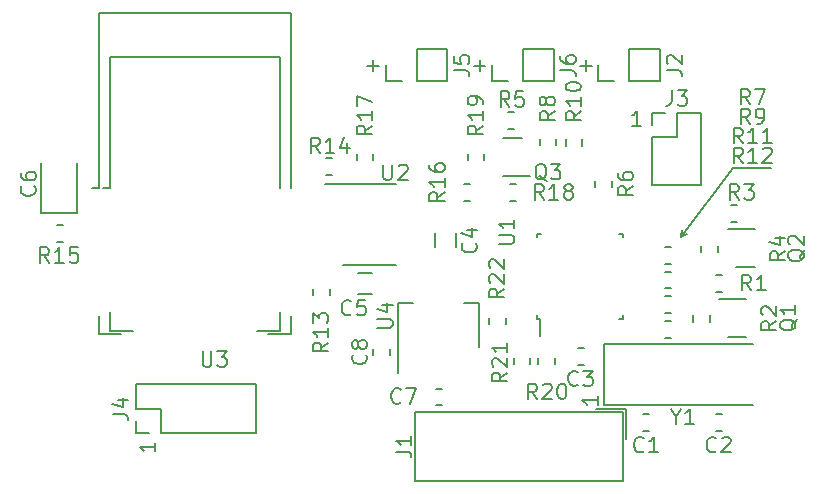
<source format=gbr>
G04 #@! TF.GenerationSoftware,KiCad,Pcbnew,5.0.2+dfsg1-1*
G04 #@! TF.CreationDate,2021-10-10T22:00:12+03:00*
G04 #@! TF.ProjectId,Brizer-ZigBee,4272697a-6572-42d5-9a69-674265652e6b,rev?*
G04 #@! TF.SameCoordinates,Original*
G04 #@! TF.FileFunction,Legend,Top*
G04 #@! TF.FilePolarity,Positive*
%FSLAX46Y46*%
G04 Gerber Fmt 4.6, Leading zero omitted, Abs format (unit mm)*
G04 Created by KiCad (PCBNEW 5.0.2+dfsg1-1) date Вс 10 окт 2021 22:00:12*
%MOMM*%
%LPD*%
G01*
G04 APERTURE LIST*
%ADD10C,0.150000*%
%ADD11C,0.200000*%
%ADD12R,4.700000X2.200000*%
%ADD13O,1.550000X1.550000*%
%ADD14R,1.550000X1.550000*%
%ADD15R,1.700000X2.200000*%
%ADD16R,4.000000X2.200000*%
%ADD17R,0.900000X0.710000*%
%ADD18C,0.050000*%
%ADD19C,1.525000*%
%ADD20C,1.450000*%
%ADD21C,1.175000*%
%ADD22C,1.550000*%
%ADD23R,3.150000X0.900000*%
%ADD24R,0.900000X2.490000*%
%ADD25O,1.900000X1.900000*%
%ADD26R,1.900000X1.900000*%
%ADD27R,1.800000X0.750000*%
%ADD28R,0.750000X1.800000*%
%ADD29R,1.650000X0.650000*%
%ADD30C,3.400000*%
G04 APERTURE END LIST*
D10*
X164104761Y-74042857D02*
X165095238Y-74042857D01*
X164600000Y-74538095D02*
X164600000Y-73547619D01*
X155104761Y-74042857D02*
X156095238Y-74042857D01*
X155600000Y-74538095D02*
X155600000Y-73547619D01*
X146104761Y-74042857D02*
X147095238Y-74042857D01*
X146600000Y-74538095D02*
X146600000Y-73547619D01*
X165588095Y-102028571D02*
X165588095Y-102771428D01*
X165588095Y-102400000D02*
X164288095Y-102400000D01*
X164473809Y-102523809D01*
X164597619Y-102647619D01*
X164659523Y-102771428D01*
X128138095Y-105978571D02*
X128138095Y-106721428D01*
X128138095Y-106350000D02*
X126838095Y-106350000D01*
X127023809Y-106473809D01*
X127147619Y-106597619D01*
X127209523Y-106721428D01*
X169271428Y-79188095D02*
X168528571Y-79188095D01*
X168900000Y-79188095D02*
X168900000Y-77888095D01*
X168776190Y-78073809D01*
X168652380Y-78197619D01*
X168528571Y-78259523D01*
D11*
X177050000Y-82750000D02*
X180300000Y-82750000D01*
X172650000Y-88600000D02*
X173200000Y-88300000D01*
X172650000Y-88600000D02*
X172750000Y-87950000D01*
X172650000Y-88600000D02*
X177050000Y-82750000D01*
D10*
G04 #@! TO.C,Y1*
X166150000Y-102750000D02*
X178750000Y-102750000D01*
X166150000Y-97650000D02*
X166150000Y-102750000D01*
X178750000Y-97650000D02*
X166150000Y-97650000D01*
G04 #@! TO.C,J3*
X170240000Y-78040000D02*
X171300000Y-78040000D01*
X170240000Y-79100000D02*
X170240000Y-78040000D01*
X172300000Y-78040000D02*
X174360000Y-78040000D01*
X172300000Y-80100000D02*
X172300000Y-78040000D01*
X170240000Y-80100000D02*
X172300000Y-80100000D01*
X174360000Y-78040000D02*
X174360000Y-84160000D01*
X170240000Y-80100000D02*
X170240000Y-84160000D01*
X170240000Y-84160000D02*
X174360000Y-84160000D01*
G04 #@! TO.C,J4*
X126540000Y-105160000D02*
X126540000Y-104100000D01*
X127600000Y-105160000D02*
X126540000Y-105160000D01*
X126540000Y-103100000D02*
X126540000Y-101040000D01*
X128600000Y-103100000D02*
X126540000Y-103100000D01*
X128600000Y-105160000D02*
X128600000Y-103100000D01*
X126540000Y-101040000D02*
X136660000Y-101040000D01*
X128600000Y-105160000D02*
X136660000Y-105160000D01*
X136660000Y-105160000D02*
X136660000Y-101040000D01*
G04 #@! TO.C,U4*
X148714088Y-100119033D02*
X148714088Y-94109033D01*
X155534088Y-97869033D02*
X155534088Y-94109033D01*
X148714088Y-94109033D02*
X149974088Y-94109033D01*
X155534088Y-94109033D02*
X154274088Y-94109033D01*
G04 #@! TO.C,Q3*
X157576969Y-83402419D02*
X159876969Y-83402419D01*
X159176969Y-80202419D02*
X157576969Y-80202419D01*
G04 #@! TO.C,Q1*
X176600000Y-97000000D02*
X178200000Y-97000000D01*
X178200000Y-93800000D02*
X175900000Y-93800000D01*
G04 #@! TO.C,Q2*
X178900000Y-87900000D02*
X176600000Y-87900000D01*
X177300000Y-91100000D02*
X178900000Y-91100000D01*
G04 #@! TO.C,C6*
X118490000Y-82312500D02*
X118490000Y-86522500D01*
X118490000Y-86522500D02*
X121510000Y-86522500D01*
X121510000Y-86522500D02*
X121510000Y-82312500D01*
G04 #@! TO.C,C4*
X153610000Y-88197936D02*
X153610000Y-89402064D01*
X151790000Y-88197936D02*
X151790000Y-89402064D01*
G04 #@! TO.C,C5*
X145297936Y-91590000D02*
X146502064Y-91590000D01*
X145297936Y-93410000D02*
X146502064Y-93410000D01*
G04 #@! TO.C,C1*
X169958578Y-105010000D02*
X169441422Y-105010000D01*
X169958578Y-103590000D02*
X169441422Y-103590000D01*
G04 #@! TO.C,C3*
X164421078Y-99410000D02*
X163903922Y-99410000D01*
X164421078Y-97990000D02*
X163903922Y-97990000D01*
G04 #@! TO.C,C7*
X152421078Y-102810000D02*
X151903922Y-102810000D01*
X152421078Y-101390000D02*
X151903922Y-101390000D01*
G04 #@! TO.C,C8*
X148010000Y-98041422D02*
X148010000Y-98558578D01*
X146590000Y-98041422D02*
X146590000Y-98558578D01*
G04 #@! TO.C,C2*
X176096078Y-105010000D02*
X175578922Y-105010000D01*
X176096078Y-103590000D02*
X175578922Y-103590000D01*
G04 #@! TO.C,R3*
X177421078Y-87310000D02*
X176903922Y-87310000D01*
X177421078Y-85890000D02*
X176903922Y-85890000D01*
G04 #@! TO.C,R4*
X175810000Y-89303922D02*
X175810000Y-89821078D01*
X174390000Y-89303922D02*
X174390000Y-89821078D01*
G04 #@! TO.C,R5*
X158558578Y-79410000D02*
X158041422Y-79410000D01*
X158558578Y-77990000D02*
X158041422Y-77990000D01*
G04 #@! TO.C,R6*
X165390000Y-84321078D02*
X165390000Y-83803922D01*
X166810000Y-84321078D02*
X166810000Y-83803922D01*
G04 #@! TO.C,R7*
X171821078Y-90810000D02*
X171303922Y-90810000D01*
X171821078Y-89390000D02*
X171303922Y-89390000D01*
G04 #@! TO.C,R8*
X160690000Y-80796078D02*
X160690000Y-80278922D01*
X162110000Y-80796078D02*
X162110000Y-80278922D01*
G04 #@! TO.C,R9*
X171821078Y-92910000D02*
X171303922Y-92910000D01*
X171821078Y-91490000D02*
X171303922Y-91490000D01*
G04 #@! TO.C,R1*
X176096078Y-93210000D02*
X175578922Y-93210000D01*
X176096078Y-91790000D02*
X175578922Y-91790000D01*
G04 #@! TO.C,R11*
X171821078Y-95010000D02*
X171303922Y-95010000D01*
X171821078Y-93590000D02*
X171303922Y-93590000D01*
G04 #@! TO.C,R12*
X171821078Y-97110000D02*
X171303922Y-97110000D01*
X171821078Y-95690000D02*
X171303922Y-95690000D01*
G04 #@! TO.C,R13*
X141490000Y-93458578D02*
X141490000Y-92941422D01*
X142910000Y-93458578D02*
X142910000Y-92941422D01*
G04 #@! TO.C,R14*
X142603922Y-81890000D02*
X143121078Y-81890000D01*
X142603922Y-83310000D02*
X143121078Y-83310000D01*
G04 #@! TO.C,R15*
X120308578Y-88960000D02*
X119791422Y-88960000D01*
X120308578Y-87540000D02*
X119791422Y-87540000D01*
G04 #@! TO.C,R16*
X154278922Y-84090000D02*
X154796078Y-84090000D01*
X154278922Y-85510000D02*
X154796078Y-85510000D01*
G04 #@! TO.C,R17*
X145190000Y-82021078D02*
X145190000Y-81503922D01*
X146610000Y-82021078D02*
X146610000Y-81503922D01*
G04 #@! TO.C,R22*
X156390000Y-95896078D02*
X156390000Y-95378922D01*
X157810000Y-95896078D02*
X157810000Y-95378922D01*
G04 #@! TO.C,R21*
X158490000Y-99296078D02*
X158490000Y-98778922D01*
X159910000Y-99296078D02*
X159910000Y-98778922D01*
G04 #@! TO.C,R18*
X158658578Y-85510000D02*
X158141422Y-85510000D01*
X158658578Y-84090000D02*
X158141422Y-84090000D01*
G04 #@! TO.C,R19*
X156010000Y-81503922D02*
X156010000Y-82021078D01*
X154590000Y-81503922D02*
X154590000Y-82021078D01*
G04 #@! TO.C,R20*
X160590000Y-99296078D02*
X160590000Y-98778922D01*
X162010000Y-99296078D02*
X162010000Y-98778922D01*
G04 #@! TO.C,R10*
X164310000Y-80303922D02*
X164310000Y-80821078D01*
X162890000Y-80303922D02*
X162890000Y-80821078D01*
G04 #@! TO.C,R2*
X175110000Y-95203922D02*
X175110000Y-95721078D01*
X173690000Y-95203922D02*
X173690000Y-95721078D01*
G04 #@! TO.C,J1*
X168015000Y-103100000D02*
X168015000Y-105640000D01*
X168015000Y-103100000D02*
X165475000Y-103100000D01*
X167765000Y-103350000D02*
X167765000Y-109250000D01*
X150165000Y-103350000D02*
X167765000Y-103350000D01*
X150165000Y-109250000D02*
X150165000Y-103350000D01*
X167765000Y-109250000D02*
X150165000Y-109250000D01*
G04 #@! TO.C,U3*
X124330000Y-96520000D02*
X124330000Y-94950000D01*
X124330000Y-96520000D02*
X126220000Y-96520000D01*
X136780000Y-96520000D02*
X138670000Y-96520000D01*
X138670000Y-96520000D02*
X138670000Y-94950000D01*
X138670000Y-84440000D02*
X138670000Y-73280000D01*
X138670000Y-73280000D02*
X124330000Y-73280000D01*
X124330000Y-73280000D02*
X124330000Y-84440000D01*
X124330000Y-84440000D02*
X123730000Y-84440000D01*
X139620000Y-69570000D02*
X123380000Y-69570000D01*
X123380000Y-69570000D02*
X123380000Y-84440000D01*
X123380000Y-84440000D02*
X122780000Y-84440000D01*
X139620000Y-84440000D02*
X139620000Y-69570000D01*
X137730000Y-96810000D02*
X139620000Y-96810000D01*
X139620000Y-96810000D02*
X139620000Y-95240000D01*
X123380000Y-96810000D02*
X125270000Y-96810000D01*
X123380000Y-96810000D02*
X123380000Y-95240000D01*
G04 #@! TO.C,J2*
X165670000Y-75330000D02*
X165670000Y-74000000D01*
X167000000Y-75330000D02*
X165670000Y-75330000D01*
X168270000Y-75330000D02*
X168270000Y-72670000D01*
X168270000Y-72670000D02*
X170870000Y-72670000D01*
X168270000Y-75330000D02*
X170870000Y-75330000D01*
X170870000Y-75330000D02*
X170870000Y-72670000D01*
G04 #@! TO.C,J5*
X147670000Y-75330000D02*
X147670000Y-74000000D01*
X149000000Y-75330000D02*
X147670000Y-75330000D01*
X150270000Y-75330000D02*
X150270000Y-72670000D01*
X150270000Y-72670000D02*
X152870000Y-72670000D01*
X150270000Y-75330000D02*
X152870000Y-75330000D01*
X152870000Y-75330000D02*
X152870000Y-72670000D01*
G04 #@! TO.C,J6*
X156670000Y-75330000D02*
X156670000Y-74000000D01*
X158000000Y-75330000D02*
X156670000Y-75330000D01*
X159270000Y-75330000D02*
X159270000Y-72670000D01*
X159270000Y-72670000D02*
X161870000Y-72670000D01*
X159270000Y-75330000D02*
X161870000Y-75330000D01*
X161870000Y-75330000D02*
X161870000Y-72670000D01*
G04 #@! TO.C,U1*
X160700000Y-95525000D02*
X160700000Y-96950000D01*
X160475000Y-88275000D02*
X160475000Y-88600000D01*
X167725000Y-88275000D02*
X167725000Y-88600000D01*
X167725000Y-95525000D02*
X167725000Y-95200000D01*
X160475000Y-95525000D02*
X160475000Y-95200000D01*
X167725000Y-95525000D02*
X167400000Y-95525000D01*
X167725000Y-88275000D02*
X167400000Y-88275000D01*
X160475000Y-88275000D02*
X160800000Y-88275000D01*
X160475000Y-95525000D02*
X160700000Y-95525000D01*
G04 #@! TO.C,U2*
X142550000Y-84050000D02*
X148525000Y-84050000D01*
X144075000Y-90950000D02*
X148525000Y-90950000D01*
G04 #@! TO.C,Y1*
X172230952Y-103769047D02*
X172230952Y-104388095D01*
X171797619Y-103088095D02*
X172230952Y-103769047D01*
X172664285Y-103088095D01*
X173778571Y-104388095D02*
X173035714Y-104388095D01*
X173407142Y-104388095D02*
X173407142Y-103088095D01*
X173283333Y-103273809D01*
X173159523Y-103397619D01*
X173035714Y-103459523D01*
G04 #@! TO.C,J3*
X171866666Y-76138095D02*
X171866666Y-77066666D01*
X171804761Y-77252380D01*
X171680952Y-77376190D01*
X171495238Y-77438095D01*
X171371428Y-77438095D01*
X172361904Y-76138095D02*
X173166666Y-76138095D01*
X172733333Y-76633333D01*
X172919047Y-76633333D01*
X173042857Y-76695238D01*
X173104761Y-76757142D01*
X173166666Y-76880952D01*
X173166666Y-77190476D01*
X173104761Y-77314285D01*
X173042857Y-77376190D01*
X172919047Y-77438095D01*
X172547619Y-77438095D01*
X172423809Y-77376190D01*
X172361904Y-77314285D01*
G04 #@! TO.C,J4*
X124538095Y-103533333D02*
X125466666Y-103533333D01*
X125652380Y-103595238D01*
X125776190Y-103719047D01*
X125838095Y-103904761D01*
X125838095Y-104028571D01*
X124971428Y-102357142D02*
X125838095Y-102357142D01*
X124476190Y-102666666D02*
X125404761Y-102976190D01*
X125404761Y-102171428D01*
G04 #@! TO.C,U4*
X146938095Y-96240476D02*
X147990476Y-96240476D01*
X148114285Y-96178571D01*
X148176190Y-96116666D01*
X148238095Y-95992857D01*
X148238095Y-95745238D01*
X148176190Y-95621428D01*
X148114285Y-95559523D01*
X147990476Y-95497619D01*
X146938095Y-95497619D01*
X147371428Y-94321428D02*
X148238095Y-94321428D01*
X146876190Y-94630952D02*
X147804761Y-94940476D01*
X147804761Y-94135714D01*
G04 #@! TO.C,Q3*
X161276190Y-83811904D02*
X161152380Y-83750000D01*
X161028571Y-83626190D01*
X160842857Y-83440476D01*
X160719047Y-83378571D01*
X160595238Y-83378571D01*
X160657142Y-83688095D02*
X160533333Y-83626190D01*
X160409523Y-83502380D01*
X160347619Y-83254761D01*
X160347619Y-82821428D01*
X160409523Y-82573809D01*
X160533333Y-82450000D01*
X160657142Y-82388095D01*
X160904761Y-82388095D01*
X161028571Y-82450000D01*
X161152380Y-82573809D01*
X161214285Y-82821428D01*
X161214285Y-83254761D01*
X161152380Y-83502380D01*
X161028571Y-83626190D01*
X160904761Y-83688095D01*
X160657142Y-83688095D01*
X161647619Y-82388095D02*
X162452380Y-82388095D01*
X162019047Y-82883333D01*
X162204761Y-82883333D01*
X162328571Y-82945238D01*
X162390476Y-83007142D01*
X162452380Y-83130952D01*
X162452380Y-83440476D01*
X162390476Y-83564285D01*
X162328571Y-83626190D01*
X162204761Y-83688095D01*
X161833333Y-83688095D01*
X161709523Y-83626190D01*
X161647619Y-83564285D01*
G04 #@! TO.C,Q1*
X182461904Y-95523809D02*
X182400000Y-95647619D01*
X182276190Y-95771428D01*
X182090476Y-95957142D01*
X182028571Y-96080952D01*
X182028571Y-96204761D01*
X182338095Y-96142857D02*
X182276190Y-96266666D01*
X182152380Y-96390476D01*
X181904761Y-96452380D01*
X181471428Y-96452380D01*
X181223809Y-96390476D01*
X181100000Y-96266666D01*
X181038095Y-96142857D01*
X181038095Y-95895238D01*
X181100000Y-95771428D01*
X181223809Y-95647619D01*
X181471428Y-95585714D01*
X181904761Y-95585714D01*
X182152380Y-95647619D01*
X182276190Y-95771428D01*
X182338095Y-95895238D01*
X182338095Y-96142857D01*
X182338095Y-94347619D02*
X182338095Y-95090476D01*
X182338095Y-94719047D02*
X181038095Y-94719047D01*
X181223809Y-94842857D01*
X181347619Y-94966666D01*
X181409523Y-95090476D01*
G04 #@! TO.C,Q2*
X183161904Y-89623809D02*
X183100000Y-89747619D01*
X182976190Y-89871428D01*
X182790476Y-90057142D01*
X182728571Y-90180952D01*
X182728571Y-90304761D01*
X183038095Y-90242857D02*
X182976190Y-90366666D01*
X182852380Y-90490476D01*
X182604761Y-90552380D01*
X182171428Y-90552380D01*
X181923809Y-90490476D01*
X181800000Y-90366666D01*
X181738095Y-90242857D01*
X181738095Y-89995238D01*
X181800000Y-89871428D01*
X181923809Y-89747619D01*
X182171428Y-89685714D01*
X182604761Y-89685714D01*
X182852380Y-89747619D01*
X182976190Y-89871428D01*
X183038095Y-89995238D01*
X183038095Y-90242857D01*
X181861904Y-89190476D02*
X181800000Y-89128571D01*
X181738095Y-89004761D01*
X181738095Y-88695238D01*
X181800000Y-88571428D01*
X181861904Y-88509523D01*
X181985714Y-88447619D01*
X182109523Y-88447619D01*
X182295238Y-88509523D01*
X183038095Y-89252380D01*
X183038095Y-88447619D01*
G04 #@! TO.C,C6*
X117914285Y-84266666D02*
X117976190Y-84328571D01*
X118038095Y-84514285D01*
X118038095Y-84638095D01*
X117976190Y-84823809D01*
X117852380Y-84947619D01*
X117728571Y-85009523D01*
X117480952Y-85071428D01*
X117295238Y-85071428D01*
X117047619Y-85009523D01*
X116923809Y-84947619D01*
X116800000Y-84823809D01*
X116738095Y-84638095D01*
X116738095Y-84514285D01*
X116800000Y-84328571D01*
X116861904Y-84266666D01*
X116738095Y-83152380D02*
X116738095Y-83400000D01*
X116800000Y-83523809D01*
X116861904Y-83585714D01*
X117047619Y-83709523D01*
X117295238Y-83771428D01*
X117790476Y-83771428D01*
X117914285Y-83709523D01*
X117976190Y-83647619D01*
X118038095Y-83523809D01*
X118038095Y-83276190D01*
X117976190Y-83152380D01*
X117914285Y-83090476D01*
X117790476Y-83028571D01*
X117480952Y-83028571D01*
X117357142Y-83090476D01*
X117295238Y-83152380D01*
X117233333Y-83276190D01*
X117233333Y-83523809D01*
X117295238Y-83647619D01*
X117357142Y-83709523D01*
X117480952Y-83771428D01*
G04 #@! TO.C,C4*
X155264285Y-89066666D02*
X155326190Y-89128571D01*
X155388095Y-89314285D01*
X155388095Y-89438095D01*
X155326190Y-89623809D01*
X155202380Y-89747619D01*
X155078571Y-89809523D01*
X154830952Y-89871428D01*
X154645238Y-89871428D01*
X154397619Y-89809523D01*
X154273809Y-89747619D01*
X154150000Y-89623809D01*
X154088095Y-89438095D01*
X154088095Y-89314285D01*
X154150000Y-89128571D01*
X154211904Y-89066666D01*
X154521428Y-87952380D02*
X155388095Y-87952380D01*
X154026190Y-88261904D02*
X154954761Y-88571428D01*
X154954761Y-87766666D01*
G04 #@! TO.C,C5*
X144733333Y-95064285D02*
X144671428Y-95126190D01*
X144485714Y-95188095D01*
X144361904Y-95188095D01*
X144176190Y-95126190D01*
X144052380Y-95002380D01*
X143990476Y-94878571D01*
X143928571Y-94630952D01*
X143928571Y-94445238D01*
X143990476Y-94197619D01*
X144052380Y-94073809D01*
X144176190Y-93950000D01*
X144361904Y-93888095D01*
X144485714Y-93888095D01*
X144671428Y-93950000D01*
X144733333Y-94011904D01*
X145909523Y-93888095D02*
X145290476Y-93888095D01*
X145228571Y-94507142D01*
X145290476Y-94445238D01*
X145414285Y-94383333D01*
X145723809Y-94383333D01*
X145847619Y-94445238D01*
X145909523Y-94507142D01*
X145971428Y-94630952D01*
X145971428Y-94940476D01*
X145909523Y-95064285D01*
X145847619Y-95126190D01*
X145723809Y-95188095D01*
X145414285Y-95188095D01*
X145290476Y-95126190D01*
X145228571Y-95064285D01*
G04 #@! TO.C,C1*
X169483333Y-106664285D02*
X169421428Y-106726190D01*
X169235714Y-106788095D01*
X169111904Y-106788095D01*
X168926190Y-106726190D01*
X168802380Y-106602380D01*
X168740476Y-106478571D01*
X168678571Y-106230952D01*
X168678571Y-106045238D01*
X168740476Y-105797619D01*
X168802380Y-105673809D01*
X168926190Y-105550000D01*
X169111904Y-105488095D01*
X169235714Y-105488095D01*
X169421428Y-105550000D01*
X169483333Y-105611904D01*
X170721428Y-106788095D02*
X169978571Y-106788095D01*
X170350000Y-106788095D02*
X170350000Y-105488095D01*
X170226190Y-105673809D01*
X170102380Y-105797619D01*
X169978571Y-105859523D01*
G04 #@! TO.C,C3*
X163933333Y-101064285D02*
X163871428Y-101126190D01*
X163685714Y-101188095D01*
X163561904Y-101188095D01*
X163376190Y-101126190D01*
X163252380Y-101002380D01*
X163190476Y-100878571D01*
X163128571Y-100630952D01*
X163128571Y-100445238D01*
X163190476Y-100197619D01*
X163252380Y-100073809D01*
X163376190Y-99950000D01*
X163561904Y-99888095D01*
X163685714Y-99888095D01*
X163871428Y-99950000D01*
X163933333Y-100011904D01*
X164366666Y-99888095D02*
X165171428Y-99888095D01*
X164738095Y-100383333D01*
X164923809Y-100383333D01*
X165047619Y-100445238D01*
X165109523Y-100507142D01*
X165171428Y-100630952D01*
X165171428Y-100940476D01*
X165109523Y-101064285D01*
X165047619Y-101126190D01*
X164923809Y-101188095D01*
X164552380Y-101188095D01*
X164428571Y-101126190D01*
X164366666Y-101064285D01*
G04 #@! TO.C,C7*
X148933333Y-102564285D02*
X148871428Y-102626190D01*
X148685714Y-102688095D01*
X148561904Y-102688095D01*
X148376190Y-102626190D01*
X148252380Y-102502380D01*
X148190476Y-102378571D01*
X148128571Y-102130952D01*
X148128571Y-101945238D01*
X148190476Y-101697619D01*
X148252380Y-101573809D01*
X148376190Y-101450000D01*
X148561904Y-101388095D01*
X148685714Y-101388095D01*
X148871428Y-101450000D01*
X148933333Y-101511904D01*
X149366666Y-101388095D02*
X150233333Y-101388095D01*
X149676190Y-102688095D01*
G04 #@! TO.C,C8*
X145964285Y-98516666D02*
X146026190Y-98578571D01*
X146088095Y-98764285D01*
X146088095Y-98888095D01*
X146026190Y-99073809D01*
X145902380Y-99197619D01*
X145778571Y-99259523D01*
X145530952Y-99321428D01*
X145345238Y-99321428D01*
X145097619Y-99259523D01*
X144973809Y-99197619D01*
X144850000Y-99073809D01*
X144788095Y-98888095D01*
X144788095Y-98764285D01*
X144850000Y-98578571D01*
X144911904Y-98516666D01*
X145345238Y-97773809D02*
X145283333Y-97897619D01*
X145221428Y-97959523D01*
X145097619Y-98021428D01*
X145035714Y-98021428D01*
X144911904Y-97959523D01*
X144850000Y-97897619D01*
X144788095Y-97773809D01*
X144788095Y-97526190D01*
X144850000Y-97402380D01*
X144911904Y-97340476D01*
X145035714Y-97278571D01*
X145097619Y-97278571D01*
X145221428Y-97340476D01*
X145283333Y-97402380D01*
X145345238Y-97526190D01*
X145345238Y-97773809D01*
X145407142Y-97897619D01*
X145469047Y-97959523D01*
X145592857Y-98021428D01*
X145840476Y-98021428D01*
X145964285Y-97959523D01*
X146026190Y-97897619D01*
X146088095Y-97773809D01*
X146088095Y-97526190D01*
X146026190Y-97402380D01*
X145964285Y-97340476D01*
X145840476Y-97278571D01*
X145592857Y-97278571D01*
X145469047Y-97340476D01*
X145407142Y-97402380D01*
X145345238Y-97526190D01*
G04 #@! TO.C,C2*
X175633333Y-106664285D02*
X175571428Y-106726190D01*
X175385714Y-106788095D01*
X175261904Y-106788095D01*
X175076190Y-106726190D01*
X174952380Y-106602380D01*
X174890476Y-106478571D01*
X174828571Y-106230952D01*
X174828571Y-106045238D01*
X174890476Y-105797619D01*
X174952380Y-105673809D01*
X175076190Y-105550000D01*
X175261904Y-105488095D01*
X175385714Y-105488095D01*
X175571428Y-105550000D01*
X175633333Y-105611904D01*
X176128571Y-105611904D02*
X176190476Y-105550000D01*
X176314285Y-105488095D01*
X176623809Y-105488095D01*
X176747619Y-105550000D01*
X176809523Y-105611904D01*
X176871428Y-105735714D01*
X176871428Y-105859523D01*
X176809523Y-106045238D01*
X176066666Y-106788095D01*
X176871428Y-106788095D01*
G04 #@! TO.C,R3*
X177583333Y-85388095D02*
X177150000Y-84769047D01*
X176840476Y-85388095D02*
X176840476Y-84088095D01*
X177335714Y-84088095D01*
X177459523Y-84150000D01*
X177521428Y-84211904D01*
X177583333Y-84335714D01*
X177583333Y-84521428D01*
X177521428Y-84645238D01*
X177459523Y-84707142D01*
X177335714Y-84769047D01*
X176840476Y-84769047D01*
X178016666Y-84088095D02*
X178821428Y-84088095D01*
X178388095Y-84583333D01*
X178573809Y-84583333D01*
X178697619Y-84645238D01*
X178759523Y-84707142D01*
X178821428Y-84830952D01*
X178821428Y-85140476D01*
X178759523Y-85264285D01*
X178697619Y-85326190D01*
X178573809Y-85388095D01*
X178202380Y-85388095D01*
X178078571Y-85326190D01*
X178016666Y-85264285D01*
G04 #@! TO.C,R4*
X181488095Y-89766666D02*
X180869047Y-90200000D01*
X181488095Y-90509523D02*
X180188095Y-90509523D01*
X180188095Y-90014285D01*
X180250000Y-89890476D01*
X180311904Y-89828571D01*
X180435714Y-89766666D01*
X180621428Y-89766666D01*
X180745238Y-89828571D01*
X180807142Y-89890476D01*
X180869047Y-90014285D01*
X180869047Y-90509523D01*
X180621428Y-88652380D02*
X181488095Y-88652380D01*
X180126190Y-88961904D02*
X181054761Y-89271428D01*
X181054761Y-88466666D01*
G04 #@! TO.C,R5*
X158133333Y-77538095D02*
X157700000Y-76919047D01*
X157390476Y-77538095D02*
X157390476Y-76238095D01*
X157885714Y-76238095D01*
X158009523Y-76300000D01*
X158071428Y-76361904D01*
X158133333Y-76485714D01*
X158133333Y-76671428D01*
X158071428Y-76795238D01*
X158009523Y-76857142D01*
X157885714Y-76919047D01*
X157390476Y-76919047D01*
X159309523Y-76238095D02*
X158690476Y-76238095D01*
X158628571Y-76857142D01*
X158690476Y-76795238D01*
X158814285Y-76733333D01*
X159123809Y-76733333D01*
X159247619Y-76795238D01*
X159309523Y-76857142D01*
X159371428Y-76980952D01*
X159371428Y-77290476D01*
X159309523Y-77414285D01*
X159247619Y-77476190D01*
X159123809Y-77538095D01*
X158814285Y-77538095D01*
X158690476Y-77476190D01*
X158628571Y-77414285D01*
G04 #@! TO.C,R6*
X168588095Y-84266666D02*
X167969047Y-84700000D01*
X168588095Y-85009523D02*
X167288095Y-85009523D01*
X167288095Y-84514285D01*
X167350000Y-84390476D01*
X167411904Y-84328571D01*
X167535714Y-84266666D01*
X167721428Y-84266666D01*
X167845238Y-84328571D01*
X167907142Y-84390476D01*
X167969047Y-84514285D01*
X167969047Y-85009523D01*
X167288095Y-83152380D02*
X167288095Y-83400000D01*
X167350000Y-83523809D01*
X167411904Y-83585714D01*
X167597619Y-83709523D01*
X167845238Y-83771428D01*
X168340476Y-83771428D01*
X168464285Y-83709523D01*
X168526190Y-83647619D01*
X168588095Y-83523809D01*
X168588095Y-83276190D01*
X168526190Y-83152380D01*
X168464285Y-83090476D01*
X168340476Y-83028571D01*
X168030952Y-83028571D01*
X167907142Y-83090476D01*
X167845238Y-83152380D01*
X167783333Y-83276190D01*
X167783333Y-83523809D01*
X167845238Y-83647619D01*
X167907142Y-83709523D01*
X168030952Y-83771428D01*
G04 #@! TO.C,R7*
X178483333Y-77338095D02*
X178050000Y-76719047D01*
X177740476Y-77338095D02*
X177740476Y-76038095D01*
X178235714Y-76038095D01*
X178359523Y-76100000D01*
X178421428Y-76161904D01*
X178483333Y-76285714D01*
X178483333Y-76471428D01*
X178421428Y-76595238D01*
X178359523Y-76657142D01*
X178235714Y-76719047D01*
X177740476Y-76719047D01*
X178916666Y-76038095D02*
X179783333Y-76038095D01*
X179226190Y-77338095D01*
G04 #@! TO.C,R8*
X161988095Y-77916666D02*
X161369047Y-78350000D01*
X161988095Y-78659523D02*
X160688095Y-78659523D01*
X160688095Y-78164285D01*
X160750000Y-78040476D01*
X160811904Y-77978571D01*
X160935714Y-77916666D01*
X161121428Y-77916666D01*
X161245238Y-77978571D01*
X161307142Y-78040476D01*
X161369047Y-78164285D01*
X161369047Y-78659523D01*
X161245238Y-77173809D02*
X161183333Y-77297619D01*
X161121428Y-77359523D01*
X160997619Y-77421428D01*
X160935714Y-77421428D01*
X160811904Y-77359523D01*
X160750000Y-77297619D01*
X160688095Y-77173809D01*
X160688095Y-76926190D01*
X160750000Y-76802380D01*
X160811904Y-76740476D01*
X160935714Y-76678571D01*
X160997619Y-76678571D01*
X161121428Y-76740476D01*
X161183333Y-76802380D01*
X161245238Y-76926190D01*
X161245238Y-77173809D01*
X161307142Y-77297619D01*
X161369047Y-77359523D01*
X161492857Y-77421428D01*
X161740476Y-77421428D01*
X161864285Y-77359523D01*
X161926190Y-77297619D01*
X161988095Y-77173809D01*
X161988095Y-76926190D01*
X161926190Y-76802380D01*
X161864285Y-76740476D01*
X161740476Y-76678571D01*
X161492857Y-76678571D01*
X161369047Y-76740476D01*
X161307142Y-76802380D01*
X161245238Y-76926190D01*
G04 #@! TO.C,R9*
X178483333Y-78988095D02*
X178050000Y-78369047D01*
X177740476Y-78988095D02*
X177740476Y-77688095D01*
X178235714Y-77688095D01*
X178359523Y-77750000D01*
X178421428Y-77811904D01*
X178483333Y-77935714D01*
X178483333Y-78121428D01*
X178421428Y-78245238D01*
X178359523Y-78307142D01*
X178235714Y-78369047D01*
X177740476Y-78369047D01*
X179102380Y-78988095D02*
X179350000Y-78988095D01*
X179473809Y-78926190D01*
X179535714Y-78864285D01*
X179659523Y-78678571D01*
X179721428Y-78430952D01*
X179721428Y-77935714D01*
X179659523Y-77811904D01*
X179597619Y-77750000D01*
X179473809Y-77688095D01*
X179226190Y-77688095D01*
X179102380Y-77750000D01*
X179040476Y-77811904D01*
X178978571Y-77935714D01*
X178978571Y-78245238D01*
X179040476Y-78369047D01*
X179102380Y-78430952D01*
X179226190Y-78492857D01*
X179473809Y-78492857D01*
X179597619Y-78430952D01*
X179659523Y-78369047D01*
X179721428Y-78245238D01*
G04 #@! TO.C,R1*
X178583333Y-93088095D02*
X178150000Y-92469047D01*
X177840476Y-93088095D02*
X177840476Y-91788095D01*
X178335714Y-91788095D01*
X178459523Y-91850000D01*
X178521428Y-91911904D01*
X178583333Y-92035714D01*
X178583333Y-92221428D01*
X178521428Y-92345238D01*
X178459523Y-92407142D01*
X178335714Y-92469047D01*
X177840476Y-92469047D01*
X179821428Y-93088095D02*
X179078571Y-93088095D01*
X179450000Y-93088095D02*
X179450000Y-91788095D01*
X179326190Y-91973809D01*
X179202380Y-92097619D01*
X179078571Y-92159523D01*
G04 #@! TO.C,R11*
X177864285Y-80638095D02*
X177430952Y-80019047D01*
X177121428Y-80638095D02*
X177121428Y-79338095D01*
X177616666Y-79338095D01*
X177740476Y-79400000D01*
X177802380Y-79461904D01*
X177864285Y-79585714D01*
X177864285Y-79771428D01*
X177802380Y-79895238D01*
X177740476Y-79957142D01*
X177616666Y-80019047D01*
X177121428Y-80019047D01*
X179102380Y-80638095D02*
X178359523Y-80638095D01*
X178730952Y-80638095D02*
X178730952Y-79338095D01*
X178607142Y-79523809D01*
X178483333Y-79647619D01*
X178359523Y-79709523D01*
X180340476Y-80638095D02*
X179597619Y-80638095D01*
X179969047Y-80638095D02*
X179969047Y-79338095D01*
X179845238Y-79523809D01*
X179721428Y-79647619D01*
X179597619Y-79709523D01*
G04 #@! TO.C,R12*
X177864285Y-82288095D02*
X177430952Y-81669047D01*
X177121428Y-82288095D02*
X177121428Y-80988095D01*
X177616666Y-80988095D01*
X177740476Y-81050000D01*
X177802380Y-81111904D01*
X177864285Y-81235714D01*
X177864285Y-81421428D01*
X177802380Y-81545238D01*
X177740476Y-81607142D01*
X177616666Y-81669047D01*
X177121428Y-81669047D01*
X179102380Y-82288095D02*
X178359523Y-82288095D01*
X178730952Y-82288095D02*
X178730952Y-80988095D01*
X178607142Y-81173809D01*
X178483333Y-81297619D01*
X178359523Y-81359523D01*
X179597619Y-81111904D02*
X179659523Y-81050000D01*
X179783333Y-80988095D01*
X180092857Y-80988095D01*
X180216666Y-81050000D01*
X180278571Y-81111904D01*
X180340476Y-81235714D01*
X180340476Y-81359523D01*
X180278571Y-81545238D01*
X179535714Y-82288095D01*
X180340476Y-82288095D01*
G04 #@! TO.C,R13*
X142788095Y-97498214D02*
X142169047Y-97931547D01*
X142788095Y-98241071D02*
X141488095Y-98241071D01*
X141488095Y-97745833D01*
X141550000Y-97622023D01*
X141611904Y-97560119D01*
X141735714Y-97498214D01*
X141921428Y-97498214D01*
X142045238Y-97560119D01*
X142107142Y-97622023D01*
X142169047Y-97745833D01*
X142169047Y-98241071D01*
X142788095Y-96260119D02*
X142788095Y-97002976D01*
X142788095Y-96631547D02*
X141488095Y-96631547D01*
X141673809Y-96755357D01*
X141797619Y-96879166D01*
X141859523Y-97002976D01*
X141488095Y-95826785D02*
X141488095Y-95022023D01*
X141983333Y-95455357D01*
X141983333Y-95269642D01*
X142045238Y-95145833D01*
X142107142Y-95083928D01*
X142230952Y-95022023D01*
X142540476Y-95022023D01*
X142664285Y-95083928D01*
X142726190Y-95145833D01*
X142788095Y-95269642D01*
X142788095Y-95641071D01*
X142726190Y-95764880D01*
X142664285Y-95826785D01*
G04 #@! TO.C,R14*
X142064285Y-81438095D02*
X141630952Y-80819047D01*
X141321428Y-81438095D02*
X141321428Y-80138095D01*
X141816666Y-80138095D01*
X141940476Y-80200000D01*
X142002380Y-80261904D01*
X142064285Y-80385714D01*
X142064285Y-80571428D01*
X142002380Y-80695238D01*
X141940476Y-80757142D01*
X141816666Y-80819047D01*
X141321428Y-80819047D01*
X143302380Y-81438095D02*
X142559523Y-81438095D01*
X142930952Y-81438095D02*
X142930952Y-80138095D01*
X142807142Y-80323809D01*
X142683333Y-80447619D01*
X142559523Y-80509523D01*
X144416666Y-80571428D02*
X144416666Y-81438095D01*
X144107142Y-80076190D02*
X143797619Y-81004761D01*
X144602380Y-81004761D01*
G04 #@! TO.C,R15*
X119164285Y-90738095D02*
X118730952Y-90119047D01*
X118421428Y-90738095D02*
X118421428Y-89438095D01*
X118916666Y-89438095D01*
X119040476Y-89500000D01*
X119102380Y-89561904D01*
X119164285Y-89685714D01*
X119164285Y-89871428D01*
X119102380Y-89995238D01*
X119040476Y-90057142D01*
X118916666Y-90119047D01*
X118421428Y-90119047D01*
X120402380Y-90738095D02*
X119659523Y-90738095D01*
X120030952Y-90738095D02*
X120030952Y-89438095D01*
X119907142Y-89623809D01*
X119783333Y-89747619D01*
X119659523Y-89809523D01*
X121578571Y-89438095D02*
X120959523Y-89438095D01*
X120897619Y-90057142D01*
X120959523Y-89995238D01*
X121083333Y-89933333D01*
X121392857Y-89933333D01*
X121516666Y-89995238D01*
X121578571Y-90057142D01*
X121640476Y-90180952D01*
X121640476Y-90490476D01*
X121578571Y-90614285D01*
X121516666Y-90676190D01*
X121392857Y-90738095D01*
X121083333Y-90738095D01*
X120959523Y-90676190D01*
X120897619Y-90614285D01*
G04 #@! TO.C,R16*
X152638095Y-84785714D02*
X152019047Y-85219047D01*
X152638095Y-85528571D02*
X151338095Y-85528571D01*
X151338095Y-85033333D01*
X151400000Y-84909523D01*
X151461904Y-84847619D01*
X151585714Y-84785714D01*
X151771428Y-84785714D01*
X151895238Y-84847619D01*
X151957142Y-84909523D01*
X152019047Y-85033333D01*
X152019047Y-85528571D01*
X152638095Y-83547619D02*
X152638095Y-84290476D01*
X152638095Y-83919047D02*
X151338095Y-83919047D01*
X151523809Y-84042857D01*
X151647619Y-84166666D01*
X151709523Y-84290476D01*
X151338095Y-82433333D02*
X151338095Y-82680952D01*
X151400000Y-82804761D01*
X151461904Y-82866666D01*
X151647619Y-82990476D01*
X151895238Y-83052380D01*
X152390476Y-83052380D01*
X152514285Y-82990476D01*
X152576190Y-82928571D01*
X152638095Y-82804761D01*
X152638095Y-82557142D01*
X152576190Y-82433333D01*
X152514285Y-82371428D01*
X152390476Y-82309523D01*
X152080952Y-82309523D01*
X151957142Y-82371428D01*
X151895238Y-82433333D01*
X151833333Y-82557142D01*
X151833333Y-82804761D01*
X151895238Y-82928571D01*
X151957142Y-82990476D01*
X152080952Y-83052380D01*
G04 #@! TO.C,R17*
X146488095Y-79135714D02*
X145869047Y-79569047D01*
X146488095Y-79878571D02*
X145188095Y-79878571D01*
X145188095Y-79383333D01*
X145250000Y-79259523D01*
X145311904Y-79197619D01*
X145435714Y-79135714D01*
X145621428Y-79135714D01*
X145745238Y-79197619D01*
X145807142Y-79259523D01*
X145869047Y-79383333D01*
X145869047Y-79878571D01*
X146488095Y-77897619D02*
X146488095Y-78640476D01*
X146488095Y-78269047D02*
X145188095Y-78269047D01*
X145373809Y-78392857D01*
X145497619Y-78516666D01*
X145559523Y-78640476D01*
X145188095Y-77464285D02*
X145188095Y-76597619D01*
X146488095Y-77154761D01*
G04 #@! TO.C,R22*
X157688095Y-92935714D02*
X157069047Y-93369047D01*
X157688095Y-93678571D02*
X156388095Y-93678571D01*
X156388095Y-93183333D01*
X156450000Y-93059523D01*
X156511904Y-92997619D01*
X156635714Y-92935714D01*
X156821428Y-92935714D01*
X156945238Y-92997619D01*
X157007142Y-93059523D01*
X157069047Y-93183333D01*
X157069047Y-93678571D01*
X156511904Y-92440476D02*
X156450000Y-92378571D01*
X156388095Y-92254761D01*
X156388095Y-91945238D01*
X156450000Y-91821428D01*
X156511904Y-91759523D01*
X156635714Y-91697619D01*
X156759523Y-91697619D01*
X156945238Y-91759523D01*
X157688095Y-92502380D01*
X157688095Y-91697619D01*
X156511904Y-91202380D02*
X156450000Y-91140476D01*
X156388095Y-91016666D01*
X156388095Y-90707142D01*
X156450000Y-90583333D01*
X156511904Y-90521428D01*
X156635714Y-90459523D01*
X156759523Y-90459523D01*
X156945238Y-90521428D01*
X157688095Y-91264285D01*
X157688095Y-90459523D01*
G04 #@! TO.C,R21*
X157938095Y-100035714D02*
X157319047Y-100469047D01*
X157938095Y-100778571D02*
X156638095Y-100778571D01*
X156638095Y-100283333D01*
X156700000Y-100159523D01*
X156761904Y-100097619D01*
X156885714Y-100035714D01*
X157071428Y-100035714D01*
X157195238Y-100097619D01*
X157257142Y-100159523D01*
X157319047Y-100283333D01*
X157319047Y-100778571D01*
X156761904Y-99540476D02*
X156700000Y-99478571D01*
X156638095Y-99354761D01*
X156638095Y-99045238D01*
X156700000Y-98921428D01*
X156761904Y-98859523D01*
X156885714Y-98797619D01*
X157009523Y-98797619D01*
X157195238Y-98859523D01*
X157938095Y-99602380D01*
X157938095Y-98797619D01*
X157938095Y-97559523D02*
X157938095Y-98302380D01*
X157938095Y-97930952D02*
X156638095Y-97930952D01*
X156823809Y-98054761D01*
X156947619Y-98178571D01*
X157009523Y-98302380D01*
G04 #@! TO.C,R18*
X161026785Y-85388095D02*
X160593452Y-84769047D01*
X160283928Y-85388095D02*
X160283928Y-84088095D01*
X160779166Y-84088095D01*
X160902976Y-84150000D01*
X160964880Y-84211904D01*
X161026785Y-84335714D01*
X161026785Y-84521428D01*
X160964880Y-84645238D01*
X160902976Y-84707142D01*
X160779166Y-84769047D01*
X160283928Y-84769047D01*
X162264880Y-85388095D02*
X161522023Y-85388095D01*
X161893452Y-85388095D02*
X161893452Y-84088095D01*
X161769642Y-84273809D01*
X161645833Y-84397619D01*
X161522023Y-84459523D01*
X163007738Y-84645238D02*
X162883928Y-84583333D01*
X162822023Y-84521428D01*
X162760119Y-84397619D01*
X162760119Y-84335714D01*
X162822023Y-84211904D01*
X162883928Y-84150000D01*
X163007738Y-84088095D01*
X163255357Y-84088095D01*
X163379166Y-84150000D01*
X163441071Y-84211904D01*
X163502976Y-84335714D01*
X163502976Y-84397619D01*
X163441071Y-84521428D01*
X163379166Y-84583333D01*
X163255357Y-84645238D01*
X163007738Y-84645238D01*
X162883928Y-84707142D01*
X162822023Y-84769047D01*
X162760119Y-84892857D01*
X162760119Y-85140476D01*
X162822023Y-85264285D01*
X162883928Y-85326190D01*
X163007738Y-85388095D01*
X163255357Y-85388095D01*
X163379166Y-85326190D01*
X163441071Y-85264285D01*
X163502976Y-85140476D01*
X163502976Y-84892857D01*
X163441071Y-84769047D01*
X163379166Y-84707142D01*
X163255357Y-84645238D01*
G04 #@! TO.C,R19*
X155888095Y-79135714D02*
X155269047Y-79569047D01*
X155888095Y-79878571D02*
X154588095Y-79878571D01*
X154588095Y-79383333D01*
X154650000Y-79259523D01*
X154711904Y-79197619D01*
X154835714Y-79135714D01*
X155021428Y-79135714D01*
X155145238Y-79197619D01*
X155207142Y-79259523D01*
X155269047Y-79383333D01*
X155269047Y-79878571D01*
X155888095Y-77897619D02*
X155888095Y-78640476D01*
X155888095Y-78269047D02*
X154588095Y-78269047D01*
X154773809Y-78392857D01*
X154897619Y-78516666D01*
X154959523Y-78640476D01*
X155888095Y-77278571D02*
X155888095Y-77030952D01*
X155826190Y-76907142D01*
X155764285Y-76845238D01*
X155578571Y-76721428D01*
X155330952Y-76659523D01*
X154835714Y-76659523D01*
X154711904Y-76721428D01*
X154650000Y-76783333D01*
X154588095Y-76907142D01*
X154588095Y-77154761D01*
X154650000Y-77278571D01*
X154711904Y-77340476D01*
X154835714Y-77402380D01*
X155145238Y-77402380D01*
X155269047Y-77340476D01*
X155330952Y-77278571D01*
X155392857Y-77154761D01*
X155392857Y-76907142D01*
X155330952Y-76783333D01*
X155269047Y-76721428D01*
X155145238Y-76659523D01*
G04 #@! TO.C,R20*
X160464285Y-102288095D02*
X160030952Y-101669047D01*
X159721428Y-102288095D02*
X159721428Y-100988095D01*
X160216666Y-100988095D01*
X160340476Y-101050000D01*
X160402380Y-101111904D01*
X160464285Y-101235714D01*
X160464285Y-101421428D01*
X160402380Y-101545238D01*
X160340476Y-101607142D01*
X160216666Y-101669047D01*
X159721428Y-101669047D01*
X160959523Y-101111904D02*
X161021428Y-101050000D01*
X161145238Y-100988095D01*
X161454761Y-100988095D01*
X161578571Y-101050000D01*
X161640476Y-101111904D01*
X161702380Y-101235714D01*
X161702380Y-101359523D01*
X161640476Y-101545238D01*
X160897619Y-102288095D01*
X161702380Y-102288095D01*
X162507142Y-100988095D02*
X162630952Y-100988095D01*
X162754761Y-101050000D01*
X162816666Y-101111904D01*
X162878571Y-101235714D01*
X162940476Y-101483333D01*
X162940476Y-101792857D01*
X162878571Y-102040476D01*
X162816666Y-102164285D01*
X162754761Y-102226190D01*
X162630952Y-102288095D01*
X162507142Y-102288095D01*
X162383333Y-102226190D01*
X162321428Y-102164285D01*
X162259523Y-102040476D01*
X162197619Y-101792857D01*
X162197619Y-101483333D01*
X162259523Y-101235714D01*
X162321428Y-101111904D01*
X162383333Y-101050000D01*
X162507142Y-100988095D01*
G04 #@! TO.C,R10*
X164188095Y-77935714D02*
X163569047Y-78369047D01*
X164188095Y-78678571D02*
X162888095Y-78678571D01*
X162888095Y-78183333D01*
X162950000Y-78059523D01*
X163011904Y-77997619D01*
X163135714Y-77935714D01*
X163321428Y-77935714D01*
X163445238Y-77997619D01*
X163507142Y-78059523D01*
X163569047Y-78183333D01*
X163569047Y-78678571D01*
X164188095Y-76697619D02*
X164188095Y-77440476D01*
X164188095Y-77069047D02*
X162888095Y-77069047D01*
X163073809Y-77192857D01*
X163197619Y-77316666D01*
X163259523Y-77440476D01*
X162888095Y-75892857D02*
X162888095Y-75769047D01*
X162950000Y-75645238D01*
X163011904Y-75583333D01*
X163135714Y-75521428D01*
X163383333Y-75459523D01*
X163692857Y-75459523D01*
X163940476Y-75521428D01*
X164064285Y-75583333D01*
X164126190Y-75645238D01*
X164188095Y-75769047D01*
X164188095Y-75892857D01*
X164126190Y-76016666D01*
X164064285Y-76078571D01*
X163940476Y-76140476D01*
X163692857Y-76202380D01*
X163383333Y-76202380D01*
X163135714Y-76140476D01*
X163011904Y-76078571D01*
X162950000Y-76016666D01*
X162888095Y-75892857D01*
G04 #@! TO.C,R2*
X180738095Y-95666666D02*
X180119047Y-96100000D01*
X180738095Y-96409523D02*
X179438095Y-96409523D01*
X179438095Y-95914285D01*
X179500000Y-95790476D01*
X179561904Y-95728571D01*
X179685714Y-95666666D01*
X179871428Y-95666666D01*
X179995238Y-95728571D01*
X180057142Y-95790476D01*
X180119047Y-95914285D01*
X180119047Y-96409523D01*
X179561904Y-95171428D02*
X179500000Y-95109523D01*
X179438095Y-94985714D01*
X179438095Y-94676190D01*
X179500000Y-94552380D01*
X179561904Y-94490476D01*
X179685714Y-94428571D01*
X179809523Y-94428571D01*
X179995238Y-94490476D01*
X180738095Y-95233333D01*
X180738095Y-94428571D01*
G04 #@! TO.C,J1*
X148538095Y-106733333D02*
X149466666Y-106733333D01*
X149652380Y-106795238D01*
X149776190Y-106919047D01*
X149838095Y-107104761D01*
X149838095Y-107228571D01*
X149838095Y-105433333D02*
X149838095Y-106176190D01*
X149838095Y-105804761D02*
X148538095Y-105804761D01*
X148723809Y-105928571D01*
X148847619Y-106052380D01*
X148909523Y-106176190D01*
G04 #@! TO.C,U3*
X132159523Y-98238095D02*
X132159523Y-99290476D01*
X132221428Y-99414285D01*
X132283333Y-99476190D01*
X132407142Y-99538095D01*
X132654761Y-99538095D01*
X132778571Y-99476190D01*
X132840476Y-99414285D01*
X132902380Y-99290476D01*
X132902380Y-98238095D01*
X133397619Y-98238095D02*
X134202380Y-98238095D01*
X133769047Y-98733333D01*
X133954761Y-98733333D01*
X134078571Y-98795238D01*
X134140476Y-98857142D01*
X134202380Y-98980952D01*
X134202380Y-99290476D01*
X134140476Y-99414285D01*
X134078571Y-99476190D01*
X133954761Y-99538095D01*
X133583333Y-99538095D01*
X133459523Y-99476190D01*
X133397619Y-99414285D01*
G04 #@! TO.C,J2*
X171438095Y-74433333D02*
X172366666Y-74433333D01*
X172552380Y-74495238D01*
X172676190Y-74619047D01*
X172738095Y-74804761D01*
X172738095Y-74928571D01*
X171561904Y-73876190D02*
X171500000Y-73814285D01*
X171438095Y-73690476D01*
X171438095Y-73380952D01*
X171500000Y-73257142D01*
X171561904Y-73195238D01*
X171685714Y-73133333D01*
X171809523Y-73133333D01*
X171995238Y-73195238D01*
X172738095Y-73938095D01*
X172738095Y-73133333D01*
G04 #@! TO.C,J5*
X153438095Y-74433333D02*
X154366666Y-74433333D01*
X154552380Y-74495238D01*
X154676190Y-74619047D01*
X154738095Y-74804761D01*
X154738095Y-74928571D01*
X153438095Y-73195238D02*
X153438095Y-73814285D01*
X154057142Y-73876190D01*
X153995238Y-73814285D01*
X153933333Y-73690476D01*
X153933333Y-73380952D01*
X153995238Y-73257142D01*
X154057142Y-73195238D01*
X154180952Y-73133333D01*
X154490476Y-73133333D01*
X154614285Y-73195238D01*
X154676190Y-73257142D01*
X154738095Y-73380952D01*
X154738095Y-73690476D01*
X154676190Y-73814285D01*
X154614285Y-73876190D01*
G04 #@! TO.C,J6*
X162438095Y-74433333D02*
X163366666Y-74433333D01*
X163552380Y-74495238D01*
X163676190Y-74619047D01*
X163738095Y-74804761D01*
X163738095Y-74928571D01*
X162438095Y-73257142D02*
X162438095Y-73504761D01*
X162500000Y-73628571D01*
X162561904Y-73690476D01*
X162747619Y-73814285D01*
X162995238Y-73876190D01*
X163490476Y-73876190D01*
X163614285Y-73814285D01*
X163676190Y-73752380D01*
X163738095Y-73628571D01*
X163738095Y-73380952D01*
X163676190Y-73257142D01*
X163614285Y-73195238D01*
X163490476Y-73133333D01*
X163180952Y-73133333D01*
X163057142Y-73195238D01*
X162995238Y-73257142D01*
X162933333Y-73380952D01*
X162933333Y-73628571D01*
X162995238Y-73752380D01*
X163057142Y-73814285D01*
X163180952Y-73876190D01*
G04 #@! TO.C,U1*
X157238095Y-89140476D02*
X158290476Y-89140476D01*
X158414285Y-89078571D01*
X158476190Y-89016666D01*
X158538095Y-88892857D01*
X158538095Y-88645238D01*
X158476190Y-88521428D01*
X158414285Y-88459523D01*
X158290476Y-88397619D01*
X157238095Y-88397619D01*
X158538095Y-87097619D02*
X158538095Y-87840476D01*
X158538095Y-87469047D02*
X157238095Y-87469047D01*
X157423809Y-87592857D01*
X157547619Y-87716666D01*
X157609523Y-87840476D01*
G04 #@! TO.C,U2*
X147459523Y-82438095D02*
X147459523Y-83490476D01*
X147521428Y-83614285D01*
X147583333Y-83676190D01*
X147707142Y-83738095D01*
X147954761Y-83738095D01*
X148078571Y-83676190D01*
X148140476Y-83614285D01*
X148202380Y-83490476D01*
X148202380Y-82438095D01*
X148759523Y-82561904D02*
X148821428Y-82500000D01*
X148945238Y-82438095D01*
X149254761Y-82438095D01*
X149378571Y-82500000D01*
X149440476Y-82561904D01*
X149502380Y-82685714D01*
X149502380Y-82809523D01*
X149440476Y-82995238D01*
X148697619Y-83738095D01*
X149502380Y-83738095D01*
G04 #@! TO.C,*
G04 #@! TD*
%LPC*%
D12*
G04 #@! TO.C,Y1*
X177100000Y-100200000D03*
X168600000Y-100200000D03*
G04 #@! TD*
D13*
G04 #@! TO.C,J3*
X173300000Y-83100000D03*
X171300000Y-83100000D03*
X173300000Y-81100000D03*
X171300000Y-81100000D03*
X173300000Y-79100000D03*
D14*
X171300000Y-79100000D03*
G04 #@! TD*
D13*
G04 #@! TO.C,J4*
X135600000Y-102100000D03*
X135600000Y-104100000D03*
X133600000Y-102100000D03*
X133600000Y-104100000D03*
X131600000Y-102100000D03*
X131600000Y-104100000D03*
X129600000Y-102100000D03*
X129600000Y-104100000D03*
X127600000Y-102100000D03*
D14*
X127600000Y-104100000D03*
G04 #@! TD*
D15*
G04 #@! TO.C,U4*
X149824088Y-99169033D03*
X154424088Y-99169033D03*
X152124088Y-99169033D03*
D16*
X152124088Y-92869033D03*
G04 #@! TD*
D17*
G04 #@! TO.C,Q3*
X157216969Y-82752419D03*
X157216969Y-81802419D03*
X157216969Y-80852419D03*
X159536969Y-80852419D03*
X159536969Y-81802419D03*
X159536969Y-82752419D03*
G04 #@! TD*
G04 #@! TO.C,Q1*
X176240000Y-94450000D03*
X176240000Y-95400000D03*
X176240000Y-96350000D03*
X178560000Y-96350000D03*
X178560000Y-95400000D03*
X178560000Y-94450000D03*
G04 #@! TD*
G04 #@! TO.C,Q2*
X179260000Y-88550000D03*
X179260000Y-89500000D03*
X179260000Y-90450000D03*
X176940000Y-90450000D03*
X176940000Y-89500000D03*
X176940000Y-88550000D03*
G04 #@! TD*
D18*
G04 #@! TO.C,C6*
G36*
X121015468Y-84838886D02*
X121043399Y-84843029D01*
X121070790Y-84849890D01*
X121097376Y-84859403D01*
X121122902Y-84871475D01*
X121147122Y-84885992D01*
X121169802Y-84902813D01*
X121190724Y-84921776D01*
X121209687Y-84942698D01*
X121226508Y-84965378D01*
X121241025Y-84989598D01*
X121253097Y-85015124D01*
X121262610Y-85041710D01*
X121269471Y-85069101D01*
X121273614Y-85097032D01*
X121275000Y-85125235D01*
X121275000Y-86074765D01*
X121273614Y-86102968D01*
X121269471Y-86130899D01*
X121262610Y-86158290D01*
X121253097Y-86184876D01*
X121241025Y-86210402D01*
X121226508Y-86234622D01*
X121209687Y-86257302D01*
X121190724Y-86278224D01*
X121169802Y-86297187D01*
X121147122Y-86314008D01*
X121122902Y-86328525D01*
X121097376Y-86340597D01*
X121070790Y-86350110D01*
X121043399Y-86356971D01*
X121015468Y-86361114D01*
X120987265Y-86362500D01*
X119012735Y-86362500D01*
X118984532Y-86361114D01*
X118956601Y-86356971D01*
X118929210Y-86350110D01*
X118902624Y-86340597D01*
X118877098Y-86328525D01*
X118852878Y-86314008D01*
X118830198Y-86297187D01*
X118809276Y-86278224D01*
X118790313Y-86257302D01*
X118773492Y-86234622D01*
X118758975Y-86210402D01*
X118746903Y-86184876D01*
X118737390Y-86158290D01*
X118730529Y-86130899D01*
X118726386Y-86102968D01*
X118725000Y-86074765D01*
X118725000Y-85125235D01*
X118726386Y-85097032D01*
X118730529Y-85069101D01*
X118737390Y-85041710D01*
X118746903Y-85015124D01*
X118758975Y-84989598D01*
X118773492Y-84965378D01*
X118790313Y-84942698D01*
X118809276Y-84921776D01*
X118830198Y-84902813D01*
X118852878Y-84885992D01*
X118877098Y-84871475D01*
X118902624Y-84859403D01*
X118929210Y-84849890D01*
X118956601Y-84843029D01*
X118984532Y-84838886D01*
X119012735Y-84837500D01*
X120987265Y-84837500D01*
X121015468Y-84838886D01*
X121015468Y-84838886D01*
G37*
D19*
X120000000Y-85600000D03*
D18*
G36*
X121015468Y-81763886D02*
X121043399Y-81768029D01*
X121070790Y-81774890D01*
X121097376Y-81784403D01*
X121122902Y-81796475D01*
X121147122Y-81810992D01*
X121169802Y-81827813D01*
X121190724Y-81846776D01*
X121209687Y-81867698D01*
X121226508Y-81890378D01*
X121241025Y-81914598D01*
X121253097Y-81940124D01*
X121262610Y-81966710D01*
X121269471Y-81994101D01*
X121273614Y-82022032D01*
X121275000Y-82050235D01*
X121275000Y-82999765D01*
X121273614Y-83027968D01*
X121269471Y-83055899D01*
X121262610Y-83083290D01*
X121253097Y-83109876D01*
X121241025Y-83135402D01*
X121226508Y-83159622D01*
X121209687Y-83182302D01*
X121190724Y-83203224D01*
X121169802Y-83222187D01*
X121147122Y-83239008D01*
X121122902Y-83253525D01*
X121097376Y-83265597D01*
X121070790Y-83275110D01*
X121043399Y-83281971D01*
X121015468Y-83286114D01*
X120987265Y-83287500D01*
X119012735Y-83287500D01*
X118984532Y-83286114D01*
X118956601Y-83281971D01*
X118929210Y-83275110D01*
X118902624Y-83265597D01*
X118877098Y-83253525D01*
X118852878Y-83239008D01*
X118830198Y-83222187D01*
X118809276Y-83203224D01*
X118790313Y-83182302D01*
X118773492Y-83159622D01*
X118758975Y-83135402D01*
X118746903Y-83109876D01*
X118737390Y-83083290D01*
X118730529Y-83055899D01*
X118726386Y-83027968D01*
X118725000Y-82999765D01*
X118725000Y-82050235D01*
X118726386Y-82022032D01*
X118730529Y-81994101D01*
X118737390Y-81966710D01*
X118746903Y-81940124D01*
X118758975Y-81914598D01*
X118773492Y-81890378D01*
X118790313Y-81867698D01*
X118809276Y-81846776D01*
X118830198Y-81827813D01*
X118852878Y-81810992D01*
X118877098Y-81796475D01*
X118902624Y-81784403D01*
X118929210Y-81774890D01*
X118956601Y-81768029D01*
X118984532Y-81763886D01*
X119012735Y-81762500D01*
X120987265Y-81762500D01*
X121015468Y-81763886D01*
X121015468Y-81763886D01*
G37*
D19*
X120000000Y-82525000D03*
G04 #@! TD*
D18*
G04 #@! TO.C,C4*
G36*
X153413425Y-86676396D02*
X153441576Y-86680572D01*
X153469183Y-86687487D01*
X153495978Y-86697075D01*
X153521705Y-86709243D01*
X153546115Y-86723874D01*
X153568974Y-86740827D01*
X153590061Y-86759939D01*
X153609173Y-86781026D01*
X153626126Y-86803885D01*
X153640757Y-86828295D01*
X153652925Y-86854022D01*
X153662513Y-86880817D01*
X153669428Y-86908424D01*
X153673604Y-86936575D01*
X153675000Y-86965000D01*
X153675000Y-87835000D01*
X153673604Y-87863425D01*
X153669428Y-87891576D01*
X153662513Y-87919183D01*
X153652925Y-87945978D01*
X153640757Y-87971705D01*
X153626126Y-87996115D01*
X153609173Y-88018974D01*
X153590061Y-88040061D01*
X153568974Y-88059173D01*
X153546115Y-88076126D01*
X153521705Y-88090757D01*
X153495978Y-88102925D01*
X153469183Y-88112513D01*
X153441576Y-88119428D01*
X153413425Y-88123604D01*
X153385000Y-88125000D01*
X152015000Y-88125000D01*
X151986575Y-88123604D01*
X151958424Y-88119428D01*
X151930817Y-88112513D01*
X151904022Y-88102925D01*
X151878295Y-88090757D01*
X151853885Y-88076126D01*
X151831026Y-88059173D01*
X151809939Y-88040061D01*
X151790827Y-88018974D01*
X151773874Y-87996115D01*
X151759243Y-87971705D01*
X151747075Y-87945978D01*
X151737487Y-87919183D01*
X151730572Y-87891576D01*
X151726396Y-87863425D01*
X151725000Y-87835000D01*
X151725000Y-86965000D01*
X151726396Y-86936575D01*
X151730572Y-86908424D01*
X151737487Y-86880817D01*
X151747075Y-86854022D01*
X151759243Y-86828295D01*
X151773874Y-86803885D01*
X151790827Y-86781026D01*
X151809939Y-86759939D01*
X151831026Y-86740827D01*
X151853885Y-86723874D01*
X151878295Y-86709243D01*
X151904022Y-86697075D01*
X151930817Y-86687487D01*
X151958424Y-86680572D01*
X151986575Y-86676396D01*
X152015000Y-86675000D01*
X153385000Y-86675000D01*
X153413425Y-86676396D01*
X153413425Y-86676396D01*
G37*
D20*
X152700000Y-87400000D03*
D18*
G36*
X153413425Y-89476396D02*
X153441576Y-89480572D01*
X153469183Y-89487487D01*
X153495978Y-89497075D01*
X153521705Y-89509243D01*
X153546115Y-89523874D01*
X153568974Y-89540827D01*
X153590061Y-89559939D01*
X153609173Y-89581026D01*
X153626126Y-89603885D01*
X153640757Y-89628295D01*
X153652925Y-89654022D01*
X153662513Y-89680817D01*
X153669428Y-89708424D01*
X153673604Y-89736575D01*
X153675000Y-89765000D01*
X153675000Y-90635000D01*
X153673604Y-90663425D01*
X153669428Y-90691576D01*
X153662513Y-90719183D01*
X153652925Y-90745978D01*
X153640757Y-90771705D01*
X153626126Y-90796115D01*
X153609173Y-90818974D01*
X153590061Y-90840061D01*
X153568974Y-90859173D01*
X153546115Y-90876126D01*
X153521705Y-90890757D01*
X153495978Y-90902925D01*
X153469183Y-90912513D01*
X153441576Y-90919428D01*
X153413425Y-90923604D01*
X153385000Y-90925000D01*
X152015000Y-90925000D01*
X151986575Y-90923604D01*
X151958424Y-90919428D01*
X151930817Y-90912513D01*
X151904022Y-90902925D01*
X151878295Y-90890757D01*
X151853885Y-90876126D01*
X151831026Y-90859173D01*
X151809939Y-90840061D01*
X151790827Y-90818974D01*
X151773874Y-90796115D01*
X151759243Y-90771705D01*
X151747075Y-90745978D01*
X151737487Y-90719183D01*
X151730572Y-90691576D01*
X151726396Y-90663425D01*
X151725000Y-90635000D01*
X151725000Y-89765000D01*
X151726396Y-89736575D01*
X151730572Y-89708424D01*
X151737487Y-89680817D01*
X151747075Y-89654022D01*
X151759243Y-89628295D01*
X151773874Y-89603885D01*
X151790827Y-89581026D01*
X151809939Y-89559939D01*
X151831026Y-89540827D01*
X151853885Y-89523874D01*
X151878295Y-89509243D01*
X151904022Y-89497075D01*
X151930817Y-89487487D01*
X151958424Y-89480572D01*
X151986575Y-89476396D01*
X152015000Y-89475000D01*
X153385000Y-89475000D01*
X153413425Y-89476396D01*
X153413425Y-89476396D01*
G37*
D20*
X152700000Y-90200000D03*
G04 #@! TD*
D18*
G04 #@! TO.C,C5*
G36*
X144963425Y-91526396D02*
X144991576Y-91530572D01*
X145019183Y-91537487D01*
X145045978Y-91547075D01*
X145071705Y-91559243D01*
X145096115Y-91573874D01*
X145118974Y-91590827D01*
X145140061Y-91609939D01*
X145159173Y-91631026D01*
X145176126Y-91653885D01*
X145190757Y-91678295D01*
X145202925Y-91704022D01*
X145212513Y-91730817D01*
X145219428Y-91758424D01*
X145223604Y-91786575D01*
X145225000Y-91815000D01*
X145225000Y-93185000D01*
X145223604Y-93213425D01*
X145219428Y-93241576D01*
X145212513Y-93269183D01*
X145202925Y-93295978D01*
X145190757Y-93321705D01*
X145176126Y-93346115D01*
X145159173Y-93368974D01*
X145140061Y-93390061D01*
X145118974Y-93409173D01*
X145096115Y-93426126D01*
X145071705Y-93440757D01*
X145045978Y-93452925D01*
X145019183Y-93462513D01*
X144991576Y-93469428D01*
X144963425Y-93473604D01*
X144935000Y-93475000D01*
X144065000Y-93475000D01*
X144036575Y-93473604D01*
X144008424Y-93469428D01*
X143980817Y-93462513D01*
X143954022Y-93452925D01*
X143928295Y-93440757D01*
X143903885Y-93426126D01*
X143881026Y-93409173D01*
X143859939Y-93390061D01*
X143840827Y-93368974D01*
X143823874Y-93346115D01*
X143809243Y-93321705D01*
X143797075Y-93295978D01*
X143787487Y-93269183D01*
X143780572Y-93241576D01*
X143776396Y-93213425D01*
X143775000Y-93185000D01*
X143775000Y-91815000D01*
X143776396Y-91786575D01*
X143780572Y-91758424D01*
X143787487Y-91730817D01*
X143797075Y-91704022D01*
X143809243Y-91678295D01*
X143823874Y-91653885D01*
X143840827Y-91631026D01*
X143859939Y-91609939D01*
X143881026Y-91590827D01*
X143903885Y-91573874D01*
X143928295Y-91559243D01*
X143954022Y-91547075D01*
X143980817Y-91537487D01*
X144008424Y-91530572D01*
X144036575Y-91526396D01*
X144065000Y-91525000D01*
X144935000Y-91525000D01*
X144963425Y-91526396D01*
X144963425Y-91526396D01*
G37*
D20*
X144500000Y-92500000D03*
D18*
G36*
X147763425Y-91526396D02*
X147791576Y-91530572D01*
X147819183Y-91537487D01*
X147845978Y-91547075D01*
X147871705Y-91559243D01*
X147896115Y-91573874D01*
X147918974Y-91590827D01*
X147940061Y-91609939D01*
X147959173Y-91631026D01*
X147976126Y-91653885D01*
X147990757Y-91678295D01*
X148002925Y-91704022D01*
X148012513Y-91730817D01*
X148019428Y-91758424D01*
X148023604Y-91786575D01*
X148025000Y-91815000D01*
X148025000Y-93185000D01*
X148023604Y-93213425D01*
X148019428Y-93241576D01*
X148012513Y-93269183D01*
X148002925Y-93295978D01*
X147990757Y-93321705D01*
X147976126Y-93346115D01*
X147959173Y-93368974D01*
X147940061Y-93390061D01*
X147918974Y-93409173D01*
X147896115Y-93426126D01*
X147871705Y-93440757D01*
X147845978Y-93452925D01*
X147819183Y-93462513D01*
X147791576Y-93469428D01*
X147763425Y-93473604D01*
X147735000Y-93475000D01*
X146865000Y-93475000D01*
X146836575Y-93473604D01*
X146808424Y-93469428D01*
X146780817Y-93462513D01*
X146754022Y-93452925D01*
X146728295Y-93440757D01*
X146703885Y-93426126D01*
X146681026Y-93409173D01*
X146659939Y-93390061D01*
X146640827Y-93368974D01*
X146623874Y-93346115D01*
X146609243Y-93321705D01*
X146597075Y-93295978D01*
X146587487Y-93269183D01*
X146580572Y-93241576D01*
X146576396Y-93213425D01*
X146575000Y-93185000D01*
X146575000Y-91815000D01*
X146576396Y-91786575D01*
X146580572Y-91758424D01*
X146587487Y-91730817D01*
X146597075Y-91704022D01*
X146609243Y-91678295D01*
X146623874Y-91653885D01*
X146640827Y-91631026D01*
X146659939Y-91609939D01*
X146681026Y-91590827D01*
X146703885Y-91573874D01*
X146728295Y-91559243D01*
X146754022Y-91547075D01*
X146780817Y-91537487D01*
X146808424Y-91530572D01*
X146836575Y-91526396D01*
X146865000Y-91525000D01*
X147735000Y-91525000D01*
X147763425Y-91526396D01*
X147763425Y-91526396D01*
G37*
D20*
X147300000Y-92500000D03*
G04 #@! TD*
D18*
G04 #@! TO.C,C1*
G36*
X170960043Y-103501414D02*
X170988558Y-103505644D01*
X171016521Y-103512649D01*
X171043663Y-103522360D01*
X171069723Y-103534686D01*
X171094449Y-103549506D01*
X171117603Y-103566678D01*
X171138963Y-103586037D01*
X171158322Y-103607397D01*
X171175494Y-103630551D01*
X171190314Y-103655277D01*
X171202640Y-103681337D01*
X171212351Y-103708479D01*
X171219356Y-103736442D01*
X171223586Y-103764957D01*
X171225000Y-103793750D01*
X171225000Y-104806250D01*
X171223586Y-104835043D01*
X171219356Y-104863558D01*
X171212351Y-104891521D01*
X171202640Y-104918663D01*
X171190314Y-104944723D01*
X171175494Y-104969449D01*
X171158322Y-104992603D01*
X171138963Y-105013963D01*
X171117603Y-105033322D01*
X171094449Y-105050494D01*
X171069723Y-105065314D01*
X171043663Y-105077640D01*
X171016521Y-105087351D01*
X170988558Y-105094356D01*
X170960043Y-105098586D01*
X170931250Y-105100000D01*
X170343750Y-105100000D01*
X170314957Y-105098586D01*
X170286442Y-105094356D01*
X170258479Y-105087351D01*
X170231337Y-105077640D01*
X170205277Y-105065314D01*
X170180551Y-105050494D01*
X170157397Y-105033322D01*
X170136037Y-105013963D01*
X170116678Y-104992603D01*
X170099506Y-104969449D01*
X170084686Y-104944723D01*
X170072360Y-104918663D01*
X170062649Y-104891521D01*
X170055644Y-104863558D01*
X170051414Y-104835043D01*
X170050000Y-104806250D01*
X170050000Y-103793750D01*
X170051414Y-103764957D01*
X170055644Y-103736442D01*
X170062649Y-103708479D01*
X170072360Y-103681337D01*
X170084686Y-103655277D01*
X170099506Y-103630551D01*
X170116678Y-103607397D01*
X170136037Y-103586037D01*
X170157397Y-103566678D01*
X170180551Y-103549506D01*
X170205277Y-103534686D01*
X170231337Y-103522360D01*
X170258479Y-103512649D01*
X170286442Y-103505644D01*
X170314957Y-103501414D01*
X170343750Y-103500000D01*
X170931250Y-103500000D01*
X170960043Y-103501414D01*
X170960043Y-103501414D01*
G37*
D21*
X170637500Y-104300000D03*
D18*
G36*
X169085043Y-103501414D02*
X169113558Y-103505644D01*
X169141521Y-103512649D01*
X169168663Y-103522360D01*
X169194723Y-103534686D01*
X169219449Y-103549506D01*
X169242603Y-103566678D01*
X169263963Y-103586037D01*
X169283322Y-103607397D01*
X169300494Y-103630551D01*
X169315314Y-103655277D01*
X169327640Y-103681337D01*
X169337351Y-103708479D01*
X169344356Y-103736442D01*
X169348586Y-103764957D01*
X169350000Y-103793750D01*
X169350000Y-104806250D01*
X169348586Y-104835043D01*
X169344356Y-104863558D01*
X169337351Y-104891521D01*
X169327640Y-104918663D01*
X169315314Y-104944723D01*
X169300494Y-104969449D01*
X169283322Y-104992603D01*
X169263963Y-105013963D01*
X169242603Y-105033322D01*
X169219449Y-105050494D01*
X169194723Y-105065314D01*
X169168663Y-105077640D01*
X169141521Y-105087351D01*
X169113558Y-105094356D01*
X169085043Y-105098586D01*
X169056250Y-105100000D01*
X168468750Y-105100000D01*
X168439957Y-105098586D01*
X168411442Y-105094356D01*
X168383479Y-105087351D01*
X168356337Y-105077640D01*
X168330277Y-105065314D01*
X168305551Y-105050494D01*
X168282397Y-105033322D01*
X168261037Y-105013963D01*
X168241678Y-104992603D01*
X168224506Y-104969449D01*
X168209686Y-104944723D01*
X168197360Y-104918663D01*
X168187649Y-104891521D01*
X168180644Y-104863558D01*
X168176414Y-104835043D01*
X168175000Y-104806250D01*
X168175000Y-103793750D01*
X168176414Y-103764957D01*
X168180644Y-103736442D01*
X168187649Y-103708479D01*
X168197360Y-103681337D01*
X168209686Y-103655277D01*
X168224506Y-103630551D01*
X168241678Y-103607397D01*
X168261037Y-103586037D01*
X168282397Y-103566678D01*
X168305551Y-103549506D01*
X168330277Y-103534686D01*
X168356337Y-103522360D01*
X168383479Y-103512649D01*
X168411442Y-103505644D01*
X168439957Y-103501414D01*
X168468750Y-103500000D01*
X169056250Y-103500000D01*
X169085043Y-103501414D01*
X169085043Y-103501414D01*
G37*
D21*
X168762500Y-104300000D03*
G04 #@! TD*
D18*
G04 #@! TO.C,C3*
G36*
X165422543Y-97901414D02*
X165451058Y-97905644D01*
X165479021Y-97912649D01*
X165506163Y-97922360D01*
X165532223Y-97934686D01*
X165556949Y-97949506D01*
X165580103Y-97966678D01*
X165601463Y-97986037D01*
X165620822Y-98007397D01*
X165637994Y-98030551D01*
X165652814Y-98055277D01*
X165665140Y-98081337D01*
X165674851Y-98108479D01*
X165681856Y-98136442D01*
X165686086Y-98164957D01*
X165687500Y-98193750D01*
X165687500Y-99206250D01*
X165686086Y-99235043D01*
X165681856Y-99263558D01*
X165674851Y-99291521D01*
X165665140Y-99318663D01*
X165652814Y-99344723D01*
X165637994Y-99369449D01*
X165620822Y-99392603D01*
X165601463Y-99413963D01*
X165580103Y-99433322D01*
X165556949Y-99450494D01*
X165532223Y-99465314D01*
X165506163Y-99477640D01*
X165479021Y-99487351D01*
X165451058Y-99494356D01*
X165422543Y-99498586D01*
X165393750Y-99500000D01*
X164806250Y-99500000D01*
X164777457Y-99498586D01*
X164748942Y-99494356D01*
X164720979Y-99487351D01*
X164693837Y-99477640D01*
X164667777Y-99465314D01*
X164643051Y-99450494D01*
X164619897Y-99433322D01*
X164598537Y-99413963D01*
X164579178Y-99392603D01*
X164562006Y-99369449D01*
X164547186Y-99344723D01*
X164534860Y-99318663D01*
X164525149Y-99291521D01*
X164518144Y-99263558D01*
X164513914Y-99235043D01*
X164512500Y-99206250D01*
X164512500Y-98193750D01*
X164513914Y-98164957D01*
X164518144Y-98136442D01*
X164525149Y-98108479D01*
X164534860Y-98081337D01*
X164547186Y-98055277D01*
X164562006Y-98030551D01*
X164579178Y-98007397D01*
X164598537Y-97986037D01*
X164619897Y-97966678D01*
X164643051Y-97949506D01*
X164667777Y-97934686D01*
X164693837Y-97922360D01*
X164720979Y-97912649D01*
X164748942Y-97905644D01*
X164777457Y-97901414D01*
X164806250Y-97900000D01*
X165393750Y-97900000D01*
X165422543Y-97901414D01*
X165422543Y-97901414D01*
G37*
D21*
X165100000Y-98700000D03*
D18*
G36*
X163547543Y-97901414D02*
X163576058Y-97905644D01*
X163604021Y-97912649D01*
X163631163Y-97922360D01*
X163657223Y-97934686D01*
X163681949Y-97949506D01*
X163705103Y-97966678D01*
X163726463Y-97986037D01*
X163745822Y-98007397D01*
X163762994Y-98030551D01*
X163777814Y-98055277D01*
X163790140Y-98081337D01*
X163799851Y-98108479D01*
X163806856Y-98136442D01*
X163811086Y-98164957D01*
X163812500Y-98193750D01*
X163812500Y-99206250D01*
X163811086Y-99235043D01*
X163806856Y-99263558D01*
X163799851Y-99291521D01*
X163790140Y-99318663D01*
X163777814Y-99344723D01*
X163762994Y-99369449D01*
X163745822Y-99392603D01*
X163726463Y-99413963D01*
X163705103Y-99433322D01*
X163681949Y-99450494D01*
X163657223Y-99465314D01*
X163631163Y-99477640D01*
X163604021Y-99487351D01*
X163576058Y-99494356D01*
X163547543Y-99498586D01*
X163518750Y-99500000D01*
X162931250Y-99500000D01*
X162902457Y-99498586D01*
X162873942Y-99494356D01*
X162845979Y-99487351D01*
X162818837Y-99477640D01*
X162792777Y-99465314D01*
X162768051Y-99450494D01*
X162744897Y-99433322D01*
X162723537Y-99413963D01*
X162704178Y-99392603D01*
X162687006Y-99369449D01*
X162672186Y-99344723D01*
X162659860Y-99318663D01*
X162650149Y-99291521D01*
X162643144Y-99263558D01*
X162638914Y-99235043D01*
X162637500Y-99206250D01*
X162637500Y-98193750D01*
X162638914Y-98164957D01*
X162643144Y-98136442D01*
X162650149Y-98108479D01*
X162659860Y-98081337D01*
X162672186Y-98055277D01*
X162687006Y-98030551D01*
X162704178Y-98007397D01*
X162723537Y-97986037D01*
X162744897Y-97966678D01*
X162768051Y-97949506D01*
X162792777Y-97934686D01*
X162818837Y-97922360D01*
X162845979Y-97912649D01*
X162873942Y-97905644D01*
X162902457Y-97901414D01*
X162931250Y-97900000D01*
X163518750Y-97900000D01*
X163547543Y-97901414D01*
X163547543Y-97901414D01*
G37*
D21*
X163225000Y-98700000D03*
G04 #@! TD*
D18*
G04 #@! TO.C,C7*
G36*
X153422543Y-101301414D02*
X153451058Y-101305644D01*
X153479021Y-101312649D01*
X153506163Y-101322360D01*
X153532223Y-101334686D01*
X153556949Y-101349506D01*
X153580103Y-101366678D01*
X153601463Y-101386037D01*
X153620822Y-101407397D01*
X153637994Y-101430551D01*
X153652814Y-101455277D01*
X153665140Y-101481337D01*
X153674851Y-101508479D01*
X153681856Y-101536442D01*
X153686086Y-101564957D01*
X153687500Y-101593750D01*
X153687500Y-102606250D01*
X153686086Y-102635043D01*
X153681856Y-102663558D01*
X153674851Y-102691521D01*
X153665140Y-102718663D01*
X153652814Y-102744723D01*
X153637994Y-102769449D01*
X153620822Y-102792603D01*
X153601463Y-102813963D01*
X153580103Y-102833322D01*
X153556949Y-102850494D01*
X153532223Y-102865314D01*
X153506163Y-102877640D01*
X153479021Y-102887351D01*
X153451058Y-102894356D01*
X153422543Y-102898586D01*
X153393750Y-102900000D01*
X152806250Y-102900000D01*
X152777457Y-102898586D01*
X152748942Y-102894356D01*
X152720979Y-102887351D01*
X152693837Y-102877640D01*
X152667777Y-102865314D01*
X152643051Y-102850494D01*
X152619897Y-102833322D01*
X152598537Y-102813963D01*
X152579178Y-102792603D01*
X152562006Y-102769449D01*
X152547186Y-102744723D01*
X152534860Y-102718663D01*
X152525149Y-102691521D01*
X152518144Y-102663558D01*
X152513914Y-102635043D01*
X152512500Y-102606250D01*
X152512500Y-101593750D01*
X152513914Y-101564957D01*
X152518144Y-101536442D01*
X152525149Y-101508479D01*
X152534860Y-101481337D01*
X152547186Y-101455277D01*
X152562006Y-101430551D01*
X152579178Y-101407397D01*
X152598537Y-101386037D01*
X152619897Y-101366678D01*
X152643051Y-101349506D01*
X152667777Y-101334686D01*
X152693837Y-101322360D01*
X152720979Y-101312649D01*
X152748942Y-101305644D01*
X152777457Y-101301414D01*
X152806250Y-101300000D01*
X153393750Y-101300000D01*
X153422543Y-101301414D01*
X153422543Y-101301414D01*
G37*
D21*
X153100000Y-102100000D03*
D18*
G36*
X151547543Y-101301414D02*
X151576058Y-101305644D01*
X151604021Y-101312649D01*
X151631163Y-101322360D01*
X151657223Y-101334686D01*
X151681949Y-101349506D01*
X151705103Y-101366678D01*
X151726463Y-101386037D01*
X151745822Y-101407397D01*
X151762994Y-101430551D01*
X151777814Y-101455277D01*
X151790140Y-101481337D01*
X151799851Y-101508479D01*
X151806856Y-101536442D01*
X151811086Y-101564957D01*
X151812500Y-101593750D01*
X151812500Y-102606250D01*
X151811086Y-102635043D01*
X151806856Y-102663558D01*
X151799851Y-102691521D01*
X151790140Y-102718663D01*
X151777814Y-102744723D01*
X151762994Y-102769449D01*
X151745822Y-102792603D01*
X151726463Y-102813963D01*
X151705103Y-102833322D01*
X151681949Y-102850494D01*
X151657223Y-102865314D01*
X151631163Y-102877640D01*
X151604021Y-102887351D01*
X151576058Y-102894356D01*
X151547543Y-102898586D01*
X151518750Y-102900000D01*
X150931250Y-102900000D01*
X150902457Y-102898586D01*
X150873942Y-102894356D01*
X150845979Y-102887351D01*
X150818837Y-102877640D01*
X150792777Y-102865314D01*
X150768051Y-102850494D01*
X150744897Y-102833322D01*
X150723537Y-102813963D01*
X150704178Y-102792603D01*
X150687006Y-102769449D01*
X150672186Y-102744723D01*
X150659860Y-102718663D01*
X150650149Y-102691521D01*
X150643144Y-102663558D01*
X150638914Y-102635043D01*
X150637500Y-102606250D01*
X150637500Y-101593750D01*
X150638914Y-101564957D01*
X150643144Y-101536442D01*
X150650149Y-101508479D01*
X150659860Y-101481337D01*
X150672186Y-101455277D01*
X150687006Y-101430551D01*
X150704178Y-101407397D01*
X150723537Y-101386037D01*
X150744897Y-101366678D01*
X150768051Y-101349506D01*
X150792777Y-101334686D01*
X150818837Y-101322360D01*
X150845979Y-101312649D01*
X150873942Y-101305644D01*
X150902457Y-101301414D01*
X150931250Y-101300000D01*
X151518750Y-101300000D01*
X151547543Y-101301414D01*
X151547543Y-101301414D01*
G37*
D21*
X151225000Y-102100000D03*
G04 #@! TD*
D18*
G04 #@! TO.C,C8*
G36*
X147835043Y-96776414D02*
X147863558Y-96780644D01*
X147891521Y-96787649D01*
X147918663Y-96797360D01*
X147944723Y-96809686D01*
X147969449Y-96824506D01*
X147992603Y-96841678D01*
X148013963Y-96861037D01*
X148033322Y-96882397D01*
X148050494Y-96905551D01*
X148065314Y-96930277D01*
X148077640Y-96956337D01*
X148087351Y-96983479D01*
X148094356Y-97011442D01*
X148098586Y-97039957D01*
X148100000Y-97068750D01*
X148100000Y-97656250D01*
X148098586Y-97685043D01*
X148094356Y-97713558D01*
X148087351Y-97741521D01*
X148077640Y-97768663D01*
X148065314Y-97794723D01*
X148050494Y-97819449D01*
X148033322Y-97842603D01*
X148013963Y-97863963D01*
X147992603Y-97883322D01*
X147969449Y-97900494D01*
X147944723Y-97915314D01*
X147918663Y-97927640D01*
X147891521Y-97937351D01*
X147863558Y-97944356D01*
X147835043Y-97948586D01*
X147806250Y-97950000D01*
X146793750Y-97950000D01*
X146764957Y-97948586D01*
X146736442Y-97944356D01*
X146708479Y-97937351D01*
X146681337Y-97927640D01*
X146655277Y-97915314D01*
X146630551Y-97900494D01*
X146607397Y-97883322D01*
X146586037Y-97863963D01*
X146566678Y-97842603D01*
X146549506Y-97819449D01*
X146534686Y-97794723D01*
X146522360Y-97768663D01*
X146512649Y-97741521D01*
X146505644Y-97713558D01*
X146501414Y-97685043D01*
X146500000Y-97656250D01*
X146500000Y-97068750D01*
X146501414Y-97039957D01*
X146505644Y-97011442D01*
X146512649Y-96983479D01*
X146522360Y-96956337D01*
X146534686Y-96930277D01*
X146549506Y-96905551D01*
X146566678Y-96882397D01*
X146586037Y-96861037D01*
X146607397Y-96841678D01*
X146630551Y-96824506D01*
X146655277Y-96809686D01*
X146681337Y-96797360D01*
X146708479Y-96787649D01*
X146736442Y-96780644D01*
X146764957Y-96776414D01*
X146793750Y-96775000D01*
X147806250Y-96775000D01*
X147835043Y-96776414D01*
X147835043Y-96776414D01*
G37*
D21*
X147300000Y-97362500D03*
D18*
G36*
X147835043Y-98651414D02*
X147863558Y-98655644D01*
X147891521Y-98662649D01*
X147918663Y-98672360D01*
X147944723Y-98684686D01*
X147969449Y-98699506D01*
X147992603Y-98716678D01*
X148013963Y-98736037D01*
X148033322Y-98757397D01*
X148050494Y-98780551D01*
X148065314Y-98805277D01*
X148077640Y-98831337D01*
X148087351Y-98858479D01*
X148094356Y-98886442D01*
X148098586Y-98914957D01*
X148100000Y-98943750D01*
X148100000Y-99531250D01*
X148098586Y-99560043D01*
X148094356Y-99588558D01*
X148087351Y-99616521D01*
X148077640Y-99643663D01*
X148065314Y-99669723D01*
X148050494Y-99694449D01*
X148033322Y-99717603D01*
X148013963Y-99738963D01*
X147992603Y-99758322D01*
X147969449Y-99775494D01*
X147944723Y-99790314D01*
X147918663Y-99802640D01*
X147891521Y-99812351D01*
X147863558Y-99819356D01*
X147835043Y-99823586D01*
X147806250Y-99825000D01*
X146793750Y-99825000D01*
X146764957Y-99823586D01*
X146736442Y-99819356D01*
X146708479Y-99812351D01*
X146681337Y-99802640D01*
X146655277Y-99790314D01*
X146630551Y-99775494D01*
X146607397Y-99758322D01*
X146586037Y-99738963D01*
X146566678Y-99717603D01*
X146549506Y-99694449D01*
X146534686Y-99669723D01*
X146522360Y-99643663D01*
X146512649Y-99616521D01*
X146505644Y-99588558D01*
X146501414Y-99560043D01*
X146500000Y-99531250D01*
X146500000Y-98943750D01*
X146501414Y-98914957D01*
X146505644Y-98886442D01*
X146512649Y-98858479D01*
X146522360Y-98831337D01*
X146534686Y-98805277D01*
X146549506Y-98780551D01*
X146566678Y-98757397D01*
X146586037Y-98736037D01*
X146607397Y-98716678D01*
X146630551Y-98699506D01*
X146655277Y-98684686D01*
X146681337Y-98672360D01*
X146708479Y-98662649D01*
X146736442Y-98655644D01*
X146764957Y-98651414D01*
X146793750Y-98650000D01*
X147806250Y-98650000D01*
X147835043Y-98651414D01*
X147835043Y-98651414D01*
G37*
D21*
X147300000Y-99237500D03*
G04 #@! TD*
D18*
G04 #@! TO.C,C2*
G36*
X177097543Y-103501414D02*
X177126058Y-103505644D01*
X177154021Y-103512649D01*
X177181163Y-103522360D01*
X177207223Y-103534686D01*
X177231949Y-103549506D01*
X177255103Y-103566678D01*
X177276463Y-103586037D01*
X177295822Y-103607397D01*
X177312994Y-103630551D01*
X177327814Y-103655277D01*
X177340140Y-103681337D01*
X177349851Y-103708479D01*
X177356856Y-103736442D01*
X177361086Y-103764957D01*
X177362500Y-103793750D01*
X177362500Y-104806250D01*
X177361086Y-104835043D01*
X177356856Y-104863558D01*
X177349851Y-104891521D01*
X177340140Y-104918663D01*
X177327814Y-104944723D01*
X177312994Y-104969449D01*
X177295822Y-104992603D01*
X177276463Y-105013963D01*
X177255103Y-105033322D01*
X177231949Y-105050494D01*
X177207223Y-105065314D01*
X177181163Y-105077640D01*
X177154021Y-105087351D01*
X177126058Y-105094356D01*
X177097543Y-105098586D01*
X177068750Y-105100000D01*
X176481250Y-105100000D01*
X176452457Y-105098586D01*
X176423942Y-105094356D01*
X176395979Y-105087351D01*
X176368837Y-105077640D01*
X176342777Y-105065314D01*
X176318051Y-105050494D01*
X176294897Y-105033322D01*
X176273537Y-105013963D01*
X176254178Y-104992603D01*
X176237006Y-104969449D01*
X176222186Y-104944723D01*
X176209860Y-104918663D01*
X176200149Y-104891521D01*
X176193144Y-104863558D01*
X176188914Y-104835043D01*
X176187500Y-104806250D01*
X176187500Y-103793750D01*
X176188914Y-103764957D01*
X176193144Y-103736442D01*
X176200149Y-103708479D01*
X176209860Y-103681337D01*
X176222186Y-103655277D01*
X176237006Y-103630551D01*
X176254178Y-103607397D01*
X176273537Y-103586037D01*
X176294897Y-103566678D01*
X176318051Y-103549506D01*
X176342777Y-103534686D01*
X176368837Y-103522360D01*
X176395979Y-103512649D01*
X176423942Y-103505644D01*
X176452457Y-103501414D01*
X176481250Y-103500000D01*
X177068750Y-103500000D01*
X177097543Y-103501414D01*
X177097543Y-103501414D01*
G37*
D21*
X176775000Y-104300000D03*
D18*
G36*
X175222543Y-103501414D02*
X175251058Y-103505644D01*
X175279021Y-103512649D01*
X175306163Y-103522360D01*
X175332223Y-103534686D01*
X175356949Y-103549506D01*
X175380103Y-103566678D01*
X175401463Y-103586037D01*
X175420822Y-103607397D01*
X175437994Y-103630551D01*
X175452814Y-103655277D01*
X175465140Y-103681337D01*
X175474851Y-103708479D01*
X175481856Y-103736442D01*
X175486086Y-103764957D01*
X175487500Y-103793750D01*
X175487500Y-104806250D01*
X175486086Y-104835043D01*
X175481856Y-104863558D01*
X175474851Y-104891521D01*
X175465140Y-104918663D01*
X175452814Y-104944723D01*
X175437994Y-104969449D01*
X175420822Y-104992603D01*
X175401463Y-105013963D01*
X175380103Y-105033322D01*
X175356949Y-105050494D01*
X175332223Y-105065314D01*
X175306163Y-105077640D01*
X175279021Y-105087351D01*
X175251058Y-105094356D01*
X175222543Y-105098586D01*
X175193750Y-105100000D01*
X174606250Y-105100000D01*
X174577457Y-105098586D01*
X174548942Y-105094356D01*
X174520979Y-105087351D01*
X174493837Y-105077640D01*
X174467777Y-105065314D01*
X174443051Y-105050494D01*
X174419897Y-105033322D01*
X174398537Y-105013963D01*
X174379178Y-104992603D01*
X174362006Y-104969449D01*
X174347186Y-104944723D01*
X174334860Y-104918663D01*
X174325149Y-104891521D01*
X174318144Y-104863558D01*
X174313914Y-104835043D01*
X174312500Y-104806250D01*
X174312500Y-103793750D01*
X174313914Y-103764957D01*
X174318144Y-103736442D01*
X174325149Y-103708479D01*
X174334860Y-103681337D01*
X174347186Y-103655277D01*
X174362006Y-103630551D01*
X174379178Y-103607397D01*
X174398537Y-103586037D01*
X174419897Y-103566678D01*
X174443051Y-103549506D01*
X174467777Y-103534686D01*
X174493837Y-103522360D01*
X174520979Y-103512649D01*
X174548942Y-103505644D01*
X174577457Y-103501414D01*
X174606250Y-103500000D01*
X175193750Y-103500000D01*
X175222543Y-103501414D01*
X175222543Y-103501414D01*
G37*
D21*
X174900000Y-104300000D03*
G04 #@! TD*
D18*
G04 #@! TO.C,R3*
G36*
X178422543Y-85801414D02*
X178451058Y-85805644D01*
X178479021Y-85812649D01*
X178506163Y-85822360D01*
X178532223Y-85834686D01*
X178556949Y-85849506D01*
X178580103Y-85866678D01*
X178601463Y-85886037D01*
X178620822Y-85907397D01*
X178637994Y-85930551D01*
X178652814Y-85955277D01*
X178665140Y-85981337D01*
X178674851Y-86008479D01*
X178681856Y-86036442D01*
X178686086Y-86064957D01*
X178687500Y-86093750D01*
X178687500Y-87106250D01*
X178686086Y-87135043D01*
X178681856Y-87163558D01*
X178674851Y-87191521D01*
X178665140Y-87218663D01*
X178652814Y-87244723D01*
X178637994Y-87269449D01*
X178620822Y-87292603D01*
X178601463Y-87313963D01*
X178580103Y-87333322D01*
X178556949Y-87350494D01*
X178532223Y-87365314D01*
X178506163Y-87377640D01*
X178479021Y-87387351D01*
X178451058Y-87394356D01*
X178422543Y-87398586D01*
X178393750Y-87400000D01*
X177806250Y-87400000D01*
X177777457Y-87398586D01*
X177748942Y-87394356D01*
X177720979Y-87387351D01*
X177693837Y-87377640D01*
X177667777Y-87365314D01*
X177643051Y-87350494D01*
X177619897Y-87333322D01*
X177598537Y-87313963D01*
X177579178Y-87292603D01*
X177562006Y-87269449D01*
X177547186Y-87244723D01*
X177534860Y-87218663D01*
X177525149Y-87191521D01*
X177518144Y-87163558D01*
X177513914Y-87135043D01*
X177512500Y-87106250D01*
X177512500Y-86093750D01*
X177513914Y-86064957D01*
X177518144Y-86036442D01*
X177525149Y-86008479D01*
X177534860Y-85981337D01*
X177547186Y-85955277D01*
X177562006Y-85930551D01*
X177579178Y-85907397D01*
X177598537Y-85886037D01*
X177619897Y-85866678D01*
X177643051Y-85849506D01*
X177667777Y-85834686D01*
X177693837Y-85822360D01*
X177720979Y-85812649D01*
X177748942Y-85805644D01*
X177777457Y-85801414D01*
X177806250Y-85800000D01*
X178393750Y-85800000D01*
X178422543Y-85801414D01*
X178422543Y-85801414D01*
G37*
D21*
X178100000Y-86600000D03*
D18*
G36*
X176547543Y-85801414D02*
X176576058Y-85805644D01*
X176604021Y-85812649D01*
X176631163Y-85822360D01*
X176657223Y-85834686D01*
X176681949Y-85849506D01*
X176705103Y-85866678D01*
X176726463Y-85886037D01*
X176745822Y-85907397D01*
X176762994Y-85930551D01*
X176777814Y-85955277D01*
X176790140Y-85981337D01*
X176799851Y-86008479D01*
X176806856Y-86036442D01*
X176811086Y-86064957D01*
X176812500Y-86093750D01*
X176812500Y-87106250D01*
X176811086Y-87135043D01*
X176806856Y-87163558D01*
X176799851Y-87191521D01*
X176790140Y-87218663D01*
X176777814Y-87244723D01*
X176762994Y-87269449D01*
X176745822Y-87292603D01*
X176726463Y-87313963D01*
X176705103Y-87333322D01*
X176681949Y-87350494D01*
X176657223Y-87365314D01*
X176631163Y-87377640D01*
X176604021Y-87387351D01*
X176576058Y-87394356D01*
X176547543Y-87398586D01*
X176518750Y-87400000D01*
X175931250Y-87400000D01*
X175902457Y-87398586D01*
X175873942Y-87394356D01*
X175845979Y-87387351D01*
X175818837Y-87377640D01*
X175792777Y-87365314D01*
X175768051Y-87350494D01*
X175744897Y-87333322D01*
X175723537Y-87313963D01*
X175704178Y-87292603D01*
X175687006Y-87269449D01*
X175672186Y-87244723D01*
X175659860Y-87218663D01*
X175650149Y-87191521D01*
X175643144Y-87163558D01*
X175638914Y-87135043D01*
X175637500Y-87106250D01*
X175637500Y-86093750D01*
X175638914Y-86064957D01*
X175643144Y-86036442D01*
X175650149Y-86008479D01*
X175659860Y-85981337D01*
X175672186Y-85955277D01*
X175687006Y-85930551D01*
X175704178Y-85907397D01*
X175723537Y-85886037D01*
X175744897Y-85866678D01*
X175768051Y-85849506D01*
X175792777Y-85834686D01*
X175818837Y-85822360D01*
X175845979Y-85812649D01*
X175873942Y-85805644D01*
X175902457Y-85801414D01*
X175931250Y-85800000D01*
X176518750Y-85800000D01*
X176547543Y-85801414D01*
X176547543Y-85801414D01*
G37*
D21*
X176225000Y-86600000D03*
G04 #@! TD*
D18*
G04 #@! TO.C,R4*
G36*
X175635043Y-88038914D02*
X175663558Y-88043144D01*
X175691521Y-88050149D01*
X175718663Y-88059860D01*
X175744723Y-88072186D01*
X175769449Y-88087006D01*
X175792603Y-88104178D01*
X175813963Y-88123537D01*
X175833322Y-88144897D01*
X175850494Y-88168051D01*
X175865314Y-88192777D01*
X175877640Y-88218837D01*
X175887351Y-88245979D01*
X175894356Y-88273942D01*
X175898586Y-88302457D01*
X175900000Y-88331250D01*
X175900000Y-88918750D01*
X175898586Y-88947543D01*
X175894356Y-88976058D01*
X175887351Y-89004021D01*
X175877640Y-89031163D01*
X175865314Y-89057223D01*
X175850494Y-89081949D01*
X175833322Y-89105103D01*
X175813963Y-89126463D01*
X175792603Y-89145822D01*
X175769449Y-89162994D01*
X175744723Y-89177814D01*
X175718663Y-89190140D01*
X175691521Y-89199851D01*
X175663558Y-89206856D01*
X175635043Y-89211086D01*
X175606250Y-89212500D01*
X174593750Y-89212500D01*
X174564957Y-89211086D01*
X174536442Y-89206856D01*
X174508479Y-89199851D01*
X174481337Y-89190140D01*
X174455277Y-89177814D01*
X174430551Y-89162994D01*
X174407397Y-89145822D01*
X174386037Y-89126463D01*
X174366678Y-89105103D01*
X174349506Y-89081949D01*
X174334686Y-89057223D01*
X174322360Y-89031163D01*
X174312649Y-89004021D01*
X174305644Y-88976058D01*
X174301414Y-88947543D01*
X174300000Y-88918750D01*
X174300000Y-88331250D01*
X174301414Y-88302457D01*
X174305644Y-88273942D01*
X174312649Y-88245979D01*
X174322360Y-88218837D01*
X174334686Y-88192777D01*
X174349506Y-88168051D01*
X174366678Y-88144897D01*
X174386037Y-88123537D01*
X174407397Y-88104178D01*
X174430551Y-88087006D01*
X174455277Y-88072186D01*
X174481337Y-88059860D01*
X174508479Y-88050149D01*
X174536442Y-88043144D01*
X174564957Y-88038914D01*
X174593750Y-88037500D01*
X175606250Y-88037500D01*
X175635043Y-88038914D01*
X175635043Y-88038914D01*
G37*
D21*
X175100000Y-88625000D03*
D18*
G36*
X175635043Y-89913914D02*
X175663558Y-89918144D01*
X175691521Y-89925149D01*
X175718663Y-89934860D01*
X175744723Y-89947186D01*
X175769449Y-89962006D01*
X175792603Y-89979178D01*
X175813963Y-89998537D01*
X175833322Y-90019897D01*
X175850494Y-90043051D01*
X175865314Y-90067777D01*
X175877640Y-90093837D01*
X175887351Y-90120979D01*
X175894356Y-90148942D01*
X175898586Y-90177457D01*
X175900000Y-90206250D01*
X175900000Y-90793750D01*
X175898586Y-90822543D01*
X175894356Y-90851058D01*
X175887351Y-90879021D01*
X175877640Y-90906163D01*
X175865314Y-90932223D01*
X175850494Y-90956949D01*
X175833322Y-90980103D01*
X175813963Y-91001463D01*
X175792603Y-91020822D01*
X175769449Y-91037994D01*
X175744723Y-91052814D01*
X175718663Y-91065140D01*
X175691521Y-91074851D01*
X175663558Y-91081856D01*
X175635043Y-91086086D01*
X175606250Y-91087500D01*
X174593750Y-91087500D01*
X174564957Y-91086086D01*
X174536442Y-91081856D01*
X174508479Y-91074851D01*
X174481337Y-91065140D01*
X174455277Y-91052814D01*
X174430551Y-91037994D01*
X174407397Y-91020822D01*
X174386037Y-91001463D01*
X174366678Y-90980103D01*
X174349506Y-90956949D01*
X174334686Y-90932223D01*
X174322360Y-90906163D01*
X174312649Y-90879021D01*
X174305644Y-90851058D01*
X174301414Y-90822543D01*
X174300000Y-90793750D01*
X174300000Y-90206250D01*
X174301414Y-90177457D01*
X174305644Y-90148942D01*
X174312649Y-90120979D01*
X174322360Y-90093837D01*
X174334686Y-90067777D01*
X174349506Y-90043051D01*
X174366678Y-90019897D01*
X174386037Y-89998537D01*
X174407397Y-89979178D01*
X174430551Y-89962006D01*
X174455277Y-89947186D01*
X174481337Y-89934860D01*
X174508479Y-89925149D01*
X174536442Y-89918144D01*
X174564957Y-89913914D01*
X174593750Y-89912500D01*
X175606250Y-89912500D01*
X175635043Y-89913914D01*
X175635043Y-89913914D01*
G37*
D21*
X175100000Y-90500000D03*
G04 #@! TD*
D18*
G04 #@! TO.C,R5*
G36*
X159560043Y-77901414D02*
X159588558Y-77905644D01*
X159616521Y-77912649D01*
X159643663Y-77922360D01*
X159669723Y-77934686D01*
X159694449Y-77949506D01*
X159717603Y-77966678D01*
X159738963Y-77986037D01*
X159758322Y-78007397D01*
X159775494Y-78030551D01*
X159790314Y-78055277D01*
X159802640Y-78081337D01*
X159812351Y-78108479D01*
X159819356Y-78136442D01*
X159823586Y-78164957D01*
X159825000Y-78193750D01*
X159825000Y-79206250D01*
X159823586Y-79235043D01*
X159819356Y-79263558D01*
X159812351Y-79291521D01*
X159802640Y-79318663D01*
X159790314Y-79344723D01*
X159775494Y-79369449D01*
X159758322Y-79392603D01*
X159738963Y-79413963D01*
X159717603Y-79433322D01*
X159694449Y-79450494D01*
X159669723Y-79465314D01*
X159643663Y-79477640D01*
X159616521Y-79487351D01*
X159588558Y-79494356D01*
X159560043Y-79498586D01*
X159531250Y-79500000D01*
X158943750Y-79500000D01*
X158914957Y-79498586D01*
X158886442Y-79494356D01*
X158858479Y-79487351D01*
X158831337Y-79477640D01*
X158805277Y-79465314D01*
X158780551Y-79450494D01*
X158757397Y-79433322D01*
X158736037Y-79413963D01*
X158716678Y-79392603D01*
X158699506Y-79369449D01*
X158684686Y-79344723D01*
X158672360Y-79318663D01*
X158662649Y-79291521D01*
X158655644Y-79263558D01*
X158651414Y-79235043D01*
X158650000Y-79206250D01*
X158650000Y-78193750D01*
X158651414Y-78164957D01*
X158655644Y-78136442D01*
X158662649Y-78108479D01*
X158672360Y-78081337D01*
X158684686Y-78055277D01*
X158699506Y-78030551D01*
X158716678Y-78007397D01*
X158736037Y-77986037D01*
X158757397Y-77966678D01*
X158780551Y-77949506D01*
X158805277Y-77934686D01*
X158831337Y-77922360D01*
X158858479Y-77912649D01*
X158886442Y-77905644D01*
X158914957Y-77901414D01*
X158943750Y-77900000D01*
X159531250Y-77900000D01*
X159560043Y-77901414D01*
X159560043Y-77901414D01*
G37*
D21*
X159237500Y-78700000D03*
D18*
G36*
X157685043Y-77901414D02*
X157713558Y-77905644D01*
X157741521Y-77912649D01*
X157768663Y-77922360D01*
X157794723Y-77934686D01*
X157819449Y-77949506D01*
X157842603Y-77966678D01*
X157863963Y-77986037D01*
X157883322Y-78007397D01*
X157900494Y-78030551D01*
X157915314Y-78055277D01*
X157927640Y-78081337D01*
X157937351Y-78108479D01*
X157944356Y-78136442D01*
X157948586Y-78164957D01*
X157950000Y-78193750D01*
X157950000Y-79206250D01*
X157948586Y-79235043D01*
X157944356Y-79263558D01*
X157937351Y-79291521D01*
X157927640Y-79318663D01*
X157915314Y-79344723D01*
X157900494Y-79369449D01*
X157883322Y-79392603D01*
X157863963Y-79413963D01*
X157842603Y-79433322D01*
X157819449Y-79450494D01*
X157794723Y-79465314D01*
X157768663Y-79477640D01*
X157741521Y-79487351D01*
X157713558Y-79494356D01*
X157685043Y-79498586D01*
X157656250Y-79500000D01*
X157068750Y-79500000D01*
X157039957Y-79498586D01*
X157011442Y-79494356D01*
X156983479Y-79487351D01*
X156956337Y-79477640D01*
X156930277Y-79465314D01*
X156905551Y-79450494D01*
X156882397Y-79433322D01*
X156861037Y-79413963D01*
X156841678Y-79392603D01*
X156824506Y-79369449D01*
X156809686Y-79344723D01*
X156797360Y-79318663D01*
X156787649Y-79291521D01*
X156780644Y-79263558D01*
X156776414Y-79235043D01*
X156775000Y-79206250D01*
X156775000Y-78193750D01*
X156776414Y-78164957D01*
X156780644Y-78136442D01*
X156787649Y-78108479D01*
X156797360Y-78081337D01*
X156809686Y-78055277D01*
X156824506Y-78030551D01*
X156841678Y-78007397D01*
X156861037Y-77986037D01*
X156882397Y-77966678D01*
X156905551Y-77949506D01*
X156930277Y-77934686D01*
X156956337Y-77922360D01*
X156983479Y-77912649D01*
X157011442Y-77905644D01*
X157039957Y-77901414D01*
X157068750Y-77900000D01*
X157656250Y-77900000D01*
X157685043Y-77901414D01*
X157685043Y-77901414D01*
G37*
D21*
X157362500Y-78700000D03*
G04 #@! TD*
D18*
G04 #@! TO.C,R6*
G36*
X166635043Y-84413914D02*
X166663558Y-84418144D01*
X166691521Y-84425149D01*
X166718663Y-84434860D01*
X166744723Y-84447186D01*
X166769449Y-84462006D01*
X166792603Y-84479178D01*
X166813963Y-84498537D01*
X166833322Y-84519897D01*
X166850494Y-84543051D01*
X166865314Y-84567777D01*
X166877640Y-84593837D01*
X166887351Y-84620979D01*
X166894356Y-84648942D01*
X166898586Y-84677457D01*
X166900000Y-84706250D01*
X166900000Y-85293750D01*
X166898586Y-85322543D01*
X166894356Y-85351058D01*
X166887351Y-85379021D01*
X166877640Y-85406163D01*
X166865314Y-85432223D01*
X166850494Y-85456949D01*
X166833322Y-85480103D01*
X166813963Y-85501463D01*
X166792603Y-85520822D01*
X166769449Y-85537994D01*
X166744723Y-85552814D01*
X166718663Y-85565140D01*
X166691521Y-85574851D01*
X166663558Y-85581856D01*
X166635043Y-85586086D01*
X166606250Y-85587500D01*
X165593750Y-85587500D01*
X165564957Y-85586086D01*
X165536442Y-85581856D01*
X165508479Y-85574851D01*
X165481337Y-85565140D01*
X165455277Y-85552814D01*
X165430551Y-85537994D01*
X165407397Y-85520822D01*
X165386037Y-85501463D01*
X165366678Y-85480103D01*
X165349506Y-85456949D01*
X165334686Y-85432223D01*
X165322360Y-85406163D01*
X165312649Y-85379021D01*
X165305644Y-85351058D01*
X165301414Y-85322543D01*
X165300000Y-85293750D01*
X165300000Y-84706250D01*
X165301414Y-84677457D01*
X165305644Y-84648942D01*
X165312649Y-84620979D01*
X165322360Y-84593837D01*
X165334686Y-84567777D01*
X165349506Y-84543051D01*
X165366678Y-84519897D01*
X165386037Y-84498537D01*
X165407397Y-84479178D01*
X165430551Y-84462006D01*
X165455277Y-84447186D01*
X165481337Y-84434860D01*
X165508479Y-84425149D01*
X165536442Y-84418144D01*
X165564957Y-84413914D01*
X165593750Y-84412500D01*
X166606250Y-84412500D01*
X166635043Y-84413914D01*
X166635043Y-84413914D01*
G37*
D21*
X166100000Y-85000000D03*
D18*
G36*
X166635043Y-82538914D02*
X166663558Y-82543144D01*
X166691521Y-82550149D01*
X166718663Y-82559860D01*
X166744723Y-82572186D01*
X166769449Y-82587006D01*
X166792603Y-82604178D01*
X166813963Y-82623537D01*
X166833322Y-82644897D01*
X166850494Y-82668051D01*
X166865314Y-82692777D01*
X166877640Y-82718837D01*
X166887351Y-82745979D01*
X166894356Y-82773942D01*
X166898586Y-82802457D01*
X166900000Y-82831250D01*
X166900000Y-83418750D01*
X166898586Y-83447543D01*
X166894356Y-83476058D01*
X166887351Y-83504021D01*
X166877640Y-83531163D01*
X166865314Y-83557223D01*
X166850494Y-83581949D01*
X166833322Y-83605103D01*
X166813963Y-83626463D01*
X166792603Y-83645822D01*
X166769449Y-83662994D01*
X166744723Y-83677814D01*
X166718663Y-83690140D01*
X166691521Y-83699851D01*
X166663558Y-83706856D01*
X166635043Y-83711086D01*
X166606250Y-83712500D01*
X165593750Y-83712500D01*
X165564957Y-83711086D01*
X165536442Y-83706856D01*
X165508479Y-83699851D01*
X165481337Y-83690140D01*
X165455277Y-83677814D01*
X165430551Y-83662994D01*
X165407397Y-83645822D01*
X165386037Y-83626463D01*
X165366678Y-83605103D01*
X165349506Y-83581949D01*
X165334686Y-83557223D01*
X165322360Y-83531163D01*
X165312649Y-83504021D01*
X165305644Y-83476058D01*
X165301414Y-83447543D01*
X165300000Y-83418750D01*
X165300000Y-82831250D01*
X165301414Y-82802457D01*
X165305644Y-82773942D01*
X165312649Y-82745979D01*
X165322360Y-82718837D01*
X165334686Y-82692777D01*
X165349506Y-82668051D01*
X165366678Y-82644897D01*
X165386037Y-82623537D01*
X165407397Y-82604178D01*
X165430551Y-82587006D01*
X165455277Y-82572186D01*
X165481337Y-82559860D01*
X165508479Y-82550149D01*
X165536442Y-82543144D01*
X165564957Y-82538914D01*
X165593750Y-82537500D01*
X166606250Y-82537500D01*
X166635043Y-82538914D01*
X166635043Y-82538914D01*
G37*
D21*
X166100000Y-83125000D03*
G04 #@! TD*
D18*
G04 #@! TO.C,R7*
G36*
X172822543Y-89301414D02*
X172851058Y-89305644D01*
X172879021Y-89312649D01*
X172906163Y-89322360D01*
X172932223Y-89334686D01*
X172956949Y-89349506D01*
X172980103Y-89366678D01*
X173001463Y-89386037D01*
X173020822Y-89407397D01*
X173037994Y-89430551D01*
X173052814Y-89455277D01*
X173065140Y-89481337D01*
X173074851Y-89508479D01*
X173081856Y-89536442D01*
X173086086Y-89564957D01*
X173087500Y-89593750D01*
X173087500Y-90606250D01*
X173086086Y-90635043D01*
X173081856Y-90663558D01*
X173074851Y-90691521D01*
X173065140Y-90718663D01*
X173052814Y-90744723D01*
X173037994Y-90769449D01*
X173020822Y-90792603D01*
X173001463Y-90813963D01*
X172980103Y-90833322D01*
X172956949Y-90850494D01*
X172932223Y-90865314D01*
X172906163Y-90877640D01*
X172879021Y-90887351D01*
X172851058Y-90894356D01*
X172822543Y-90898586D01*
X172793750Y-90900000D01*
X172206250Y-90900000D01*
X172177457Y-90898586D01*
X172148942Y-90894356D01*
X172120979Y-90887351D01*
X172093837Y-90877640D01*
X172067777Y-90865314D01*
X172043051Y-90850494D01*
X172019897Y-90833322D01*
X171998537Y-90813963D01*
X171979178Y-90792603D01*
X171962006Y-90769449D01*
X171947186Y-90744723D01*
X171934860Y-90718663D01*
X171925149Y-90691521D01*
X171918144Y-90663558D01*
X171913914Y-90635043D01*
X171912500Y-90606250D01*
X171912500Y-89593750D01*
X171913914Y-89564957D01*
X171918144Y-89536442D01*
X171925149Y-89508479D01*
X171934860Y-89481337D01*
X171947186Y-89455277D01*
X171962006Y-89430551D01*
X171979178Y-89407397D01*
X171998537Y-89386037D01*
X172019897Y-89366678D01*
X172043051Y-89349506D01*
X172067777Y-89334686D01*
X172093837Y-89322360D01*
X172120979Y-89312649D01*
X172148942Y-89305644D01*
X172177457Y-89301414D01*
X172206250Y-89300000D01*
X172793750Y-89300000D01*
X172822543Y-89301414D01*
X172822543Y-89301414D01*
G37*
D21*
X172500000Y-90100000D03*
D18*
G36*
X170947543Y-89301414D02*
X170976058Y-89305644D01*
X171004021Y-89312649D01*
X171031163Y-89322360D01*
X171057223Y-89334686D01*
X171081949Y-89349506D01*
X171105103Y-89366678D01*
X171126463Y-89386037D01*
X171145822Y-89407397D01*
X171162994Y-89430551D01*
X171177814Y-89455277D01*
X171190140Y-89481337D01*
X171199851Y-89508479D01*
X171206856Y-89536442D01*
X171211086Y-89564957D01*
X171212500Y-89593750D01*
X171212500Y-90606250D01*
X171211086Y-90635043D01*
X171206856Y-90663558D01*
X171199851Y-90691521D01*
X171190140Y-90718663D01*
X171177814Y-90744723D01*
X171162994Y-90769449D01*
X171145822Y-90792603D01*
X171126463Y-90813963D01*
X171105103Y-90833322D01*
X171081949Y-90850494D01*
X171057223Y-90865314D01*
X171031163Y-90877640D01*
X171004021Y-90887351D01*
X170976058Y-90894356D01*
X170947543Y-90898586D01*
X170918750Y-90900000D01*
X170331250Y-90900000D01*
X170302457Y-90898586D01*
X170273942Y-90894356D01*
X170245979Y-90887351D01*
X170218837Y-90877640D01*
X170192777Y-90865314D01*
X170168051Y-90850494D01*
X170144897Y-90833322D01*
X170123537Y-90813963D01*
X170104178Y-90792603D01*
X170087006Y-90769449D01*
X170072186Y-90744723D01*
X170059860Y-90718663D01*
X170050149Y-90691521D01*
X170043144Y-90663558D01*
X170038914Y-90635043D01*
X170037500Y-90606250D01*
X170037500Y-89593750D01*
X170038914Y-89564957D01*
X170043144Y-89536442D01*
X170050149Y-89508479D01*
X170059860Y-89481337D01*
X170072186Y-89455277D01*
X170087006Y-89430551D01*
X170104178Y-89407397D01*
X170123537Y-89386037D01*
X170144897Y-89366678D01*
X170168051Y-89349506D01*
X170192777Y-89334686D01*
X170218837Y-89322360D01*
X170245979Y-89312649D01*
X170273942Y-89305644D01*
X170302457Y-89301414D01*
X170331250Y-89300000D01*
X170918750Y-89300000D01*
X170947543Y-89301414D01*
X170947543Y-89301414D01*
G37*
D21*
X170625000Y-90100000D03*
G04 #@! TD*
D18*
G04 #@! TO.C,R8*
G36*
X161935043Y-80888914D02*
X161963558Y-80893144D01*
X161991521Y-80900149D01*
X162018663Y-80909860D01*
X162044723Y-80922186D01*
X162069449Y-80937006D01*
X162092603Y-80954178D01*
X162113963Y-80973537D01*
X162133322Y-80994897D01*
X162150494Y-81018051D01*
X162165314Y-81042777D01*
X162177640Y-81068837D01*
X162187351Y-81095979D01*
X162194356Y-81123942D01*
X162198586Y-81152457D01*
X162200000Y-81181250D01*
X162200000Y-81768750D01*
X162198586Y-81797543D01*
X162194356Y-81826058D01*
X162187351Y-81854021D01*
X162177640Y-81881163D01*
X162165314Y-81907223D01*
X162150494Y-81931949D01*
X162133322Y-81955103D01*
X162113963Y-81976463D01*
X162092603Y-81995822D01*
X162069449Y-82012994D01*
X162044723Y-82027814D01*
X162018663Y-82040140D01*
X161991521Y-82049851D01*
X161963558Y-82056856D01*
X161935043Y-82061086D01*
X161906250Y-82062500D01*
X160893750Y-82062500D01*
X160864957Y-82061086D01*
X160836442Y-82056856D01*
X160808479Y-82049851D01*
X160781337Y-82040140D01*
X160755277Y-82027814D01*
X160730551Y-82012994D01*
X160707397Y-81995822D01*
X160686037Y-81976463D01*
X160666678Y-81955103D01*
X160649506Y-81931949D01*
X160634686Y-81907223D01*
X160622360Y-81881163D01*
X160612649Y-81854021D01*
X160605644Y-81826058D01*
X160601414Y-81797543D01*
X160600000Y-81768750D01*
X160600000Y-81181250D01*
X160601414Y-81152457D01*
X160605644Y-81123942D01*
X160612649Y-81095979D01*
X160622360Y-81068837D01*
X160634686Y-81042777D01*
X160649506Y-81018051D01*
X160666678Y-80994897D01*
X160686037Y-80973537D01*
X160707397Y-80954178D01*
X160730551Y-80937006D01*
X160755277Y-80922186D01*
X160781337Y-80909860D01*
X160808479Y-80900149D01*
X160836442Y-80893144D01*
X160864957Y-80888914D01*
X160893750Y-80887500D01*
X161906250Y-80887500D01*
X161935043Y-80888914D01*
X161935043Y-80888914D01*
G37*
D21*
X161400000Y-81475000D03*
D18*
G36*
X161935043Y-79013914D02*
X161963558Y-79018144D01*
X161991521Y-79025149D01*
X162018663Y-79034860D01*
X162044723Y-79047186D01*
X162069449Y-79062006D01*
X162092603Y-79079178D01*
X162113963Y-79098537D01*
X162133322Y-79119897D01*
X162150494Y-79143051D01*
X162165314Y-79167777D01*
X162177640Y-79193837D01*
X162187351Y-79220979D01*
X162194356Y-79248942D01*
X162198586Y-79277457D01*
X162200000Y-79306250D01*
X162200000Y-79893750D01*
X162198586Y-79922543D01*
X162194356Y-79951058D01*
X162187351Y-79979021D01*
X162177640Y-80006163D01*
X162165314Y-80032223D01*
X162150494Y-80056949D01*
X162133322Y-80080103D01*
X162113963Y-80101463D01*
X162092603Y-80120822D01*
X162069449Y-80137994D01*
X162044723Y-80152814D01*
X162018663Y-80165140D01*
X161991521Y-80174851D01*
X161963558Y-80181856D01*
X161935043Y-80186086D01*
X161906250Y-80187500D01*
X160893750Y-80187500D01*
X160864957Y-80186086D01*
X160836442Y-80181856D01*
X160808479Y-80174851D01*
X160781337Y-80165140D01*
X160755277Y-80152814D01*
X160730551Y-80137994D01*
X160707397Y-80120822D01*
X160686037Y-80101463D01*
X160666678Y-80080103D01*
X160649506Y-80056949D01*
X160634686Y-80032223D01*
X160622360Y-80006163D01*
X160612649Y-79979021D01*
X160605644Y-79951058D01*
X160601414Y-79922543D01*
X160600000Y-79893750D01*
X160600000Y-79306250D01*
X160601414Y-79277457D01*
X160605644Y-79248942D01*
X160612649Y-79220979D01*
X160622360Y-79193837D01*
X160634686Y-79167777D01*
X160649506Y-79143051D01*
X160666678Y-79119897D01*
X160686037Y-79098537D01*
X160707397Y-79079178D01*
X160730551Y-79062006D01*
X160755277Y-79047186D01*
X160781337Y-79034860D01*
X160808479Y-79025149D01*
X160836442Y-79018144D01*
X160864957Y-79013914D01*
X160893750Y-79012500D01*
X161906250Y-79012500D01*
X161935043Y-79013914D01*
X161935043Y-79013914D01*
G37*
D21*
X161400000Y-79600000D03*
G04 #@! TD*
D18*
G04 #@! TO.C,R9*
G36*
X172822543Y-91401414D02*
X172851058Y-91405644D01*
X172879021Y-91412649D01*
X172906163Y-91422360D01*
X172932223Y-91434686D01*
X172956949Y-91449506D01*
X172980103Y-91466678D01*
X173001463Y-91486037D01*
X173020822Y-91507397D01*
X173037994Y-91530551D01*
X173052814Y-91555277D01*
X173065140Y-91581337D01*
X173074851Y-91608479D01*
X173081856Y-91636442D01*
X173086086Y-91664957D01*
X173087500Y-91693750D01*
X173087500Y-92706250D01*
X173086086Y-92735043D01*
X173081856Y-92763558D01*
X173074851Y-92791521D01*
X173065140Y-92818663D01*
X173052814Y-92844723D01*
X173037994Y-92869449D01*
X173020822Y-92892603D01*
X173001463Y-92913963D01*
X172980103Y-92933322D01*
X172956949Y-92950494D01*
X172932223Y-92965314D01*
X172906163Y-92977640D01*
X172879021Y-92987351D01*
X172851058Y-92994356D01*
X172822543Y-92998586D01*
X172793750Y-93000000D01*
X172206250Y-93000000D01*
X172177457Y-92998586D01*
X172148942Y-92994356D01*
X172120979Y-92987351D01*
X172093837Y-92977640D01*
X172067777Y-92965314D01*
X172043051Y-92950494D01*
X172019897Y-92933322D01*
X171998537Y-92913963D01*
X171979178Y-92892603D01*
X171962006Y-92869449D01*
X171947186Y-92844723D01*
X171934860Y-92818663D01*
X171925149Y-92791521D01*
X171918144Y-92763558D01*
X171913914Y-92735043D01*
X171912500Y-92706250D01*
X171912500Y-91693750D01*
X171913914Y-91664957D01*
X171918144Y-91636442D01*
X171925149Y-91608479D01*
X171934860Y-91581337D01*
X171947186Y-91555277D01*
X171962006Y-91530551D01*
X171979178Y-91507397D01*
X171998537Y-91486037D01*
X172019897Y-91466678D01*
X172043051Y-91449506D01*
X172067777Y-91434686D01*
X172093837Y-91422360D01*
X172120979Y-91412649D01*
X172148942Y-91405644D01*
X172177457Y-91401414D01*
X172206250Y-91400000D01*
X172793750Y-91400000D01*
X172822543Y-91401414D01*
X172822543Y-91401414D01*
G37*
D21*
X172500000Y-92200000D03*
D18*
G36*
X170947543Y-91401414D02*
X170976058Y-91405644D01*
X171004021Y-91412649D01*
X171031163Y-91422360D01*
X171057223Y-91434686D01*
X171081949Y-91449506D01*
X171105103Y-91466678D01*
X171126463Y-91486037D01*
X171145822Y-91507397D01*
X171162994Y-91530551D01*
X171177814Y-91555277D01*
X171190140Y-91581337D01*
X171199851Y-91608479D01*
X171206856Y-91636442D01*
X171211086Y-91664957D01*
X171212500Y-91693750D01*
X171212500Y-92706250D01*
X171211086Y-92735043D01*
X171206856Y-92763558D01*
X171199851Y-92791521D01*
X171190140Y-92818663D01*
X171177814Y-92844723D01*
X171162994Y-92869449D01*
X171145822Y-92892603D01*
X171126463Y-92913963D01*
X171105103Y-92933322D01*
X171081949Y-92950494D01*
X171057223Y-92965314D01*
X171031163Y-92977640D01*
X171004021Y-92987351D01*
X170976058Y-92994356D01*
X170947543Y-92998586D01*
X170918750Y-93000000D01*
X170331250Y-93000000D01*
X170302457Y-92998586D01*
X170273942Y-92994356D01*
X170245979Y-92987351D01*
X170218837Y-92977640D01*
X170192777Y-92965314D01*
X170168051Y-92950494D01*
X170144897Y-92933322D01*
X170123537Y-92913963D01*
X170104178Y-92892603D01*
X170087006Y-92869449D01*
X170072186Y-92844723D01*
X170059860Y-92818663D01*
X170050149Y-92791521D01*
X170043144Y-92763558D01*
X170038914Y-92735043D01*
X170037500Y-92706250D01*
X170037500Y-91693750D01*
X170038914Y-91664957D01*
X170043144Y-91636442D01*
X170050149Y-91608479D01*
X170059860Y-91581337D01*
X170072186Y-91555277D01*
X170087006Y-91530551D01*
X170104178Y-91507397D01*
X170123537Y-91486037D01*
X170144897Y-91466678D01*
X170168051Y-91449506D01*
X170192777Y-91434686D01*
X170218837Y-91422360D01*
X170245979Y-91412649D01*
X170273942Y-91405644D01*
X170302457Y-91401414D01*
X170331250Y-91400000D01*
X170918750Y-91400000D01*
X170947543Y-91401414D01*
X170947543Y-91401414D01*
G37*
D21*
X170625000Y-92200000D03*
G04 #@! TD*
D18*
G04 #@! TO.C,R1*
G36*
X177097543Y-91701414D02*
X177126058Y-91705644D01*
X177154021Y-91712649D01*
X177181163Y-91722360D01*
X177207223Y-91734686D01*
X177231949Y-91749506D01*
X177255103Y-91766678D01*
X177276463Y-91786037D01*
X177295822Y-91807397D01*
X177312994Y-91830551D01*
X177327814Y-91855277D01*
X177340140Y-91881337D01*
X177349851Y-91908479D01*
X177356856Y-91936442D01*
X177361086Y-91964957D01*
X177362500Y-91993750D01*
X177362500Y-93006250D01*
X177361086Y-93035043D01*
X177356856Y-93063558D01*
X177349851Y-93091521D01*
X177340140Y-93118663D01*
X177327814Y-93144723D01*
X177312994Y-93169449D01*
X177295822Y-93192603D01*
X177276463Y-93213963D01*
X177255103Y-93233322D01*
X177231949Y-93250494D01*
X177207223Y-93265314D01*
X177181163Y-93277640D01*
X177154021Y-93287351D01*
X177126058Y-93294356D01*
X177097543Y-93298586D01*
X177068750Y-93300000D01*
X176481250Y-93300000D01*
X176452457Y-93298586D01*
X176423942Y-93294356D01*
X176395979Y-93287351D01*
X176368837Y-93277640D01*
X176342777Y-93265314D01*
X176318051Y-93250494D01*
X176294897Y-93233322D01*
X176273537Y-93213963D01*
X176254178Y-93192603D01*
X176237006Y-93169449D01*
X176222186Y-93144723D01*
X176209860Y-93118663D01*
X176200149Y-93091521D01*
X176193144Y-93063558D01*
X176188914Y-93035043D01*
X176187500Y-93006250D01*
X176187500Y-91993750D01*
X176188914Y-91964957D01*
X176193144Y-91936442D01*
X176200149Y-91908479D01*
X176209860Y-91881337D01*
X176222186Y-91855277D01*
X176237006Y-91830551D01*
X176254178Y-91807397D01*
X176273537Y-91786037D01*
X176294897Y-91766678D01*
X176318051Y-91749506D01*
X176342777Y-91734686D01*
X176368837Y-91722360D01*
X176395979Y-91712649D01*
X176423942Y-91705644D01*
X176452457Y-91701414D01*
X176481250Y-91700000D01*
X177068750Y-91700000D01*
X177097543Y-91701414D01*
X177097543Y-91701414D01*
G37*
D21*
X176775000Y-92500000D03*
D18*
G36*
X175222543Y-91701414D02*
X175251058Y-91705644D01*
X175279021Y-91712649D01*
X175306163Y-91722360D01*
X175332223Y-91734686D01*
X175356949Y-91749506D01*
X175380103Y-91766678D01*
X175401463Y-91786037D01*
X175420822Y-91807397D01*
X175437994Y-91830551D01*
X175452814Y-91855277D01*
X175465140Y-91881337D01*
X175474851Y-91908479D01*
X175481856Y-91936442D01*
X175486086Y-91964957D01*
X175487500Y-91993750D01*
X175487500Y-93006250D01*
X175486086Y-93035043D01*
X175481856Y-93063558D01*
X175474851Y-93091521D01*
X175465140Y-93118663D01*
X175452814Y-93144723D01*
X175437994Y-93169449D01*
X175420822Y-93192603D01*
X175401463Y-93213963D01*
X175380103Y-93233322D01*
X175356949Y-93250494D01*
X175332223Y-93265314D01*
X175306163Y-93277640D01*
X175279021Y-93287351D01*
X175251058Y-93294356D01*
X175222543Y-93298586D01*
X175193750Y-93300000D01*
X174606250Y-93300000D01*
X174577457Y-93298586D01*
X174548942Y-93294356D01*
X174520979Y-93287351D01*
X174493837Y-93277640D01*
X174467777Y-93265314D01*
X174443051Y-93250494D01*
X174419897Y-93233322D01*
X174398537Y-93213963D01*
X174379178Y-93192603D01*
X174362006Y-93169449D01*
X174347186Y-93144723D01*
X174334860Y-93118663D01*
X174325149Y-93091521D01*
X174318144Y-93063558D01*
X174313914Y-93035043D01*
X174312500Y-93006250D01*
X174312500Y-91993750D01*
X174313914Y-91964957D01*
X174318144Y-91936442D01*
X174325149Y-91908479D01*
X174334860Y-91881337D01*
X174347186Y-91855277D01*
X174362006Y-91830551D01*
X174379178Y-91807397D01*
X174398537Y-91786037D01*
X174419897Y-91766678D01*
X174443051Y-91749506D01*
X174467777Y-91734686D01*
X174493837Y-91722360D01*
X174520979Y-91712649D01*
X174548942Y-91705644D01*
X174577457Y-91701414D01*
X174606250Y-91700000D01*
X175193750Y-91700000D01*
X175222543Y-91701414D01*
X175222543Y-91701414D01*
G37*
D21*
X174900000Y-92500000D03*
G04 #@! TD*
D18*
G04 #@! TO.C,R11*
G36*
X172822543Y-93501414D02*
X172851058Y-93505644D01*
X172879021Y-93512649D01*
X172906163Y-93522360D01*
X172932223Y-93534686D01*
X172956949Y-93549506D01*
X172980103Y-93566678D01*
X173001463Y-93586037D01*
X173020822Y-93607397D01*
X173037994Y-93630551D01*
X173052814Y-93655277D01*
X173065140Y-93681337D01*
X173074851Y-93708479D01*
X173081856Y-93736442D01*
X173086086Y-93764957D01*
X173087500Y-93793750D01*
X173087500Y-94806250D01*
X173086086Y-94835043D01*
X173081856Y-94863558D01*
X173074851Y-94891521D01*
X173065140Y-94918663D01*
X173052814Y-94944723D01*
X173037994Y-94969449D01*
X173020822Y-94992603D01*
X173001463Y-95013963D01*
X172980103Y-95033322D01*
X172956949Y-95050494D01*
X172932223Y-95065314D01*
X172906163Y-95077640D01*
X172879021Y-95087351D01*
X172851058Y-95094356D01*
X172822543Y-95098586D01*
X172793750Y-95100000D01*
X172206250Y-95100000D01*
X172177457Y-95098586D01*
X172148942Y-95094356D01*
X172120979Y-95087351D01*
X172093837Y-95077640D01*
X172067777Y-95065314D01*
X172043051Y-95050494D01*
X172019897Y-95033322D01*
X171998537Y-95013963D01*
X171979178Y-94992603D01*
X171962006Y-94969449D01*
X171947186Y-94944723D01*
X171934860Y-94918663D01*
X171925149Y-94891521D01*
X171918144Y-94863558D01*
X171913914Y-94835043D01*
X171912500Y-94806250D01*
X171912500Y-93793750D01*
X171913914Y-93764957D01*
X171918144Y-93736442D01*
X171925149Y-93708479D01*
X171934860Y-93681337D01*
X171947186Y-93655277D01*
X171962006Y-93630551D01*
X171979178Y-93607397D01*
X171998537Y-93586037D01*
X172019897Y-93566678D01*
X172043051Y-93549506D01*
X172067777Y-93534686D01*
X172093837Y-93522360D01*
X172120979Y-93512649D01*
X172148942Y-93505644D01*
X172177457Y-93501414D01*
X172206250Y-93500000D01*
X172793750Y-93500000D01*
X172822543Y-93501414D01*
X172822543Y-93501414D01*
G37*
D21*
X172500000Y-94300000D03*
D18*
G36*
X170947543Y-93501414D02*
X170976058Y-93505644D01*
X171004021Y-93512649D01*
X171031163Y-93522360D01*
X171057223Y-93534686D01*
X171081949Y-93549506D01*
X171105103Y-93566678D01*
X171126463Y-93586037D01*
X171145822Y-93607397D01*
X171162994Y-93630551D01*
X171177814Y-93655277D01*
X171190140Y-93681337D01*
X171199851Y-93708479D01*
X171206856Y-93736442D01*
X171211086Y-93764957D01*
X171212500Y-93793750D01*
X171212500Y-94806250D01*
X171211086Y-94835043D01*
X171206856Y-94863558D01*
X171199851Y-94891521D01*
X171190140Y-94918663D01*
X171177814Y-94944723D01*
X171162994Y-94969449D01*
X171145822Y-94992603D01*
X171126463Y-95013963D01*
X171105103Y-95033322D01*
X171081949Y-95050494D01*
X171057223Y-95065314D01*
X171031163Y-95077640D01*
X171004021Y-95087351D01*
X170976058Y-95094356D01*
X170947543Y-95098586D01*
X170918750Y-95100000D01*
X170331250Y-95100000D01*
X170302457Y-95098586D01*
X170273942Y-95094356D01*
X170245979Y-95087351D01*
X170218837Y-95077640D01*
X170192777Y-95065314D01*
X170168051Y-95050494D01*
X170144897Y-95033322D01*
X170123537Y-95013963D01*
X170104178Y-94992603D01*
X170087006Y-94969449D01*
X170072186Y-94944723D01*
X170059860Y-94918663D01*
X170050149Y-94891521D01*
X170043144Y-94863558D01*
X170038914Y-94835043D01*
X170037500Y-94806250D01*
X170037500Y-93793750D01*
X170038914Y-93764957D01*
X170043144Y-93736442D01*
X170050149Y-93708479D01*
X170059860Y-93681337D01*
X170072186Y-93655277D01*
X170087006Y-93630551D01*
X170104178Y-93607397D01*
X170123537Y-93586037D01*
X170144897Y-93566678D01*
X170168051Y-93549506D01*
X170192777Y-93534686D01*
X170218837Y-93522360D01*
X170245979Y-93512649D01*
X170273942Y-93505644D01*
X170302457Y-93501414D01*
X170331250Y-93500000D01*
X170918750Y-93500000D01*
X170947543Y-93501414D01*
X170947543Y-93501414D01*
G37*
D21*
X170625000Y-94300000D03*
G04 #@! TD*
D18*
G04 #@! TO.C,R12*
G36*
X172822543Y-95601414D02*
X172851058Y-95605644D01*
X172879021Y-95612649D01*
X172906163Y-95622360D01*
X172932223Y-95634686D01*
X172956949Y-95649506D01*
X172980103Y-95666678D01*
X173001463Y-95686037D01*
X173020822Y-95707397D01*
X173037994Y-95730551D01*
X173052814Y-95755277D01*
X173065140Y-95781337D01*
X173074851Y-95808479D01*
X173081856Y-95836442D01*
X173086086Y-95864957D01*
X173087500Y-95893750D01*
X173087500Y-96906250D01*
X173086086Y-96935043D01*
X173081856Y-96963558D01*
X173074851Y-96991521D01*
X173065140Y-97018663D01*
X173052814Y-97044723D01*
X173037994Y-97069449D01*
X173020822Y-97092603D01*
X173001463Y-97113963D01*
X172980103Y-97133322D01*
X172956949Y-97150494D01*
X172932223Y-97165314D01*
X172906163Y-97177640D01*
X172879021Y-97187351D01*
X172851058Y-97194356D01*
X172822543Y-97198586D01*
X172793750Y-97200000D01*
X172206250Y-97200000D01*
X172177457Y-97198586D01*
X172148942Y-97194356D01*
X172120979Y-97187351D01*
X172093837Y-97177640D01*
X172067777Y-97165314D01*
X172043051Y-97150494D01*
X172019897Y-97133322D01*
X171998537Y-97113963D01*
X171979178Y-97092603D01*
X171962006Y-97069449D01*
X171947186Y-97044723D01*
X171934860Y-97018663D01*
X171925149Y-96991521D01*
X171918144Y-96963558D01*
X171913914Y-96935043D01*
X171912500Y-96906250D01*
X171912500Y-95893750D01*
X171913914Y-95864957D01*
X171918144Y-95836442D01*
X171925149Y-95808479D01*
X171934860Y-95781337D01*
X171947186Y-95755277D01*
X171962006Y-95730551D01*
X171979178Y-95707397D01*
X171998537Y-95686037D01*
X172019897Y-95666678D01*
X172043051Y-95649506D01*
X172067777Y-95634686D01*
X172093837Y-95622360D01*
X172120979Y-95612649D01*
X172148942Y-95605644D01*
X172177457Y-95601414D01*
X172206250Y-95600000D01*
X172793750Y-95600000D01*
X172822543Y-95601414D01*
X172822543Y-95601414D01*
G37*
D21*
X172500000Y-96400000D03*
D18*
G36*
X170947543Y-95601414D02*
X170976058Y-95605644D01*
X171004021Y-95612649D01*
X171031163Y-95622360D01*
X171057223Y-95634686D01*
X171081949Y-95649506D01*
X171105103Y-95666678D01*
X171126463Y-95686037D01*
X171145822Y-95707397D01*
X171162994Y-95730551D01*
X171177814Y-95755277D01*
X171190140Y-95781337D01*
X171199851Y-95808479D01*
X171206856Y-95836442D01*
X171211086Y-95864957D01*
X171212500Y-95893750D01*
X171212500Y-96906250D01*
X171211086Y-96935043D01*
X171206856Y-96963558D01*
X171199851Y-96991521D01*
X171190140Y-97018663D01*
X171177814Y-97044723D01*
X171162994Y-97069449D01*
X171145822Y-97092603D01*
X171126463Y-97113963D01*
X171105103Y-97133322D01*
X171081949Y-97150494D01*
X171057223Y-97165314D01*
X171031163Y-97177640D01*
X171004021Y-97187351D01*
X170976058Y-97194356D01*
X170947543Y-97198586D01*
X170918750Y-97200000D01*
X170331250Y-97200000D01*
X170302457Y-97198586D01*
X170273942Y-97194356D01*
X170245979Y-97187351D01*
X170218837Y-97177640D01*
X170192777Y-97165314D01*
X170168051Y-97150494D01*
X170144897Y-97133322D01*
X170123537Y-97113963D01*
X170104178Y-97092603D01*
X170087006Y-97069449D01*
X170072186Y-97044723D01*
X170059860Y-97018663D01*
X170050149Y-96991521D01*
X170043144Y-96963558D01*
X170038914Y-96935043D01*
X170037500Y-96906250D01*
X170037500Y-95893750D01*
X170038914Y-95864957D01*
X170043144Y-95836442D01*
X170050149Y-95808479D01*
X170059860Y-95781337D01*
X170072186Y-95755277D01*
X170087006Y-95730551D01*
X170104178Y-95707397D01*
X170123537Y-95686037D01*
X170144897Y-95666678D01*
X170168051Y-95649506D01*
X170192777Y-95634686D01*
X170218837Y-95622360D01*
X170245979Y-95612649D01*
X170273942Y-95605644D01*
X170302457Y-95601414D01*
X170331250Y-95600000D01*
X170918750Y-95600000D01*
X170947543Y-95601414D01*
X170947543Y-95601414D01*
G37*
D21*
X170625000Y-96400000D03*
G04 #@! TD*
D18*
G04 #@! TO.C,R13*
G36*
X142735043Y-93551414D02*
X142763558Y-93555644D01*
X142791521Y-93562649D01*
X142818663Y-93572360D01*
X142844723Y-93584686D01*
X142869449Y-93599506D01*
X142892603Y-93616678D01*
X142913963Y-93636037D01*
X142933322Y-93657397D01*
X142950494Y-93680551D01*
X142965314Y-93705277D01*
X142977640Y-93731337D01*
X142987351Y-93758479D01*
X142994356Y-93786442D01*
X142998586Y-93814957D01*
X143000000Y-93843750D01*
X143000000Y-94431250D01*
X142998586Y-94460043D01*
X142994356Y-94488558D01*
X142987351Y-94516521D01*
X142977640Y-94543663D01*
X142965314Y-94569723D01*
X142950494Y-94594449D01*
X142933322Y-94617603D01*
X142913963Y-94638963D01*
X142892603Y-94658322D01*
X142869449Y-94675494D01*
X142844723Y-94690314D01*
X142818663Y-94702640D01*
X142791521Y-94712351D01*
X142763558Y-94719356D01*
X142735043Y-94723586D01*
X142706250Y-94725000D01*
X141693750Y-94725000D01*
X141664957Y-94723586D01*
X141636442Y-94719356D01*
X141608479Y-94712351D01*
X141581337Y-94702640D01*
X141555277Y-94690314D01*
X141530551Y-94675494D01*
X141507397Y-94658322D01*
X141486037Y-94638963D01*
X141466678Y-94617603D01*
X141449506Y-94594449D01*
X141434686Y-94569723D01*
X141422360Y-94543663D01*
X141412649Y-94516521D01*
X141405644Y-94488558D01*
X141401414Y-94460043D01*
X141400000Y-94431250D01*
X141400000Y-93843750D01*
X141401414Y-93814957D01*
X141405644Y-93786442D01*
X141412649Y-93758479D01*
X141422360Y-93731337D01*
X141434686Y-93705277D01*
X141449506Y-93680551D01*
X141466678Y-93657397D01*
X141486037Y-93636037D01*
X141507397Y-93616678D01*
X141530551Y-93599506D01*
X141555277Y-93584686D01*
X141581337Y-93572360D01*
X141608479Y-93562649D01*
X141636442Y-93555644D01*
X141664957Y-93551414D01*
X141693750Y-93550000D01*
X142706250Y-93550000D01*
X142735043Y-93551414D01*
X142735043Y-93551414D01*
G37*
D21*
X142200000Y-94137500D03*
D18*
G36*
X142735043Y-91676414D02*
X142763558Y-91680644D01*
X142791521Y-91687649D01*
X142818663Y-91697360D01*
X142844723Y-91709686D01*
X142869449Y-91724506D01*
X142892603Y-91741678D01*
X142913963Y-91761037D01*
X142933322Y-91782397D01*
X142950494Y-91805551D01*
X142965314Y-91830277D01*
X142977640Y-91856337D01*
X142987351Y-91883479D01*
X142994356Y-91911442D01*
X142998586Y-91939957D01*
X143000000Y-91968750D01*
X143000000Y-92556250D01*
X142998586Y-92585043D01*
X142994356Y-92613558D01*
X142987351Y-92641521D01*
X142977640Y-92668663D01*
X142965314Y-92694723D01*
X142950494Y-92719449D01*
X142933322Y-92742603D01*
X142913963Y-92763963D01*
X142892603Y-92783322D01*
X142869449Y-92800494D01*
X142844723Y-92815314D01*
X142818663Y-92827640D01*
X142791521Y-92837351D01*
X142763558Y-92844356D01*
X142735043Y-92848586D01*
X142706250Y-92850000D01*
X141693750Y-92850000D01*
X141664957Y-92848586D01*
X141636442Y-92844356D01*
X141608479Y-92837351D01*
X141581337Y-92827640D01*
X141555277Y-92815314D01*
X141530551Y-92800494D01*
X141507397Y-92783322D01*
X141486037Y-92763963D01*
X141466678Y-92742603D01*
X141449506Y-92719449D01*
X141434686Y-92694723D01*
X141422360Y-92668663D01*
X141412649Y-92641521D01*
X141405644Y-92613558D01*
X141401414Y-92585043D01*
X141400000Y-92556250D01*
X141400000Y-91968750D01*
X141401414Y-91939957D01*
X141405644Y-91911442D01*
X141412649Y-91883479D01*
X141422360Y-91856337D01*
X141434686Y-91830277D01*
X141449506Y-91805551D01*
X141466678Y-91782397D01*
X141486037Y-91761037D01*
X141507397Y-91741678D01*
X141530551Y-91724506D01*
X141555277Y-91709686D01*
X141581337Y-91697360D01*
X141608479Y-91687649D01*
X141636442Y-91680644D01*
X141664957Y-91676414D01*
X141693750Y-91675000D01*
X142706250Y-91675000D01*
X142735043Y-91676414D01*
X142735043Y-91676414D01*
G37*
D21*
X142200000Y-92262500D03*
G04 #@! TD*
D18*
G04 #@! TO.C,R14*
G36*
X142247543Y-81801414D02*
X142276058Y-81805644D01*
X142304021Y-81812649D01*
X142331163Y-81822360D01*
X142357223Y-81834686D01*
X142381949Y-81849506D01*
X142405103Y-81866678D01*
X142426463Y-81886037D01*
X142445822Y-81907397D01*
X142462994Y-81930551D01*
X142477814Y-81955277D01*
X142490140Y-81981337D01*
X142499851Y-82008479D01*
X142506856Y-82036442D01*
X142511086Y-82064957D01*
X142512500Y-82093750D01*
X142512500Y-83106250D01*
X142511086Y-83135043D01*
X142506856Y-83163558D01*
X142499851Y-83191521D01*
X142490140Y-83218663D01*
X142477814Y-83244723D01*
X142462994Y-83269449D01*
X142445822Y-83292603D01*
X142426463Y-83313963D01*
X142405103Y-83333322D01*
X142381949Y-83350494D01*
X142357223Y-83365314D01*
X142331163Y-83377640D01*
X142304021Y-83387351D01*
X142276058Y-83394356D01*
X142247543Y-83398586D01*
X142218750Y-83400000D01*
X141631250Y-83400000D01*
X141602457Y-83398586D01*
X141573942Y-83394356D01*
X141545979Y-83387351D01*
X141518837Y-83377640D01*
X141492777Y-83365314D01*
X141468051Y-83350494D01*
X141444897Y-83333322D01*
X141423537Y-83313963D01*
X141404178Y-83292603D01*
X141387006Y-83269449D01*
X141372186Y-83244723D01*
X141359860Y-83218663D01*
X141350149Y-83191521D01*
X141343144Y-83163558D01*
X141338914Y-83135043D01*
X141337500Y-83106250D01*
X141337500Y-82093750D01*
X141338914Y-82064957D01*
X141343144Y-82036442D01*
X141350149Y-82008479D01*
X141359860Y-81981337D01*
X141372186Y-81955277D01*
X141387006Y-81930551D01*
X141404178Y-81907397D01*
X141423537Y-81886037D01*
X141444897Y-81866678D01*
X141468051Y-81849506D01*
X141492777Y-81834686D01*
X141518837Y-81822360D01*
X141545979Y-81812649D01*
X141573942Y-81805644D01*
X141602457Y-81801414D01*
X141631250Y-81800000D01*
X142218750Y-81800000D01*
X142247543Y-81801414D01*
X142247543Y-81801414D01*
G37*
D21*
X141925000Y-82600000D03*
D18*
G36*
X144122543Y-81801414D02*
X144151058Y-81805644D01*
X144179021Y-81812649D01*
X144206163Y-81822360D01*
X144232223Y-81834686D01*
X144256949Y-81849506D01*
X144280103Y-81866678D01*
X144301463Y-81886037D01*
X144320822Y-81907397D01*
X144337994Y-81930551D01*
X144352814Y-81955277D01*
X144365140Y-81981337D01*
X144374851Y-82008479D01*
X144381856Y-82036442D01*
X144386086Y-82064957D01*
X144387500Y-82093750D01*
X144387500Y-83106250D01*
X144386086Y-83135043D01*
X144381856Y-83163558D01*
X144374851Y-83191521D01*
X144365140Y-83218663D01*
X144352814Y-83244723D01*
X144337994Y-83269449D01*
X144320822Y-83292603D01*
X144301463Y-83313963D01*
X144280103Y-83333322D01*
X144256949Y-83350494D01*
X144232223Y-83365314D01*
X144206163Y-83377640D01*
X144179021Y-83387351D01*
X144151058Y-83394356D01*
X144122543Y-83398586D01*
X144093750Y-83400000D01*
X143506250Y-83400000D01*
X143477457Y-83398586D01*
X143448942Y-83394356D01*
X143420979Y-83387351D01*
X143393837Y-83377640D01*
X143367777Y-83365314D01*
X143343051Y-83350494D01*
X143319897Y-83333322D01*
X143298537Y-83313963D01*
X143279178Y-83292603D01*
X143262006Y-83269449D01*
X143247186Y-83244723D01*
X143234860Y-83218663D01*
X143225149Y-83191521D01*
X143218144Y-83163558D01*
X143213914Y-83135043D01*
X143212500Y-83106250D01*
X143212500Y-82093750D01*
X143213914Y-82064957D01*
X143218144Y-82036442D01*
X143225149Y-82008479D01*
X143234860Y-81981337D01*
X143247186Y-81955277D01*
X143262006Y-81930551D01*
X143279178Y-81907397D01*
X143298537Y-81886037D01*
X143319897Y-81866678D01*
X143343051Y-81849506D01*
X143367777Y-81834686D01*
X143393837Y-81822360D01*
X143420979Y-81812649D01*
X143448942Y-81805644D01*
X143477457Y-81801414D01*
X143506250Y-81800000D01*
X144093750Y-81800000D01*
X144122543Y-81801414D01*
X144122543Y-81801414D01*
G37*
D21*
X143800000Y-82600000D03*
G04 #@! TD*
D18*
G04 #@! TO.C,R15*
G36*
X121310043Y-87451414D02*
X121338558Y-87455644D01*
X121366521Y-87462649D01*
X121393663Y-87472360D01*
X121419723Y-87484686D01*
X121444449Y-87499506D01*
X121467603Y-87516678D01*
X121488963Y-87536037D01*
X121508322Y-87557397D01*
X121525494Y-87580551D01*
X121540314Y-87605277D01*
X121552640Y-87631337D01*
X121562351Y-87658479D01*
X121569356Y-87686442D01*
X121573586Y-87714957D01*
X121575000Y-87743750D01*
X121575000Y-88756250D01*
X121573586Y-88785043D01*
X121569356Y-88813558D01*
X121562351Y-88841521D01*
X121552640Y-88868663D01*
X121540314Y-88894723D01*
X121525494Y-88919449D01*
X121508322Y-88942603D01*
X121488963Y-88963963D01*
X121467603Y-88983322D01*
X121444449Y-89000494D01*
X121419723Y-89015314D01*
X121393663Y-89027640D01*
X121366521Y-89037351D01*
X121338558Y-89044356D01*
X121310043Y-89048586D01*
X121281250Y-89050000D01*
X120693750Y-89050000D01*
X120664957Y-89048586D01*
X120636442Y-89044356D01*
X120608479Y-89037351D01*
X120581337Y-89027640D01*
X120555277Y-89015314D01*
X120530551Y-89000494D01*
X120507397Y-88983322D01*
X120486037Y-88963963D01*
X120466678Y-88942603D01*
X120449506Y-88919449D01*
X120434686Y-88894723D01*
X120422360Y-88868663D01*
X120412649Y-88841521D01*
X120405644Y-88813558D01*
X120401414Y-88785043D01*
X120400000Y-88756250D01*
X120400000Y-87743750D01*
X120401414Y-87714957D01*
X120405644Y-87686442D01*
X120412649Y-87658479D01*
X120422360Y-87631337D01*
X120434686Y-87605277D01*
X120449506Y-87580551D01*
X120466678Y-87557397D01*
X120486037Y-87536037D01*
X120507397Y-87516678D01*
X120530551Y-87499506D01*
X120555277Y-87484686D01*
X120581337Y-87472360D01*
X120608479Y-87462649D01*
X120636442Y-87455644D01*
X120664957Y-87451414D01*
X120693750Y-87450000D01*
X121281250Y-87450000D01*
X121310043Y-87451414D01*
X121310043Y-87451414D01*
G37*
D21*
X120987500Y-88250000D03*
D18*
G36*
X119435043Y-87451414D02*
X119463558Y-87455644D01*
X119491521Y-87462649D01*
X119518663Y-87472360D01*
X119544723Y-87484686D01*
X119569449Y-87499506D01*
X119592603Y-87516678D01*
X119613963Y-87536037D01*
X119633322Y-87557397D01*
X119650494Y-87580551D01*
X119665314Y-87605277D01*
X119677640Y-87631337D01*
X119687351Y-87658479D01*
X119694356Y-87686442D01*
X119698586Y-87714957D01*
X119700000Y-87743750D01*
X119700000Y-88756250D01*
X119698586Y-88785043D01*
X119694356Y-88813558D01*
X119687351Y-88841521D01*
X119677640Y-88868663D01*
X119665314Y-88894723D01*
X119650494Y-88919449D01*
X119633322Y-88942603D01*
X119613963Y-88963963D01*
X119592603Y-88983322D01*
X119569449Y-89000494D01*
X119544723Y-89015314D01*
X119518663Y-89027640D01*
X119491521Y-89037351D01*
X119463558Y-89044356D01*
X119435043Y-89048586D01*
X119406250Y-89050000D01*
X118818750Y-89050000D01*
X118789957Y-89048586D01*
X118761442Y-89044356D01*
X118733479Y-89037351D01*
X118706337Y-89027640D01*
X118680277Y-89015314D01*
X118655551Y-89000494D01*
X118632397Y-88983322D01*
X118611037Y-88963963D01*
X118591678Y-88942603D01*
X118574506Y-88919449D01*
X118559686Y-88894723D01*
X118547360Y-88868663D01*
X118537649Y-88841521D01*
X118530644Y-88813558D01*
X118526414Y-88785043D01*
X118525000Y-88756250D01*
X118525000Y-87743750D01*
X118526414Y-87714957D01*
X118530644Y-87686442D01*
X118537649Y-87658479D01*
X118547360Y-87631337D01*
X118559686Y-87605277D01*
X118574506Y-87580551D01*
X118591678Y-87557397D01*
X118611037Y-87536037D01*
X118632397Y-87516678D01*
X118655551Y-87499506D01*
X118680277Y-87484686D01*
X118706337Y-87472360D01*
X118733479Y-87462649D01*
X118761442Y-87455644D01*
X118789957Y-87451414D01*
X118818750Y-87450000D01*
X119406250Y-87450000D01*
X119435043Y-87451414D01*
X119435043Y-87451414D01*
G37*
D21*
X119112500Y-88250000D03*
G04 #@! TD*
D18*
G04 #@! TO.C,R16*
G36*
X153922543Y-84001414D02*
X153951058Y-84005644D01*
X153979021Y-84012649D01*
X154006163Y-84022360D01*
X154032223Y-84034686D01*
X154056949Y-84049506D01*
X154080103Y-84066678D01*
X154101463Y-84086037D01*
X154120822Y-84107397D01*
X154137994Y-84130551D01*
X154152814Y-84155277D01*
X154165140Y-84181337D01*
X154174851Y-84208479D01*
X154181856Y-84236442D01*
X154186086Y-84264957D01*
X154187500Y-84293750D01*
X154187500Y-85306250D01*
X154186086Y-85335043D01*
X154181856Y-85363558D01*
X154174851Y-85391521D01*
X154165140Y-85418663D01*
X154152814Y-85444723D01*
X154137994Y-85469449D01*
X154120822Y-85492603D01*
X154101463Y-85513963D01*
X154080103Y-85533322D01*
X154056949Y-85550494D01*
X154032223Y-85565314D01*
X154006163Y-85577640D01*
X153979021Y-85587351D01*
X153951058Y-85594356D01*
X153922543Y-85598586D01*
X153893750Y-85600000D01*
X153306250Y-85600000D01*
X153277457Y-85598586D01*
X153248942Y-85594356D01*
X153220979Y-85587351D01*
X153193837Y-85577640D01*
X153167777Y-85565314D01*
X153143051Y-85550494D01*
X153119897Y-85533322D01*
X153098537Y-85513963D01*
X153079178Y-85492603D01*
X153062006Y-85469449D01*
X153047186Y-85444723D01*
X153034860Y-85418663D01*
X153025149Y-85391521D01*
X153018144Y-85363558D01*
X153013914Y-85335043D01*
X153012500Y-85306250D01*
X153012500Y-84293750D01*
X153013914Y-84264957D01*
X153018144Y-84236442D01*
X153025149Y-84208479D01*
X153034860Y-84181337D01*
X153047186Y-84155277D01*
X153062006Y-84130551D01*
X153079178Y-84107397D01*
X153098537Y-84086037D01*
X153119897Y-84066678D01*
X153143051Y-84049506D01*
X153167777Y-84034686D01*
X153193837Y-84022360D01*
X153220979Y-84012649D01*
X153248942Y-84005644D01*
X153277457Y-84001414D01*
X153306250Y-84000000D01*
X153893750Y-84000000D01*
X153922543Y-84001414D01*
X153922543Y-84001414D01*
G37*
D21*
X153600000Y-84800000D03*
D18*
G36*
X155797543Y-84001414D02*
X155826058Y-84005644D01*
X155854021Y-84012649D01*
X155881163Y-84022360D01*
X155907223Y-84034686D01*
X155931949Y-84049506D01*
X155955103Y-84066678D01*
X155976463Y-84086037D01*
X155995822Y-84107397D01*
X156012994Y-84130551D01*
X156027814Y-84155277D01*
X156040140Y-84181337D01*
X156049851Y-84208479D01*
X156056856Y-84236442D01*
X156061086Y-84264957D01*
X156062500Y-84293750D01*
X156062500Y-85306250D01*
X156061086Y-85335043D01*
X156056856Y-85363558D01*
X156049851Y-85391521D01*
X156040140Y-85418663D01*
X156027814Y-85444723D01*
X156012994Y-85469449D01*
X155995822Y-85492603D01*
X155976463Y-85513963D01*
X155955103Y-85533322D01*
X155931949Y-85550494D01*
X155907223Y-85565314D01*
X155881163Y-85577640D01*
X155854021Y-85587351D01*
X155826058Y-85594356D01*
X155797543Y-85598586D01*
X155768750Y-85600000D01*
X155181250Y-85600000D01*
X155152457Y-85598586D01*
X155123942Y-85594356D01*
X155095979Y-85587351D01*
X155068837Y-85577640D01*
X155042777Y-85565314D01*
X155018051Y-85550494D01*
X154994897Y-85533322D01*
X154973537Y-85513963D01*
X154954178Y-85492603D01*
X154937006Y-85469449D01*
X154922186Y-85444723D01*
X154909860Y-85418663D01*
X154900149Y-85391521D01*
X154893144Y-85363558D01*
X154888914Y-85335043D01*
X154887500Y-85306250D01*
X154887500Y-84293750D01*
X154888914Y-84264957D01*
X154893144Y-84236442D01*
X154900149Y-84208479D01*
X154909860Y-84181337D01*
X154922186Y-84155277D01*
X154937006Y-84130551D01*
X154954178Y-84107397D01*
X154973537Y-84086037D01*
X154994897Y-84066678D01*
X155018051Y-84049506D01*
X155042777Y-84034686D01*
X155068837Y-84022360D01*
X155095979Y-84012649D01*
X155123942Y-84005644D01*
X155152457Y-84001414D01*
X155181250Y-84000000D01*
X155768750Y-84000000D01*
X155797543Y-84001414D01*
X155797543Y-84001414D01*
G37*
D21*
X155475000Y-84800000D03*
G04 #@! TD*
D18*
G04 #@! TO.C,R17*
G36*
X146435043Y-82113914D02*
X146463558Y-82118144D01*
X146491521Y-82125149D01*
X146518663Y-82134860D01*
X146544723Y-82147186D01*
X146569449Y-82162006D01*
X146592603Y-82179178D01*
X146613963Y-82198537D01*
X146633322Y-82219897D01*
X146650494Y-82243051D01*
X146665314Y-82267777D01*
X146677640Y-82293837D01*
X146687351Y-82320979D01*
X146694356Y-82348942D01*
X146698586Y-82377457D01*
X146700000Y-82406250D01*
X146700000Y-82993750D01*
X146698586Y-83022543D01*
X146694356Y-83051058D01*
X146687351Y-83079021D01*
X146677640Y-83106163D01*
X146665314Y-83132223D01*
X146650494Y-83156949D01*
X146633322Y-83180103D01*
X146613963Y-83201463D01*
X146592603Y-83220822D01*
X146569449Y-83237994D01*
X146544723Y-83252814D01*
X146518663Y-83265140D01*
X146491521Y-83274851D01*
X146463558Y-83281856D01*
X146435043Y-83286086D01*
X146406250Y-83287500D01*
X145393750Y-83287500D01*
X145364957Y-83286086D01*
X145336442Y-83281856D01*
X145308479Y-83274851D01*
X145281337Y-83265140D01*
X145255277Y-83252814D01*
X145230551Y-83237994D01*
X145207397Y-83220822D01*
X145186037Y-83201463D01*
X145166678Y-83180103D01*
X145149506Y-83156949D01*
X145134686Y-83132223D01*
X145122360Y-83106163D01*
X145112649Y-83079021D01*
X145105644Y-83051058D01*
X145101414Y-83022543D01*
X145100000Y-82993750D01*
X145100000Y-82406250D01*
X145101414Y-82377457D01*
X145105644Y-82348942D01*
X145112649Y-82320979D01*
X145122360Y-82293837D01*
X145134686Y-82267777D01*
X145149506Y-82243051D01*
X145166678Y-82219897D01*
X145186037Y-82198537D01*
X145207397Y-82179178D01*
X145230551Y-82162006D01*
X145255277Y-82147186D01*
X145281337Y-82134860D01*
X145308479Y-82125149D01*
X145336442Y-82118144D01*
X145364957Y-82113914D01*
X145393750Y-82112500D01*
X146406250Y-82112500D01*
X146435043Y-82113914D01*
X146435043Y-82113914D01*
G37*
D21*
X145900000Y-82700000D03*
D18*
G36*
X146435043Y-80238914D02*
X146463558Y-80243144D01*
X146491521Y-80250149D01*
X146518663Y-80259860D01*
X146544723Y-80272186D01*
X146569449Y-80287006D01*
X146592603Y-80304178D01*
X146613963Y-80323537D01*
X146633322Y-80344897D01*
X146650494Y-80368051D01*
X146665314Y-80392777D01*
X146677640Y-80418837D01*
X146687351Y-80445979D01*
X146694356Y-80473942D01*
X146698586Y-80502457D01*
X146700000Y-80531250D01*
X146700000Y-81118750D01*
X146698586Y-81147543D01*
X146694356Y-81176058D01*
X146687351Y-81204021D01*
X146677640Y-81231163D01*
X146665314Y-81257223D01*
X146650494Y-81281949D01*
X146633322Y-81305103D01*
X146613963Y-81326463D01*
X146592603Y-81345822D01*
X146569449Y-81362994D01*
X146544723Y-81377814D01*
X146518663Y-81390140D01*
X146491521Y-81399851D01*
X146463558Y-81406856D01*
X146435043Y-81411086D01*
X146406250Y-81412500D01*
X145393750Y-81412500D01*
X145364957Y-81411086D01*
X145336442Y-81406856D01*
X145308479Y-81399851D01*
X145281337Y-81390140D01*
X145255277Y-81377814D01*
X145230551Y-81362994D01*
X145207397Y-81345822D01*
X145186037Y-81326463D01*
X145166678Y-81305103D01*
X145149506Y-81281949D01*
X145134686Y-81257223D01*
X145122360Y-81231163D01*
X145112649Y-81204021D01*
X145105644Y-81176058D01*
X145101414Y-81147543D01*
X145100000Y-81118750D01*
X145100000Y-80531250D01*
X145101414Y-80502457D01*
X145105644Y-80473942D01*
X145112649Y-80445979D01*
X145122360Y-80418837D01*
X145134686Y-80392777D01*
X145149506Y-80368051D01*
X145166678Y-80344897D01*
X145186037Y-80323537D01*
X145207397Y-80304178D01*
X145230551Y-80287006D01*
X145255277Y-80272186D01*
X145281337Y-80259860D01*
X145308479Y-80250149D01*
X145336442Y-80243144D01*
X145364957Y-80238914D01*
X145393750Y-80237500D01*
X146406250Y-80237500D01*
X146435043Y-80238914D01*
X146435043Y-80238914D01*
G37*
D21*
X145900000Y-80825000D03*
G04 #@! TD*
D18*
G04 #@! TO.C,R22*
G36*
X157635043Y-95988914D02*
X157663558Y-95993144D01*
X157691521Y-96000149D01*
X157718663Y-96009860D01*
X157744723Y-96022186D01*
X157769449Y-96037006D01*
X157792603Y-96054178D01*
X157813963Y-96073537D01*
X157833322Y-96094897D01*
X157850494Y-96118051D01*
X157865314Y-96142777D01*
X157877640Y-96168837D01*
X157887351Y-96195979D01*
X157894356Y-96223942D01*
X157898586Y-96252457D01*
X157900000Y-96281250D01*
X157900000Y-96868750D01*
X157898586Y-96897543D01*
X157894356Y-96926058D01*
X157887351Y-96954021D01*
X157877640Y-96981163D01*
X157865314Y-97007223D01*
X157850494Y-97031949D01*
X157833322Y-97055103D01*
X157813963Y-97076463D01*
X157792603Y-97095822D01*
X157769449Y-97112994D01*
X157744723Y-97127814D01*
X157718663Y-97140140D01*
X157691521Y-97149851D01*
X157663558Y-97156856D01*
X157635043Y-97161086D01*
X157606250Y-97162500D01*
X156593750Y-97162500D01*
X156564957Y-97161086D01*
X156536442Y-97156856D01*
X156508479Y-97149851D01*
X156481337Y-97140140D01*
X156455277Y-97127814D01*
X156430551Y-97112994D01*
X156407397Y-97095822D01*
X156386037Y-97076463D01*
X156366678Y-97055103D01*
X156349506Y-97031949D01*
X156334686Y-97007223D01*
X156322360Y-96981163D01*
X156312649Y-96954021D01*
X156305644Y-96926058D01*
X156301414Y-96897543D01*
X156300000Y-96868750D01*
X156300000Y-96281250D01*
X156301414Y-96252457D01*
X156305644Y-96223942D01*
X156312649Y-96195979D01*
X156322360Y-96168837D01*
X156334686Y-96142777D01*
X156349506Y-96118051D01*
X156366678Y-96094897D01*
X156386037Y-96073537D01*
X156407397Y-96054178D01*
X156430551Y-96037006D01*
X156455277Y-96022186D01*
X156481337Y-96009860D01*
X156508479Y-96000149D01*
X156536442Y-95993144D01*
X156564957Y-95988914D01*
X156593750Y-95987500D01*
X157606250Y-95987500D01*
X157635043Y-95988914D01*
X157635043Y-95988914D01*
G37*
D21*
X157100000Y-96575000D03*
D18*
G36*
X157635043Y-94113914D02*
X157663558Y-94118144D01*
X157691521Y-94125149D01*
X157718663Y-94134860D01*
X157744723Y-94147186D01*
X157769449Y-94162006D01*
X157792603Y-94179178D01*
X157813963Y-94198537D01*
X157833322Y-94219897D01*
X157850494Y-94243051D01*
X157865314Y-94267777D01*
X157877640Y-94293837D01*
X157887351Y-94320979D01*
X157894356Y-94348942D01*
X157898586Y-94377457D01*
X157900000Y-94406250D01*
X157900000Y-94993750D01*
X157898586Y-95022543D01*
X157894356Y-95051058D01*
X157887351Y-95079021D01*
X157877640Y-95106163D01*
X157865314Y-95132223D01*
X157850494Y-95156949D01*
X157833322Y-95180103D01*
X157813963Y-95201463D01*
X157792603Y-95220822D01*
X157769449Y-95237994D01*
X157744723Y-95252814D01*
X157718663Y-95265140D01*
X157691521Y-95274851D01*
X157663558Y-95281856D01*
X157635043Y-95286086D01*
X157606250Y-95287500D01*
X156593750Y-95287500D01*
X156564957Y-95286086D01*
X156536442Y-95281856D01*
X156508479Y-95274851D01*
X156481337Y-95265140D01*
X156455277Y-95252814D01*
X156430551Y-95237994D01*
X156407397Y-95220822D01*
X156386037Y-95201463D01*
X156366678Y-95180103D01*
X156349506Y-95156949D01*
X156334686Y-95132223D01*
X156322360Y-95106163D01*
X156312649Y-95079021D01*
X156305644Y-95051058D01*
X156301414Y-95022543D01*
X156300000Y-94993750D01*
X156300000Y-94406250D01*
X156301414Y-94377457D01*
X156305644Y-94348942D01*
X156312649Y-94320979D01*
X156322360Y-94293837D01*
X156334686Y-94267777D01*
X156349506Y-94243051D01*
X156366678Y-94219897D01*
X156386037Y-94198537D01*
X156407397Y-94179178D01*
X156430551Y-94162006D01*
X156455277Y-94147186D01*
X156481337Y-94134860D01*
X156508479Y-94125149D01*
X156536442Y-94118144D01*
X156564957Y-94113914D01*
X156593750Y-94112500D01*
X157606250Y-94112500D01*
X157635043Y-94113914D01*
X157635043Y-94113914D01*
G37*
D21*
X157100000Y-94700000D03*
G04 #@! TD*
D18*
G04 #@! TO.C,R21*
G36*
X159735043Y-99388914D02*
X159763558Y-99393144D01*
X159791521Y-99400149D01*
X159818663Y-99409860D01*
X159844723Y-99422186D01*
X159869449Y-99437006D01*
X159892603Y-99454178D01*
X159913963Y-99473537D01*
X159933322Y-99494897D01*
X159950494Y-99518051D01*
X159965314Y-99542777D01*
X159977640Y-99568837D01*
X159987351Y-99595979D01*
X159994356Y-99623942D01*
X159998586Y-99652457D01*
X160000000Y-99681250D01*
X160000000Y-100268750D01*
X159998586Y-100297543D01*
X159994356Y-100326058D01*
X159987351Y-100354021D01*
X159977640Y-100381163D01*
X159965314Y-100407223D01*
X159950494Y-100431949D01*
X159933322Y-100455103D01*
X159913963Y-100476463D01*
X159892603Y-100495822D01*
X159869449Y-100512994D01*
X159844723Y-100527814D01*
X159818663Y-100540140D01*
X159791521Y-100549851D01*
X159763558Y-100556856D01*
X159735043Y-100561086D01*
X159706250Y-100562500D01*
X158693750Y-100562500D01*
X158664957Y-100561086D01*
X158636442Y-100556856D01*
X158608479Y-100549851D01*
X158581337Y-100540140D01*
X158555277Y-100527814D01*
X158530551Y-100512994D01*
X158507397Y-100495822D01*
X158486037Y-100476463D01*
X158466678Y-100455103D01*
X158449506Y-100431949D01*
X158434686Y-100407223D01*
X158422360Y-100381163D01*
X158412649Y-100354021D01*
X158405644Y-100326058D01*
X158401414Y-100297543D01*
X158400000Y-100268750D01*
X158400000Y-99681250D01*
X158401414Y-99652457D01*
X158405644Y-99623942D01*
X158412649Y-99595979D01*
X158422360Y-99568837D01*
X158434686Y-99542777D01*
X158449506Y-99518051D01*
X158466678Y-99494897D01*
X158486037Y-99473537D01*
X158507397Y-99454178D01*
X158530551Y-99437006D01*
X158555277Y-99422186D01*
X158581337Y-99409860D01*
X158608479Y-99400149D01*
X158636442Y-99393144D01*
X158664957Y-99388914D01*
X158693750Y-99387500D01*
X159706250Y-99387500D01*
X159735043Y-99388914D01*
X159735043Y-99388914D01*
G37*
D21*
X159200000Y-99975000D03*
D18*
G36*
X159735043Y-97513914D02*
X159763558Y-97518144D01*
X159791521Y-97525149D01*
X159818663Y-97534860D01*
X159844723Y-97547186D01*
X159869449Y-97562006D01*
X159892603Y-97579178D01*
X159913963Y-97598537D01*
X159933322Y-97619897D01*
X159950494Y-97643051D01*
X159965314Y-97667777D01*
X159977640Y-97693837D01*
X159987351Y-97720979D01*
X159994356Y-97748942D01*
X159998586Y-97777457D01*
X160000000Y-97806250D01*
X160000000Y-98393750D01*
X159998586Y-98422543D01*
X159994356Y-98451058D01*
X159987351Y-98479021D01*
X159977640Y-98506163D01*
X159965314Y-98532223D01*
X159950494Y-98556949D01*
X159933322Y-98580103D01*
X159913963Y-98601463D01*
X159892603Y-98620822D01*
X159869449Y-98637994D01*
X159844723Y-98652814D01*
X159818663Y-98665140D01*
X159791521Y-98674851D01*
X159763558Y-98681856D01*
X159735043Y-98686086D01*
X159706250Y-98687500D01*
X158693750Y-98687500D01*
X158664957Y-98686086D01*
X158636442Y-98681856D01*
X158608479Y-98674851D01*
X158581337Y-98665140D01*
X158555277Y-98652814D01*
X158530551Y-98637994D01*
X158507397Y-98620822D01*
X158486037Y-98601463D01*
X158466678Y-98580103D01*
X158449506Y-98556949D01*
X158434686Y-98532223D01*
X158422360Y-98506163D01*
X158412649Y-98479021D01*
X158405644Y-98451058D01*
X158401414Y-98422543D01*
X158400000Y-98393750D01*
X158400000Y-97806250D01*
X158401414Y-97777457D01*
X158405644Y-97748942D01*
X158412649Y-97720979D01*
X158422360Y-97693837D01*
X158434686Y-97667777D01*
X158449506Y-97643051D01*
X158466678Y-97619897D01*
X158486037Y-97598537D01*
X158507397Y-97579178D01*
X158530551Y-97562006D01*
X158555277Y-97547186D01*
X158581337Y-97534860D01*
X158608479Y-97525149D01*
X158636442Y-97518144D01*
X158664957Y-97513914D01*
X158693750Y-97512500D01*
X159706250Y-97512500D01*
X159735043Y-97513914D01*
X159735043Y-97513914D01*
G37*
D21*
X159200000Y-98100000D03*
G04 #@! TD*
D18*
G04 #@! TO.C,R18*
G36*
X159660043Y-84001414D02*
X159688558Y-84005644D01*
X159716521Y-84012649D01*
X159743663Y-84022360D01*
X159769723Y-84034686D01*
X159794449Y-84049506D01*
X159817603Y-84066678D01*
X159838963Y-84086037D01*
X159858322Y-84107397D01*
X159875494Y-84130551D01*
X159890314Y-84155277D01*
X159902640Y-84181337D01*
X159912351Y-84208479D01*
X159919356Y-84236442D01*
X159923586Y-84264957D01*
X159925000Y-84293750D01*
X159925000Y-85306250D01*
X159923586Y-85335043D01*
X159919356Y-85363558D01*
X159912351Y-85391521D01*
X159902640Y-85418663D01*
X159890314Y-85444723D01*
X159875494Y-85469449D01*
X159858322Y-85492603D01*
X159838963Y-85513963D01*
X159817603Y-85533322D01*
X159794449Y-85550494D01*
X159769723Y-85565314D01*
X159743663Y-85577640D01*
X159716521Y-85587351D01*
X159688558Y-85594356D01*
X159660043Y-85598586D01*
X159631250Y-85600000D01*
X159043750Y-85600000D01*
X159014957Y-85598586D01*
X158986442Y-85594356D01*
X158958479Y-85587351D01*
X158931337Y-85577640D01*
X158905277Y-85565314D01*
X158880551Y-85550494D01*
X158857397Y-85533322D01*
X158836037Y-85513963D01*
X158816678Y-85492603D01*
X158799506Y-85469449D01*
X158784686Y-85444723D01*
X158772360Y-85418663D01*
X158762649Y-85391521D01*
X158755644Y-85363558D01*
X158751414Y-85335043D01*
X158750000Y-85306250D01*
X158750000Y-84293750D01*
X158751414Y-84264957D01*
X158755644Y-84236442D01*
X158762649Y-84208479D01*
X158772360Y-84181337D01*
X158784686Y-84155277D01*
X158799506Y-84130551D01*
X158816678Y-84107397D01*
X158836037Y-84086037D01*
X158857397Y-84066678D01*
X158880551Y-84049506D01*
X158905277Y-84034686D01*
X158931337Y-84022360D01*
X158958479Y-84012649D01*
X158986442Y-84005644D01*
X159014957Y-84001414D01*
X159043750Y-84000000D01*
X159631250Y-84000000D01*
X159660043Y-84001414D01*
X159660043Y-84001414D01*
G37*
D21*
X159337500Y-84800000D03*
D18*
G36*
X157785043Y-84001414D02*
X157813558Y-84005644D01*
X157841521Y-84012649D01*
X157868663Y-84022360D01*
X157894723Y-84034686D01*
X157919449Y-84049506D01*
X157942603Y-84066678D01*
X157963963Y-84086037D01*
X157983322Y-84107397D01*
X158000494Y-84130551D01*
X158015314Y-84155277D01*
X158027640Y-84181337D01*
X158037351Y-84208479D01*
X158044356Y-84236442D01*
X158048586Y-84264957D01*
X158050000Y-84293750D01*
X158050000Y-85306250D01*
X158048586Y-85335043D01*
X158044356Y-85363558D01*
X158037351Y-85391521D01*
X158027640Y-85418663D01*
X158015314Y-85444723D01*
X158000494Y-85469449D01*
X157983322Y-85492603D01*
X157963963Y-85513963D01*
X157942603Y-85533322D01*
X157919449Y-85550494D01*
X157894723Y-85565314D01*
X157868663Y-85577640D01*
X157841521Y-85587351D01*
X157813558Y-85594356D01*
X157785043Y-85598586D01*
X157756250Y-85600000D01*
X157168750Y-85600000D01*
X157139957Y-85598586D01*
X157111442Y-85594356D01*
X157083479Y-85587351D01*
X157056337Y-85577640D01*
X157030277Y-85565314D01*
X157005551Y-85550494D01*
X156982397Y-85533322D01*
X156961037Y-85513963D01*
X156941678Y-85492603D01*
X156924506Y-85469449D01*
X156909686Y-85444723D01*
X156897360Y-85418663D01*
X156887649Y-85391521D01*
X156880644Y-85363558D01*
X156876414Y-85335043D01*
X156875000Y-85306250D01*
X156875000Y-84293750D01*
X156876414Y-84264957D01*
X156880644Y-84236442D01*
X156887649Y-84208479D01*
X156897360Y-84181337D01*
X156909686Y-84155277D01*
X156924506Y-84130551D01*
X156941678Y-84107397D01*
X156961037Y-84086037D01*
X156982397Y-84066678D01*
X157005551Y-84049506D01*
X157030277Y-84034686D01*
X157056337Y-84022360D01*
X157083479Y-84012649D01*
X157111442Y-84005644D01*
X157139957Y-84001414D01*
X157168750Y-84000000D01*
X157756250Y-84000000D01*
X157785043Y-84001414D01*
X157785043Y-84001414D01*
G37*
D21*
X157462500Y-84800000D03*
G04 #@! TD*
D18*
G04 #@! TO.C,R19*
G36*
X155835043Y-80238914D02*
X155863558Y-80243144D01*
X155891521Y-80250149D01*
X155918663Y-80259860D01*
X155944723Y-80272186D01*
X155969449Y-80287006D01*
X155992603Y-80304178D01*
X156013963Y-80323537D01*
X156033322Y-80344897D01*
X156050494Y-80368051D01*
X156065314Y-80392777D01*
X156077640Y-80418837D01*
X156087351Y-80445979D01*
X156094356Y-80473942D01*
X156098586Y-80502457D01*
X156100000Y-80531250D01*
X156100000Y-81118750D01*
X156098586Y-81147543D01*
X156094356Y-81176058D01*
X156087351Y-81204021D01*
X156077640Y-81231163D01*
X156065314Y-81257223D01*
X156050494Y-81281949D01*
X156033322Y-81305103D01*
X156013963Y-81326463D01*
X155992603Y-81345822D01*
X155969449Y-81362994D01*
X155944723Y-81377814D01*
X155918663Y-81390140D01*
X155891521Y-81399851D01*
X155863558Y-81406856D01*
X155835043Y-81411086D01*
X155806250Y-81412500D01*
X154793750Y-81412500D01*
X154764957Y-81411086D01*
X154736442Y-81406856D01*
X154708479Y-81399851D01*
X154681337Y-81390140D01*
X154655277Y-81377814D01*
X154630551Y-81362994D01*
X154607397Y-81345822D01*
X154586037Y-81326463D01*
X154566678Y-81305103D01*
X154549506Y-81281949D01*
X154534686Y-81257223D01*
X154522360Y-81231163D01*
X154512649Y-81204021D01*
X154505644Y-81176058D01*
X154501414Y-81147543D01*
X154500000Y-81118750D01*
X154500000Y-80531250D01*
X154501414Y-80502457D01*
X154505644Y-80473942D01*
X154512649Y-80445979D01*
X154522360Y-80418837D01*
X154534686Y-80392777D01*
X154549506Y-80368051D01*
X154566678Y-80344897D01*
X154586037Y-80323537D01*
X154607397Y-80304178D01*
X154630551Y-80287006D01*
X154655277Y-80272186D01*
X154681337Y-80259860D01*
X154708479Y-80250149D01*
X154736442Y-80243144D01*
X154764957Y-80238914D01*
X154793750Y-80237500D01*
X155806250Y-80237500D01*
X155835043Y-80238914D01*
X155835043Y-80238914D01*
G37*
D21*
X155300000Y-80825000D03*
D18*
G36*
X155835043Y-82113914D02*
X155863558Y-82118144D01*
X155891521Y-82125149D01*
X155918663Y-82134860D01*
X155944723Y-82147186D01*
X155969449Y-82162006D01*
X155992603Y-82179178D01*
X156013963Y-82198537D01*
X156033322Y-82219897D01*
X156050494Y-82243051D01*
X156065314Y-82267777D01*
X156077640Y-82293837D01*
X156087351Y-82320979D01*
X156094356Y-82348942D01*
X156098586Y-82377457D01*
X156100000Y-82406250D01*
X156100000Y-82993750D01*
X156098586Y-83022543D01*
X156094356Y-83051058D01*
X156087351Y-83079021D01*
X156077640Y-83106163D01*
X156065314Y-83132223D01*
X156050494Y-83156949D01*
X156033322Y-83180103D01*
X156013963Y-83201463D01*
X155992603Y-83220822D01*
X155969449Y-83237994D01*
X155944723Y-83252814D01*
X155918663Y-83265140D01*
X155891521Y-83274851D01*
X155863558Y-83281856D01*
X155835043Y-83286086D01*
X155806250Y-83287500D01*
X154793750Y-83287500D01*
X154764957Y-83286086D01*
X154736442Y-83281856D01*
X154708479Y-83274851D01*
X154681337Y-83265140D01*
X154655277Y-83252814D01*
X154630551Y-83237994D01*
X154607397Y-83220822D01*
X154586037Y-83201463D01*
X154566678Y-83180103D01*
X154549506Y-83156949D01*
X154534686Y-83132223D01*
X154522360Y-83106163D01*
X154512649Y-83079021D01*
X154505644Y-83051058D01*
X154501414Y-83022543D01*
X154500000Y-82993750D01*
X154500000Y-82406250D01*
X154501414Y-82377457D01*
X154505644Y-82348942D01*
X154512649Y-82320979D01*
X154522360Y-82293837D01*
X154534686Y-82267777D01*
X154549506Y-82243051D01*
X154566678Y-82219897D01*
X154586037Y-82198537D01*
X154607397Y-82179178D01*
X154630551Y-82162006D01*
X154655277Y-82147186D01*
X154681337Y-82134860D01*
X154708479Y-82125149D01*
X154736442Y-82118144D01*
X154764957Y-82113914D01*
X154793750Y-82112500D01*
X155806250Y-82112500D01*
X155835043Y-82113914D01*
X155835043Y-82113914D01*
G37*
D21*
X155300000Y-82700000D03*
G04 #@! TD*
D18*
G04 #@! TO.C,R20*
G36*
X161835043Y-99388914D02*
X161863558Y-99393144D01*
X161891521Y-99400149D01*
X161918663Y-99409860D01*
X161944723Y-99422186D01*
X161969449Y-99437006D01*
X161992603Y-99454178D01*
X162013963Y-99473537D01*
X162033322Y-99494897D01*
X162050494Y-99518051D01*
X162065314Y-99542777D01*
X162077640Y-99568837D01*
X162087351Y-99595979D01*
X162094356Y-99623942D01*
X162098586Y-99652457D01*
X162100000Y-99681250D01*
X162100000Y-100268750D01*
X162098586Y-100297543D01*
X162094356Y-100326058D01*
X162087351Y-100354021D01*
X162077640Y-100381163D01*
X162065314Y-100407223D01*
X162050494Y-100431949D01*
X162033322Y-100455103D01*
X162013963Y-100476463D01*
X161992603Y-100495822D01*
X161969449Y-100512994D01*
X161944723Y-100527814D01*
X161918663Y-100540140D01*
X161891521Y-100549851D01*
X161863558Y-100556856D01*
X161835043Y-100561086D01*
X161806250Y-100562500D01*
X160793750Y-100562500D01*
X160764957Y-100561086D01*
X160736442Y-100556856D01*
X160708479Y-100549851D01*
X160681337Y-100540140D01*
X160655277Y-100527814D01*
X160630551Y-100512994D01*
X160607397Y-100495822D01*
X160586037Y-100476463D01*
X160566678Y-100455103D01*
X160549506Y-100431949D01*
X160534686Y-100407223D01*
X160522360Y-100381163D01*
X160512649Y-100354021D01*
X160505644Y-100326058D01*
X160501414Y-100297543D01*
X160500000Y-100268750D01*
X160500000Y-99681250D01*
X160501414Y-99652457D01*
X160505644Y-99623942D01*
X160512649Y-99595979D01*
X160522360Y-99568837D01*
X160534686Y-99542777D01*
X160549506Y-99518051D01*
X160566678Y-99494897D01*
X160586037Y-99473537D01*
X160607397Y-99454178D01*
X160630551Y-99437006D01*
X160655277Y-99422186D01*
X160681337Y-99409860D01*
X160708479Y-99400149D01*
X160736442Y-99393144D01*
X160764957Y-99388914D01*
X160793750Y-99387500D01*
X161806250Y-99387500D01*
X161835043Y-99388914D01*
X161835043Y-99388914D01*
G37*
D21*
X161300000Y-99975000D03*
D18*
G36*
X161835043Y-97513914D02*
X161863558Y-97518144D01*
X161891521Y-97525149D01*
X161918663Y-97534860D01*
X161944723Y-97547186D01*
X161969449Y-97562006D01*
X161992603Y-97579178D01*
X162013963Y-97598537D01*
X162033322Y-97619897D01*
X162050494Y-97643051D01*
X162065314Y-97667777D01*
X162077640Y-97693837D01*
X162087351Y-97720979D01*
X162094356Y-97748942D01*
X162098586Y-97777457D01*
X162100000Y-97806250D01*
X162100000Y-98393750D01*
X162098586Y-98422543D01*
X162094356Y-98451058D01*
X162087351Y-98479021D01*
X162077640Y-98506163D01*
X162065314Y-98532223D01*
X162050494Y-98556949D01*
X162033322Y-98580103D01*
X162013963Y-98601463D01*
X161992603Y-98620822D01*
X161969449Y-98637994D01*
X161944723Y-98652814D01*
X161918663Y-98665140D01*
X161891521Y-98674851D01*
X161863558Y-98681856D01*
X161835043Y-98686086D01*
X161806250Y-98687500D01*
X160793750Y-98687500D01*
X160764957Y-98686086D01*
X160736442Y-98681856D01*
X160708479Y-98674851D01*
X160681337Y-98665140D01*
X160655277Y-98652814D01*
X160630551Y-98637994D01*
X160607397Y-98620822D01*
X160586037Y-98601463D01*
X160566678Y-98580103D01*
X160549506Y-98556949D01*
X160534686Y-98532223D01*
X160522360Y-98506163D01*
X160512649Y-98479021D01*
X160505644Y-98451058D01*
X160501414Y-98422543D01*
X160500000Y-98393750D01*
X160500000Y-97806250D01*
X160501414Y-97777457D01*
X160505644Y-97748942D01*
X160512649Y-97720979D01*
X160522360Y-97693837D01*
X160534686Y-97667777D01*
X160549506Y-97643051D01*
X160566678Y-97619897D01*
X160586037Y-97598537D01*
X160607397Y-97579178D01*
X160630551Y-97562006D01*
X160655277Y-97547186D01*
X160681337Y-97534860D01*
X160708479Y-97525149D01*
X160736442Y-97518144D01*
X160764957Y-97513914D01*
X160793750Y-97512500D01*
X161806250Y-97512500D01*
X161835043Y-97513914D01*
X161835043Y-97513914D01*
G37*
D21*
X161300000Y-98100000D03*
G04 #@! TD*
D18*
G04 #@! TO.C,R10*
G36*
X164135043Y-79038914D02*
X164163558Y-79043144D01*
X164191521Y-79050149D01*
X164218663Y-79059860D01*
X164244723Y-79072186D01*
X164269449Y-79087006D01*
X164292603Y-79104178D01*
X164313963Y-79123537D01*
X164333322Y-79144897D01*
X164350494Y-79168051D01*
X164365314Y-79192777D01*
X164377640Y-79218837D01*
X164387351Y-79245979D01*
X164394356Y-79273942D01*
X164398586Y-79302457D01*
X164400000Y-79331250D01*
X164400000Y-79918750D01*
X164398586Y-79947543D01*
X164394356Y-79976058D01*
X164387351Y-80004021D01*
X164377640Y-80031163D01*
X164365314Y-80057223D01*
X164350494Y-80081949D01*
X164333322Y-80105103D01*
X164313963Y-80126463D01*
X164292603Y-80145822D01*
X164269449Y-80162994D01*
X164244723Y-80177814D01*
X164218663Y-80190140D01*
X164191521Y-80199851D01*
X164163558Y-80206856D01*
X164135043Y-80211086D01*
X164106250Y-80212500D01*
X163093750Y-80212500D01*
X163064957Y-80211086D01*
X163036442Y-80206856D01*
X163008479Y-80199851D01*
X162981337Y-80190140D01*
X162955277Y-80177814D01*
X162930551Y-80162994D01*
X162907397Y-80145822D01*
X162886037Y-80126463D01*
X162866678Y-80105103D01*
X162849506Y-80081949D01*
X162834686Y-80057223D01*
X162822360Y-80031163D01*
X162812649Y-80004021D01*
X162805644Y-79976058D01*
X162801414Y-79947543D01*
X162800000Y-79918750D01*
X162800000Y-79331250D01*
X162801414Y-79302457D01*
X162805644Y-79273942D01*
X162812649Y-79245979D01*
X162822360Y-79218837D01*
X162834686Y-79192777D01*
X162849506Y-79168051D01*
X162866678Y-79144897D01*
X162886037Y-79123537D01*
X162907397Y-79104178D01*
X162930551Y-79087006D01*
X162955277Y-79072186D01*
X162981337Y-79059860D01*
X163008479Y-79050149D01*
X163036442Y-79043144D01*
X163064957Y-79038914D01*
X163093750Y-79037500D01*
X164106250Y-79037500D01*
X164135043Y-79038914D01*
X164135043Y-79038914D01*
G37*
D21*
X163600000Y-79625000D03*
D18*
G36*
X164135043Y-80913914D02*
X164163558Y-80918144D01*
X164191521Y-80925149D01*
X164218663Y-80934860D01*
X164244723Y-80947186D01*
X164269449Y-80962006D01*
X164292603Y-80979178D01*
X164313963Y-80998537D01*
X164333322Y-81019897D01*
X164350494Y-81043051D01*
X164365314Y-81067777D01*
X164377640Y-81093837D01*
X164387351Y-81120979D01*
X164394356Y-81148942D01*
X164398586Y-81177457D01*
X164400000Y-81206250D01*
X164400000Y-81793750D01*
X164398586Y-81822543D01*
X164394356Y-81851058D01*
X164387351Y-81879021D01*
X164377640Y-81906163D01*
X164365314Y-81932223D01*
X164350494Y-81956949D01*
X164333322Y-81980103D01*
X164313963Y-82001463D01*
X164292603Y-82020822D01*
X164269449Y-82037994D01*
X164244723Y-82052814D01*
X164218663Y-82065140D01*
X164191521Y-82074851D01*
X164163558Y-82081856D01*
X164135043Y-82086086D01*
X164106250Y-82087500D01*
X163093750Y-82087500D01*
X163064957Y-82086086D01*
X163036442Y-82081856D01*
X163008479Y-82074851D01*
X162981337Y-82065140D01*
X162955277Y-82052814D01*
X162930551Y-82037994D01*
X162907397Y-82020822D01*
X162886037Y-82001463D01*
X162866678Y-81980103D01*
X162849506Y-81956949D01*
X162834686Y-81932223D01*
X162822360Y-81906163D01*
X162812649Y-81879021D01*
X162805644Y-81851058D01*
X162801414Y-81822543D01*
X162800000Y-81793750D01*
X162800000Y-81206250D01*
X162801414Y-81177457D01*
X162805644Y-81148942D01*
X162812649Y-81120979D01*
X162822360Y-81093837D01*
X162834686Y-81067777D01*
X162849506Y-81043051D01*
X162866678Y-81019897D01*
X162886037Y-80998537D01*
X162907397Y-80979178D01*
X162930551Y-80962006D01*
X162955277Y-80947186D01*
X162981337Y-80934860D01*
X163008479Y-80925149D01*
X163036442Y-80918144D01*
X163064957Y-80913914D01*
X163093750Y-80912500D01*
X164106250Y-80912500D01*
X164135043Y-80913914D01*
X164135043Y-80913914D01*
G37*
D21*
X163600000Y-81500000D03*
G04 #@! TD*
D18*
G04 #@! TO.C,R2*
G36*
X174935043Y-93938914D02*
X174963558Y-93943144D01*
X174991521Y-93950149D01*
X175018663Y-93959860D01*
X175044723Y-93972186D01*
X175069449Y-93987006D01*
X175092603Y-94004178D01*
X175113963Y-94023537D01*
X175133322Y-94044897D01*
X175150494Y-94068051D01*
X175165314Y-94092777D01*
X175177640Y-94118837D01*
X175187351Y-94145979D01*
X175194356Y-94173942D01*
X175198586Y-94202457D01*
X175200000Y-94231250D01*
X175200000Y-94818750D01*
X175198586Y-94847543D01*
X175194356Y-94876058D01*
X175187351Y-94904021D01*
X175177640Y-94931163D01*
X175165314Y-94957223D01*
X175150494Y-94981949D01*
X175133322Y-95005103D01*
X175113963Y-95026463D01*
X175092603Y-95045822D01*
X175069449Y-95062994D01*
X175044723Y-95077814D01*
X175018663Y-95090140D01*
X174991521Y-95099851D01*
X174963558Y-95106856D01*
X174935043Y-95111086D01*
X174906250Y-95112500D01*
X173893750Y-95112500D01*
X173864957Y-95111086D01*
X173836442Y-95106856D01*
X173808479Y-95099851D01*
X173781337Y-95090140D01*
X173755277Y-95077814D01*
X173730551Y-95062994D01*
X173707397Y-95045822D01*
X173686037Y-95026463D01*
X173666678Y-95005103D01*
X173649506Y-94981949D01*
X173634686Y-94957223D01*
X173622360Y-94931163D01*
X173612649Y-94904021D01*
X173605644Y-94876058D01*
X173601414Y-94847543D01*
X173600000Y-94818750D01*
X173600000Y-94231250D01*
X173601414Y-94202457D01*
X173605644Y-94173942D01*
X173612649Y-94145979D01*
X173622360Y-94118837D01*
X173634686Y-94092777D01*
X173649506Y-94068051D01*
X173666678Y-94044897D01*
X173686037Y-94023537D01*
X173707397Y-94004178D01*
X173730551Y-93987006D01*
X173755277Y-93972186D01*
X173781337Y-93959860D01*
X173808479Y-93950149D01*
X173836442Y-93943144D01*
X173864957Y-93938914D01*
X173893750Y-93937500D01*
X174906250Y-93937500D01*
X174935043Y-93938914D01*
X174935043Y-93938914D01*
G37*
D21*
X174400000Y-94525000D03*
D18*
G36*
X174935043Y-95813914D02*
X174963558Y-95818144D01*
X174991521Y-95825149D01*
X175018663Y-95834860D01*
X175044723Y-95847186D01*
X175069449Y-95862006D01*
X175092603Y-95879178D01*
X175113963Y-95898537D01*
X175133322Y-95919897D01*
X175150494Y-95943051D01*
X175165314Y-95967777D01*
X175177640Y-95993837D01*
X175187351Y-96020979D01*
X175194356Y-96048942D01*
X175198586Y-96077457D01*
X175200000Y-96106250D01*
X175200000Y-96693750D01*
X175198586Y-96722543D01*
X175194356Y-96751058D01*
X175187351Y-96779021D01*
X175177640Y-96806163D01*
X175165314Y-96832223D01*
X175150494Y-96856949D01*
X175133322Y-96880103D01*
X175113963Y-96901463D01*
X175092603Y-96920822D01*
X175069449Y-96937994D01*
X175044723Y-96952814D01*
X175018663Y-96965140D01*
X174991521Y-96974851D01*
X174963558Y-96981856D01*
X174935043Y-96986086D01*
X174906250Y-96987500D01*
X173893750Y-96987500D01*
X173864957Y-96986086D01*
X173836442Y-96981856D01*
X173808479Y-96974851D01*
X173781337Y-96965140D01*
X173755277Y-96952814D01*
X173730551Y-96937994D01*
X173707397Y-96920822D01*
X173686037Y-96901463D01*
X173666678Y-96880103D01*
X173649506Y-96856949D01*
X173634686Y-96832223D01*
X173622360Y-96806163D01*
X173612649Y-96779021D01*
X173605644Y-96751058D01*
X173601414Y-96722543D01*
X173600000Y-96693750D01*
X173600000Y-96106250D01*
X173601414Y-96077457D01*
X173605644Y-96048942D01*
X173612649Y-96020979D01*
X173622360Y-95993837D01*
X173634686Y-95967777D01*
X173649506Y-95943051D01*
X173666678Y-95919897D01*
X173686037Y-95898537D01*
X173707397Y-95879178D01*
X173730551Y-95862006D01*
X173755277Y-95847186D01*
X173781337Y-95834860D01*
X173808479Y-95825149D01*
X173836442Y-95818144D01*
X173864957Y-95813914D01*
X173893750Y-95812500D01*
X174906250Y-95812500D01*
X174935043Y-95813914D01*
X174935043Y-95813914D01*
G37*
D21*
X174400000Y-96400000D03*
G04 #@! TD*
D22*
G04 #@! TO.C,J1*
X155000000Y-107300000D03*
X155000000Y-105300000D03*
X157000000Y-107300000D03*
X157000000Y-105300000D03*
X159000000Y-107300000D03*
X159000000Y-105300000D03*
X161000000Y-107300000D03*
X161000000Y-105300000D03*
X163000000Y-107300000D03*
D14*
X163000000Y-105300000D03*
G04 #@! TD*
D23*
G04 #@! TO.C,U3*
X139025000Y-94140000D03*
X139025000Y-92870000D03*
X139025000Y-91600000D03*
X139025000Y-90330000D03*
X139025000Y-89060000D03*
X139025000Y-87790000D03*
X139025000Y-86520000D03*
X139025000Y-85250000D03*
D24*
X127040000Y-96545000D03*
X128310000Y-96545000D03*
X129580000Y-96545000D03*
X130850000Y-96545000D03*
X132120000Y-96545000D03*
X133390000Y-96545000D03*
X134660000Y-96535000D03*
X135930000Y-96545000D03*
D23*
X123975000Y-85250000D03*
X123975000Y-86520000D03*
X123975000Y-87790000D03*
X123975000Y-89060000D03*
X123975000Y-90330000D03*
X123975000Y-91600000D03*
X123975000Y-92870000D03*
X123975000Y-94140000D03*
G04 #@! TD*
D25*
G04 #@! TO.C,J2*
X169540000Y-74000000D03*
D26*
X167000000Y-74000000D03*
G04 #@! TD*
D25*
G04 #@! TO.C,J5*
X151540000Y-74000000D03*
D26*
X149000000Y-74000000D03*
G04 #@! TD*
D25*
G04 #@! TO.C,J6*
X160540000Y-74000000D03*
D26*
X158000000Y-74000000D03*
G04 #@! TD*
D27*
G04 #@! TO.C,U1*
X159850000Y-94700000D03*
X159850000Y-93900000D03*
X159850000Y-93100000D03*
X159850000Y-92300000D03*
X159850000Y-91500000D03*
X159850000Y-90700000D03*
X159850000Y-89900000D03*
X159850000Y-89100000D03*
D28*
X161300000Y-87650000D03*
X162100000Y-87650000D03*
X162900000Y-87650000D03*
X163700000Y-87650000D03*
X164500000Y-87650000D03*
X165300000Y-87650000D03*
X166100000Y-87650000D03*
X166900000Y-87650000D03*
D27*
X168350000Y-89100000D03*
X168350000Y-89900000D03*
X168350000Y-90700000D03*
X168350000Y-91500000D03*
X168350000Y-92300000D03*
X168350000Y-93100000D03*
X168350000Y-93900000D03*
X168350000Y-94700000D03*
D28*
X166900000Y-96150000D03*
X166100000Y-96150000D03*
X165300000Y-96150000D03*
X164500000Y-96150000D03*
X163700000Y-96150000D03*
X162900000Y-96150000D03*
X162100000Y-96150000D03*
X161300000Y-96150000D03*
G04 #@! TD*
D29*
G04 #@! TO.C,U2*
X149250000Y-84575000D03*
X149250000Y-85225000D03*
X149250000Y-85875000D03*
X149250000Y-86525000D03*
X149250000Y-87175000D03*
X149250000Y-87825000D03*
X149250000Y-88475000D03*
X149250000Y-89125000D03*
X149250000Y-89775000D03*
X149250000Y-90425000D03*
X143350000Y-90425000D03*
X143350000Y-89775000D03*
X143350000Y-89125000D03*
X143350000Y-88475000D03*
X143350000Y-87825000D03*
X143350000Y-87175000D03*
X143350000Y-86525000D03*
X143350000Y-85875000D03*
X143350000Y-85225000D03*
X143350000Y-84575000D03*
G04 #@! TD*
D30*
G04 #@! TO.C,*
X181550000Y-73450000D03*
G04 #@! TD*
G04 #@! TO.C,*
X181550000Y-109550000D03*
G04 #@! TD*
G04 #@! TO.C,*
X118450000Y-109550000D03*
G04 #@! TD*
G04 #@! TO.C,*
X118450000Y-73450000D03*
G04 #@! TD*
M02*

</source>
